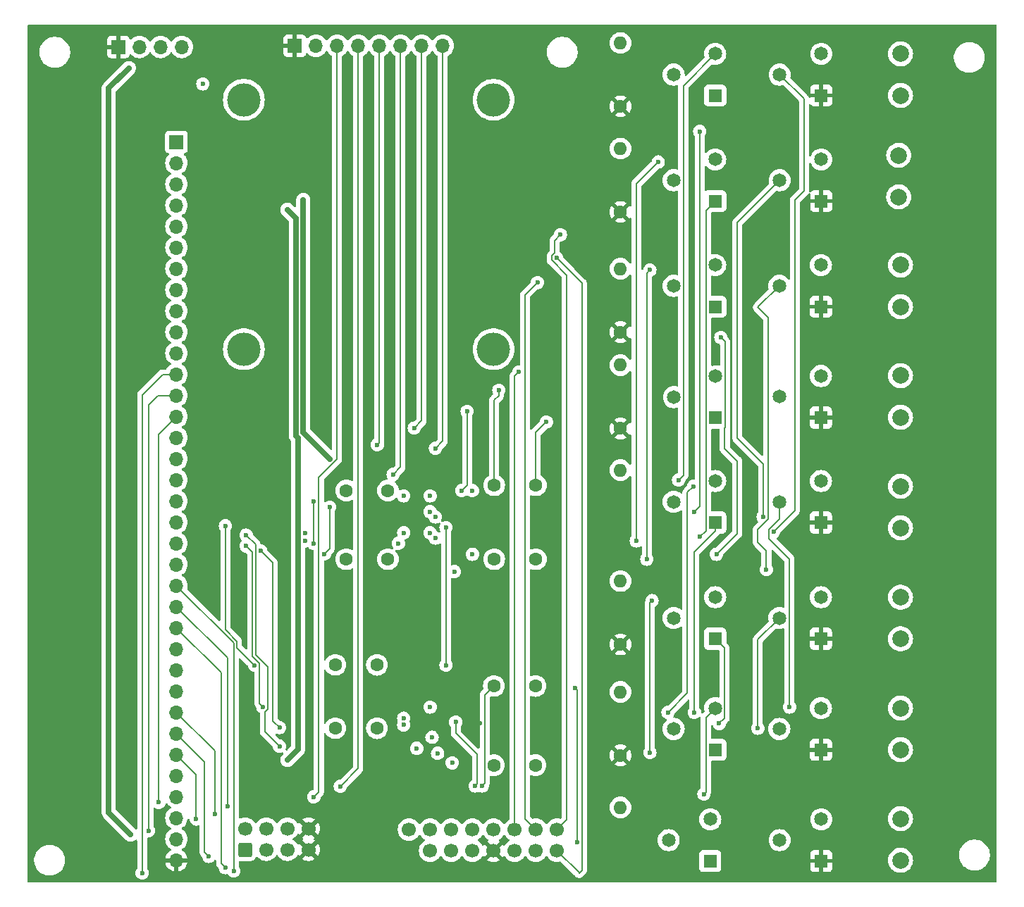
<source format=gbr>
%TF.GenerationSoftware,KiCad,Pcbnew,8.0.8*%
%TF.CreationDate,2025-02-19T17:07:23+00:00*%
%TF.ProjectId,MEMLSensorBoard,4d454d4c-5365-46e7-936f-72426f617264,rev?*%
%TF.SameCoordinates,Original*%
%TF.FileFunction,Copper,L4,Bot*%
%TF.FilePolarity,Positive*%
%FSLAX46Y46*%
G04 Gerber Fmt 4.6, Leading zero omitted, Abs format (unit mm)*
G04 Created by KiCad (PCBNEW 8.0.8) date 2025-02-19 17:07:23*
%MOMM*%
%LPD*%
G01*
G04 APERTURE LIST*
G04 Aperture macros list*
%AMRoundRect*
0 Rectangle with rounded corners*
0 $1 Rounding radius*
0 $2 $3 $4 $5 $6 $7 $8 $9 X,Y pos of 4 corners*
0 Add a 4 corners polygon primitive as box body*
4,1,4,$2,$3,$4,$5,$6,$7,$8,$9,$2,$3,0*
0 Add four circle primitives for the rounded corners*
1,1,$1+$1,$2,$3*
1,1,$1+$1,$4,$5*
1,1,$1+$1,$6,$7*
1,1,$1+$1,$8,$9*
0 Add four rect primitives between the rounded corners*
20,1,$1+$1,$2,$3,$4,$5,0*
20,1,$1+$1,$4,$5,$6,$7,0*
20,1,$1+$1,$6,$7,$8,$9,0*
20,1,$1+$1,$8,$9,$2,$3,0*%
G04 Aperture macros list end*
%TA.AperFunction,ComponentPad*%
%ADD10R,1.650000X1.650000*%
%TD*%
%TA.AperFunction,ComponentPad*%
%ADD11C,1.650000*%
%TD*%
%TA.AperFunction,ComponentPad*%
%ADD12C,1.600000*%
%TD*%
%TA.AperFunction,ComponentPad*%
%ADD13O,1.600000X1.600000*%
%TD*%
%TA.AperFunction,ComponentPad*%
%ADD14C,2.000000*%
%TD*%
%TA.AperFunction,WasherPad*%
%ADD15C,4.000000*%
%TD*%
%TA.AperFunction,ComponentPad*%
%ADD16R,1.700000X1.700000*%
%TD*%
%TA.AperFunction,ComponentPad*%
%ADD17O,1.700000X1.700000*%
%TD*%
%TA.AperFunction,ComponentPad*%
%ADD18RoundRect,0.250000X0.600000X-0.600000X0.600000X0.600000X-0.600000X0.600000X-0.600000X-0.600000X0*%
%TD*%
%TA.AperFunction,ComponentPad*%
%ADD19C,1.700000*%
%TD*%
%TA.AperFunction,ViaPad*%
%ADD20C,0.600000*%
%TD*%
%TA.AperFunction,Conductor*%
%ADD21C,0.700000*%
%TD*%
%TA.AperFunction,Conductor*%
%ADD22C,0.200000*%
%TD*%
G04 APERTURE END LIST*
D10*
%TO.P,RV11,1,1*%
%TO.N,GND*%
X212050000Y-97828998D03*
D11*
%TO.P,RV11,2,2*%
%TO.N,Net-(U3B-+)*%
X207050000Y-95328998D03*
%TO.P,RV11,3,3*%
%TO.N,/+3V3_SIG*%
X212050000Y-92828998D03*
%TD*%
D10*
%TO.P,RV5,1,1*%
%TO.N,GND*%
X212050000Y-57902996D03*
D11*
%TO.P,RV5,2,2*%
%TO.N,Net-(U2C-+)*%
X207050000Y-55402996D03*
%TO.P,RV5,3,3*%
%TO.N,/+3V3_SIG*%
X212050000Y-52902996D03*
%TD*%
D12*
%TO.P,C7,1*%
%TO.N,Net-(U2C--)*%
X177800000Y-88265000D03*
%TO.P,C7,2*%
%TO.N,/multiplex_A2*%
X172800000Y-88265000D03*
%TD*%
%TO.P,R3,1*%
%TO.N,GND*%
X187960000Y-46512996D03*
D13*
%TO.P,R3,2*%
%TO.N,Net-(J3-Pin_2)*%
X187960000Y-38892996D03*
%TD*%
D12*
%TO.P,C6,1*%
%TO.N,Net-(U2B--)*%
X155020000Y-88265000D03*
%TO.P,C6,2*%
%TO.N,/multiplex_A1*%
X160020000Y-88265000D03*
%TD*%
D14*
%TO.P,J9,1,Pin_1*%
%TO.N,/+3V3_SIG*%
X221615000Y-124460000D03*
%TO.P,J9,2,Pin_2*%
%TO.N,Net-(J9-Pin_2)*%
X221615000Y-119458998D03*
%TD*%
D15*
%TO.P,U1,*%
%TO.N,*%
X142720000Y-33020000D03*
X142720000Y-63020000D03*
X172720000Y-33020000D03*
X172720000Y-63020000D03*
D16*
%TO.P,U1,1,GND*%
%TO.N,GND*%
X148845000Y-26520000D03*
D17*
%TO.P,U1,2,VCC*%
%TO.N,+3.3V*%
X151385000Y-26520000D03*
%TO.P,U1,3,SCL*%
%TO.N,Net-(J1-Pin_32)*%
X153925000Y-26520000D03*
%TO.P,U1,4,SDA*%
%TO.N,Net-(J1-Pin_31)*%
X156465000Y-26520000D03*
%TO.P,U1,5,RES*%
%TO.N,Net-(J1-Pin_16)*%
X159005000Y-26520000D03*
%TO.P,U1,6,DC*%
%TO.N,Net-(J1-Pin_17)*%
X161545000Y-26520000D03*
%TO.P,U1,7,CS*%
%TO.N,Net-(J1-Pin_15)*%
X164085000Y-26520000D03*
%TO.P,U1,8,BLK*%
%TO.N,Net-(J1-Pin_18)*%
X166625000Y-26520000D03*
%TD*%
D10*
%TO.P,RV13,1,1*%
%TO.N,GND*%
X212050000Y-111163998D03*
D11*
%TO.P,RV13,2,2*%
%TO.N,Net-(U3C-+)*%
X207050000Y-108663998D03*
%TO.P,RV13,3,3*%
%TO.N,/+3V3_SIG*%
X212050000Y-106163998D03*
%TD*%
D12*
%TO.P,C5,1*%
%TO.N,Net-(U2A--)*%
X160020000Y-80010000D03*
%TO.P,C5,2*%
%TO.N,/multiplex_A0*%
X155020000Y-80010000D03*
%TD*%
D14*
%TO.P,J5,1,Pin_1*%
%TO.N,/+3V3_SIG*%
X221615000Y-71198998D03*
%TO.P,J5,2,Pin_2*%
%TO.N,Net-(J5-Pin_2)*%
X221615000Y-66197996D03*
%TD*%
D12*
%TO.P,R7,1*%
%TO.N,GND*%
X187960000Y-72547996D03*
D13*
%TO.P,R7,2*%
%TO.N,Net-(J5-Pin_2)*%
X187960000Y-64927996D03*
%TD*%
D10*
%TO.P,RV1,1,1*%
%TO.N,GND*%
X212090000Y-32502996D03*
D11*
%TO.P,RV1,2,2*%
%TO.N,Net-(U2A-+)*%
X207090000Y-30002996D03*
%TO.P,RV1,3,3*%
%TO.N,/+3V3_SIG*%
X212090000Y-27502996D03*
%TD*%
D14*
%TO.P,J2,1,Pin_1*%
%TO.N,/+3V3_SIG*%
X221615000Y-32503497D03*
%TO.P,J2,2,Pin_2*%
%TO.N,Net-(J2-Pin_2)*%
X221615000Y-27502495D03*
%TD*%
%TO.P,J7,1,Pin_1*%
%TO.N,/+3V3_SIG*%
X221615000Y-97829499D03*
%TO.P,J7,2,Pin_2*%
%TO.N,Net-(J7-Pin_2)*%
X221615000Y-92828497D03*
%TD*%
D10*
%TO.P,RV12,1,1*%
%TO.N,Net-(U3B--)*%
X199350000Y-97828998D03*
D11*
%TO.P,RV12,2,2*%
%TO.N,Net-(R22-Pad2)*%
X194350000Y-95328998D03*
%TO.P,RV12,3,3*%
%TO.N,/multiplex_A5*%
X199350000Y-92828998D03*
%TD*%
D16*
%TO.P,J1,1,-12V*%
%TO.N,Net-(J1--12V)*%
X134620000Y-38100000D03*
D17*
%TO.P,J1,2,+12V*%
%TO.N,Net-(J1-+12V)*%
X134620000Y-40640000D03*
%TO.P,J1,3,Pin_3*%
%TO.N,/+3V3_SIG*%
X134620000Y-43180000D03*
%TO.P,J1,4,Pin_4*%
%TO.N,+5V*%
X134620000Y-45720000D03*
%TO.P,J1,5,Pin_5*%
%TO.N,Net-(J1-Pin_5)*%
X134620000Y-48260000D03*
%TO.P,J1,6,Pin_6*%
%TO.N,Net-(J1-Pin_6)*%
X134620000Y-50800000D03*
%TO.P,J1,7,Pin_7*%
%TO.N,Net-(J1-Pin_7)*%
X134620000Y-53340000D03*
%TO.P,J1,8,Pin_8*%
%TO.N,/ADC0*%
X134620000Y-55880000D03*
%TO.P,J1,9,Pin_9*%
%TO.N,unconnected-(J1-Pin_9-Pad9)*%
X134620000Y-58420000D03*
%TO.P,J1,10,Pin_10*%
%TO.N,unconnected-(J1-Pin_10-Pad10)*%
X134620000Y-60960000D03*
%TO.P,J1,11,Pin_11*%
%TO.N,Net-(J1-Pin_11)*%
X134620000Y-63500000D03*
%TO.P,J1,12,Pin_12*%
%TO.N,Net-(J1-Pin_12)*%
X134620000Y-66040000D03*
%TO.P,J1,13,Pin_13*%
%TO.N,Net-(J1-Pin_13)*%
X134620000Y-68580000D03*
%TO.P,J1,14,Pin_14*%
%TO.N,Net-(J1-Pin_14)*%
X134620000Y-71120000D03*
%TO.P,J1,15,Pin_15*%
%TO.N,Net-(J1-Pin_15)*%
X134620000Y-73660000D03*
%TO.P,J1,16,Pin_16*%
%TO.N,Net-(J1-Pin_16)*%
X134620000Y-76200000D03*
%TO.P,J1,17,Pin_17*%
%TO.N,Net-(J1-Pin_17)*%
X134620000Y-78740000D03*
%TO.P,J1,18,Pin_18*%
%TO.N,Net-(J1-Pin_18)*%
X134620000Y-81280000D03*
%TO.P,J1,19,Pin_19*%
%TO.N,/multiplex_S2*%
X134620000Y-83820000D03*
%TO.P,J1,20,Pin_20*%
%TO.N,/multiplex_S1*%
X134620000Y-86360000D03*
%TO.P,J1,21,Pin_21*%
%TO.N,/multiplex_S0*%
X134620000Y-88900000D03*
%TO.P,J1,22,Pin_22*%
%TO.N,Net-(J1-Pin_22)*%
X134620000Y-91440000D03*
%TO.P,J1,23,Pin_23*%
%TO.N,Net-(J1-Pin_23)*%
X134620000Y-93980000D03*
%TO.P,J1,24,Pin_24*%
%TO.N,Net-(J1-Pin_24)*%
X134620000Y-96520000D03*
%TO.P,J1,25,Pin_25*%
%TO.N,unconnected-(J1-Pin_25-Pad25)*%
X134620000Y-99060000D03*
%TO.P,J1,26,Pin_26*%
%TO.N,/IO_2*%
X134620000Y-101600000D03*
%TO.P,J1,27,Pin_27*%
%TO.N,/IO_1*%
X134620000Y-104140000D03*
%TO.P,J1,28,Pin_28*%
%TO.N,Net-(J1-Pin_28)*%
X134620000Y-106680000D03*
%TO.P,J1,29,Pin_29*%
%TO.N,Net-(J1-Pin_29)*%
X134620000Y-109220000D03*
%TO.P,J1,30,Pin_30*%
%TO.N,Net-(J1-Pin_30)*%
X134620000Y-111760000D03*
%TO.P,J1,31,Pin_31*%
%TO.N,Net-(J1-Pin_31)*%
X134620000Y-114300000D03*
%TO.P,J1,32,Pin_32*%
%TO.N,Net-(J1-Pin_32)*%
X134620000Y-116840000D03*
%TO.P,J1,33,Pin_33*%
%TO.N,unconnected-(J1-Pin_33-Pad33)*%
X134620000Y-119380000D03*
%TO.P,J1,34,Pin_34*%
%TO.N,+3.3V*%
X134620000Y-121920000D03*
%TO.P,J1,35,Pin_35*%
%TO.N,GND*%
X134620000Y-124460000D03*
%TD*%
D12*
%TO.P,C8,1*%
%TO.N,Net-(U2D--)*%
X177800000Y-79375000D03*
%TO.P,C8,2*%
%TO.N,/multiplex_A3*%
X172800000Y-79375000D03*
%TD*%
D10*
%TO.P,RV8,1,1*%
%TO.N,Net-(U2D--)*%
X199390000Y-71277996D03*
D11*
%TO.P,RV8,2,2*%
%TO.N,Net-(R20-Pad2)*%
X194390000Y-68777996D03*
%TO.P,RV8,3,3*%
%TO.N,/multiplex_A3*%
X199390000Y-66277996D03*
%TD*%
D12*
%TO.P,R13,1*%
%TO.N,GND*%
X187960000Y-111838998D03*
D13*
%TO.P,R13,2*%
%TO.N,Net-(J8-Pin_2)*%
X187960000Y-104218998D03*
%TD*%
D12*
%TO.P,C9,1*%
%TO.N,Net-(U3A--)*%
X153710000Y-100965000D03*
%TO.P,C9,2*%
%TO.N,/multiplex_A4*%
X158710000Y-100965000D03*
%TD*%
%TO.P,C11,1*%
%TO.N,Net-(U3C--)*%
X177760000Y-113030000D03*
%TO.P,C11,2*%
%TO.N,/multiplex_A6*%
X172760000Y-113030000D03*
%TD*%
%TO.P,R9,1*%
%TO.N,GND*%
X187960000Y-85168998D03*
D13*
%TO.P,R9,2*%
%TO.N,Net-(J6-Pin_2)*%
X187960000Y-77548998D03*
%TD*%
D18*
%TO.P,J10,1,Pin_1*%
%TO.N,/IO_1*%
X142875000Y-123190000D03*
D19*
%TO.P,J10,2,Pin_2*%
X142875000Y-120650000D03*
%TO.P,J10,3,Pin_3*%
%TO.N,/IO_2*%
X145415000Y-123190000D03*
%TO.P,J10,4,Pin_4*%
X145415000Y-120650000D03*
%TO.P,J10,5,Pin_5*%
%TO.N,Net-(D1-A)*%
X147954999Y-123190000D03*
%TO.P,J10,6,Pin_6*%
X147955000Y-120650000D03*
%TO.P,J10,7,Pin_7*%
%TO.N,GND*%
X150495000Y-123190000D03*
%TO.P,J10,8,Pin_8*%
X150495000Y-120650000D03*
%TD*%
D10*
%TO.P,RV9,1,1*%
%TO.N,GND*%
X212050000Y-83858998D03*
D11*
%TO.P,RV9,2,2*%
%TO.N,Net-(U3A-+)*%
X207050000Y-81358998D03*
%TO.P,RV9,3,3*%
%TO.N,/+3V3_SIG*%
X212050000Y-78858998D03*
%TD*%
D14*
%TO.P,J8,1,Pin_1*%
%TO.N,/+3V3_SIG*%
X221615000Y-111164499D03*
%TO.P,J8,2,Pin_2*%
%TO.N,Net-(J8-Pin_2)*%
X221615000Y-106163497D03*
%TD*%
D12*
%TO.P,C10,1*%
%TO.N,Net-(U3B--)*%
X158710000Y-108585000D03*
%TO.P,C10,2*%
%TO.N,/multiplex_A5*%
X153710000Y-108585000D03*
%TD*%
D10*
%TO.P,RV7,1,1*%
%TO.N,GND*%
X212050000Y-71237996D03*
D11*
%TO.P,RV7,2,2*%
%TO.N,Net-(U2D-+)*%
X207050000Y-68737996D03*
%TO.P,RV7,3,3*%
%TO.N,/+3V3_SIG*%
X212050000Y-66237996D03*
%TD*%
D10*
%TO.P,RV3,1,1*%
%TO.N,GND*%
X212090000Y-45202996D03*
D11*
%TO.P,RV3,2,2*%
%TO.N,Net-(U2B-+)*%
X207090000Y-42702996D03*
%TO.P,RV3,3,3*%
%TO.N,/+3V3_SIG*%
X212090000Y-40202996D03*
%TD*%
D10*
%TO.P,RV6,1,1*%
%TO.N,Net-(U2C--)*%
X199350000Y-57902996D03*
D11*
%TO.P,RV6,2,2*%
%TO.N,Net-(R19-Pad2)*%
X194350000Y-55402996D03*
%TO.P,RV6,3,3*%
%TO.N,/multiplex_A2*%
X199350000Y-52902996D03*
%TD*%
D12*
%TO.P,R1,1*%
%TO.N,GND*%
X187960000Y-33812996D03*
D13*
%TO.P,R1,2*%
%TO.N,Net-(J2-Pin_2)*%
X187960000Y-26192996D03*
%TD*%
D10*
%TO.P,RV10,1,1*%
%TO.N,Net-(U3A--)*%
X199350000Y-83858998D03*
D11*
%TO.P,RV10,2,2*%
%TO.N,Net-(R21-Pad2)*%
X194350000Y-81358998D03*
%TO.P,RV10,3,3*%
%TO.N,/multiplex_A4*%
X199350000Y-78858998D03*
%TD*%
D10*
%TO.P,RV4,1,1*%
%TO.N,Net-(U2B--)*%
X199350000Y-45202996D03*
D11*
%TO.P,RV4,2,2*%
%TO.N,Net-(R18-Pad2)*%
X194350000Y-42702996D03*
%TO.P,RV4,3,3*%
%TO.N,/multiplex_A1*%
X199350000Y-40202996D03*
%TD*%
D10*
%TO.P,RV16,1,1*%
%TO.N,Net-(U3D--)*%
X198755000Y-124538998D03*
D11*
%TO.P,RV16,2,2*%
%TO.N,Net-(R24-Pad2)*%
X193755000Y-122038998D03*
%TO.P,RV16,3,3*%
%TO.N,/multiplex_A7*%
X198755000Y-119538998D03*
%TD*%
D10*
%TO.P,RV14,1,1*%
%TO.N,Net-(U3C--)*%
X199350000Y-111163998D03*
D11*
%TO.P,RV14,2,2*%
%TO.N,Net-(R23-Pad2)*%
X194350000Y-108663998D03*
%TO.P,RV14,3,3*%
%TO.N,/multiplex_A6*%
X199350000Y-106163998D03*
%TD*%
D12*
%TO.P,R11,1*%
%TO.N,GND*%
X187960000Y-98503998D03*
D13*
%TO.P,R11,2*%
%TO.N,Net-(J7-Pin_2)*%
X187960000Y-90883998D03*
%TD*%
D16*
%TO.P,J12,1,Pin_1*%
%TO.N,GND*%
X127635000Y-26670000D03*
D17*
%TO.P,J12,2,Pin_2*%
%TO.N,+5V*%
X130175000Y-26670000D03*
%TO.P,J12,3,Pin_3*%
%TO.N,Net-(J1-+12V)*%
X132714999Y-26670000D03*
%TO.P,J12,4,Pin_4*%
%TO.N,Net-(J1--12V)*%
X135255000Y-26670000D03*
%TD*%
D10*
%TO.P,RV15,1,1*%
%TO.N,GND*%
X212090000Y-124538998D03*
D11*
%TO.P,RV15,2,2*%
%TO.N,Net-(U3D-+)*%
X207090000Y-122038998D03*
%TO.P,RV15,3,3*%
%TO.N,/+3V3_SIG*%
X212090000Y-119538998D03*
%TD*%
D12*
%TO.P,R15,1*%
%TO.N,GND*%
X187960000Y-125730000D03*
D13*
%TO.P,R15,2*%
%TO.N,Net-(J9-Pin_2)*%
X187960000Y-118110000D03*
%TD*%
D14*
%TO.P,J3,1,Pin_1*%
%TO.N,/+3V3_SIG*%
X221397000Y-44701497D03*
%TO.P,J3,2,Pin_2*%
%TO.N,Net-(J3-Pin_2)*%
X221397000Y-39700495D03*
%TD*%
D18*
%TO.P,J11,1,Pin_1*%
%TO.N,GND*%
X162560000Y-123307500D03*
D19*
%TO.P,J11,2,Pin_2*%
%TO.N,Net-(J1-Pin_30)*%
X162560000Y-120767500D03*
%TO.P,J11,3,Pin_3*%
%TO.N,Net-(J1-Pin_29)*%
X165100000Y-123307500D03*
%TO.P,J11,4,Pin_4*%
%TO.N,Net-(J1-Pin_28)*%
X165100000Y-120767500D03*
%TO.P,J11,5,Pin_5*%
%TO.N,Net-(J1-Pin_24)*%
X167640000Y-123307500D03*
%TO.P,J11,6,Pin_6*%
%TO.N,Net-(J1-Pin_23)*%
X167640000Y-120767500D03*
%TO.P,J11,7,Pin_7*%
%TO.N,Net-(J1-Pin_22)*%
X170180000Y-123307500D03*
%TO.P,J11,8,Pin_8*%
%TO.N,Net-(J1-Pin_14)*%
X170180000Y-120767500D03*
%TO.P,J11,9,Pin_9*%
%TO.N,GND*%
X172720000Y-123307500D03*
%TO.P,J11,10,Pin_10*%
%TO.N,Net-(J1-Pin_13)*%
X172720000Y-120767500D03*
%TO.P,J11,11,Pin_11*%
%TO.N,Net-(J1-Pin_12)*%
X175260000Y-123307500D03*
%TO.P,J11,12,Pin_12*%
%TO.N,Net-(J1-Pin_11)*%
X175260000Y-120767500D03*
%TO.P,J11,13,Pin_13*%
%TO.N,/+3V3_SIG*%
X177800000Y-123307500D03*
%TO.P,J11,14,Pin_14*%
%TO.N,Net-(J1-Pin_7)*%
X177800000Y-120767500D03*
%TO.P,J11,15,Pin_15*%
%TO.N,Net-(J1-Pin_6)*%
X180340000Y-123307500D03*
%TO.P,J11,16,Pin_16*%
%TO.N,Net-(J1-Pin_5)*%
X180340000Y-120767500D03*
%TD*%
D12*
%TO.P,R5,1*%
%TO.N,GND*%
X187960000Y-60960000D03*
D13*
%TO.P,R5,2*%
%TO.N,Net-(J4-Pin_2)*%
X187960000Y-53340000D03*
%TD*%
D12*
%TO.P,C12,1*%
%TO.N,Net-(U3D--)*%
X177760000Y-103505000D03*
%TO.P,C12,2*%
%TO.N,/multiplex_A7*%
X172760000Y-103505000D03*
%TD*%
D14*
%TO.P,J6,1,Pin_1*%
%TO.N,/+3V3_SIG*%
X221615000Y-84494499D03*
%TO.P,J6,2,Pin_2*%
%TO.N,Net-(J6-Pin_2)*%
X221615000Y-79493497D03*
%TD*%
D10*
%TO.P,RV2,1,1*%
%TO.N,Net-(U2A--)*%
X199350000Y-32502996D03*
D11*
%TO.P,RV2,2,2*%
%TO.N,Net-(R17-Pad2)*%
X194350000Y-30002996D03*
%TO.P,RV2,3,3*%
%TO.N,/multiplex_A0*%
X199350000Y-27502996D03*
%TD*%
D14*
%TO.P,J4,1,Pin_1*%
%TO.N,/+3V3_SIG*%
X221615000Y-57903497D03*
%TO.P,J4,2,Pin_2*%
%TO.N,Net-(J4-Pin_2)*%
X221615000Y-52902495D03*
%TD*%
D20*
%TO.N,GND*%
X171060000Y-108000000D03*
X179250000Y-109250000D03*
X171450000Y-83820000D03*
%TO.N,/+3V3_SIG*%
X149860000Y-45085000D03*
X167005000Y-84455000D03*
X153035000Y-76200000D03*
X137795000Y-31115000D03*
X167005000Y-101000000D03*
%TO.N,Net-(J1-Pin_23)*%
X140750000Y-118000000D03*
%TO.N,Net-(J1-Pin_7)*%
X178000000Y-55000000D03*
%TO.N,Net-(J1-Pin_5)*%
X180750000Y-49250000D03*
%TO.N,Net-(J1-Pin_24)*%
X140500000Y-125350000D03*
%TO.N,Net-(J1-Pin_17)*%
X160655000Y-78076304D03*
%TO.N,Net-(J1-Pin_28)*%
X139250000Y-118900000D03*
%TO.N,Net-(J1-Pin_18)*%
X165735000Y-74930000D03*
%TO.N,Net-(J1-Pin_12)*%
X130500000Y-126000000D03*
%TO.N,Net-(J1-Pin_32)*%
X151130000Y-116840000D03*
%TO.N,Net-(J1-Pin_15)*%
X163195000Y-72500000D03*
%TO.N,Net-(J1-Pin_30)*%
X137000000Y-119500000D03*
%TO.N,Net-(J1-Pin_11)*%
X175750000Y-65750000D03*
%TO.N,Net-(J1-Pin_22)*%
X141500000Y-125750000D03*
%TO.N,Net-(J1-Pin_16)*%
X158750000Y-74500000D03*
%TO.N,Net-(J1-Pin_13)*%
X131250000Y-120900000D03*
%TO.N,Net-(J1-Pin_29)*%
X138500000Y-124000000D03*
%TO.N,Net-(J1-Pin_31)*%
X154305000Y-115570000D03*
%TO.N,+3.3V*%
X128905000Y-29210000D03*
X129125000Y-121375000D03*
%TO.N,Net-(J1-Pin_14)*%
X132500000Y-117500000D03*
%TO.N,Net-(J1-Pin_6)*%
X180299265Y-52049265D03*
%TO.N,Net-(U2A--)*%
X196850000Y-82550000D03*
X197485000Y-36830000D03*
X165100000Y-82550000D03*
%TO.N,Net-(U2B--)*%
X165100000Y-85090000D03*
X197485000Y-85583998D03*
%TO.N,Net-(U2C--)*%
X200025000Y-61595000D03*
X199500000Y-87668998D03*
%TO.N,Net-(U2D--)*%
X179070000Y-71755000D03*
%TO.N,Net-(U3A--)*%
X161925000Y-107388733D03*
X196850000Y-106680000D03*
%TO.N,Net-(U3B--)*%
X199827397Y-108021133D03*
X165325735Y-109674265D03*
%TO.N,Net-(U3D--)*%
X182500000Y-103750000D03*
X182750000Y-122250000D03*
%TO.N,Net-(U2A-+)*%
X206375000Y-84983998D03*
X165735000Y-83185000D03*
%TO.N,/multiplex_A0*%
X151130000Y-81280000D03*
X151130000Y-86360000D03*
X194945000Y-78740000D03*
X161925000Y-80645000D03*
X165100000Y-80645000D03*
%TO.N,Net-(U2B-+)*%
X205105000Y-83185000D03*
X161925000Y-85090000D03*
%TO.N,/multiplex_A1*%
X165735000Y-85725000D03*
X189865000Y-86068998D03*
X161290000Y-86360000D03*
X150075000Y-86070000D03*
X192500000Y-40500000D03*
%TO.N,Net-(U2C-+)*%
X168000000Y-89750000D03*
X205500000Y-89500000D03*
%TO.N,/multiplex_A2*%
X191135000Y-88265000D03*
X191500000Y-53500000D03*
X170180000Y-87668998D03*
X150075000Y-85090000D03*
%TO.N,Net-(U2D-+)*%
X169545000Y-70485000D03*
X168910000Y-80010000D03*
%TO.N,/multiplex_A3*%
X173355000Y-67945000D03*
X152400000Y-87630000D03*
X153035000Y-82000000D03*
X170180000Y-80010000D03*
%TO.N,Net-(U3A-+)*%
X208280000Y-106045000D03*
X161925000Y-108188736D03*
%TO.N,/multiplex_A4*%
X196750000Y-79500000D03*
X193675000Y-106680000D03*
X144000000Y-101000000D03*
X165100000Y-106045000D03*
X140500000Y-84250000D03*
%TO.N,Net-(U3B-+)*%
X166000000Y-111600000D03*
X204470000Y-108585000D03*
%TO.N,/multiplex_A5*%
X144750000Y-87250000D03*
X191500000Y-111500000D03*
X191750000Y-93250000D03*
X147000000Y-108500000D03*
X163500000Y-111000000D03*
%TO.N,Net-(U3C-+)*%
X167750000Y-112750000D03*
%TO.N,/multiplex_A6*%
X198000000Y-116500000D03*
X147000000Y-110750000D03*
X143000000Y-85370000D03*
%TO.N,Net-(U3D-+)*%
X168174265Y-107850000D03*
X170500000Y-115530000D03*
%TO.N,/multiplex_A7*%
X143000000Y-86670000D03*
X145000000Y-106000000D03*
X171350000Y-115530000D03*
%TO.N,+5V*%
X147955000Y-46250000D03*
X147955000Y-112395000D03*
%TD*%
D21*
%TO.N,/+3V3_SIG*%
X149860000Y-73025000D02*
X153035000Y-76200000D01*
D22*
X167005000Y-84455000D02*
X167005000Y-101000000D01*
D21*
X149860000Y-45085000D02*
X149860000Y-73025000D01*
D22*
%TO.N,Net-(J1-Pin_23)*%
X134620000Y-93980000D02*
X140750000Y-100110000D01*
X140750000Y-100110000D02*
X140750000Y-118000000D01*
%TO.N,Net-(J1-Pin_7)*%
X178000000Y-55000000D02*
X176500000Y-56500000D01*
X176500000Y-56500000D02*
X176500000Y-119467500D01*
X176500000Y-119467500D02*
X177800000Y-120767500D01*
%TO.N,Net-(J1-Pin_5)*%
X180750000Y-49250000D02*
X180050736Y-49949264D01*
X180050736Y-51449265D02*
X179699265Y-51800736D01*
X181500000Y-119607500D02*
X180340000Y-120767500D01*
X179699265Y-52297794D02*
X181500000Y-54098529D01*
X180050736Y-49949264D02*
X180050736Y-51449265D01*
X181500000Y-54098529D02*
X181500000Y-119607500D01*
X179699265Y-51800736D02*
X179699265Y-52297794D01*
%TO.N,Net-(J1-Pin_24)*%
X140000000Y-101900000D02*
X134620000Y-96520000D01*
X140000000Y-124850000D02*
X140000000Y-101900000D01*
X140500000Y-125350000D02*
X140000000Y-124850000D01*
%TO.N,Net-(J1-Pin_17)*%
X161545000Y-77186304D02*
X160655000Y-78076304D01*
X161545000Y-26520000D02*
X161545000Y-77186304D01*
%TO.N,Net-(J1-Pin_28)*%
X139250000Y-111310000D02*
X139250000Y-118900000D01*
X134620000Y-106680000D02*
X139250000Y-111310000D01*
%TO.N,Net-(J1-Pin_18)*%
X166625000Y-26520000D02*
X166625000Y-74040000D01*
X166625000Y-74040000D02*
X165735000Y-74930000D01*
%TO.N,Net-(J1-Pin_12)*%
X134620000Y-66040000D02*
X132960000Y-66040000D01*
X130500000Y-68500000D02*
X132960000Y-66040000D01*
X130500000Y-68500000D02*
X130500000Y-126000000D01*
%TO.N,Net-(J1-Pin_32)*%
X151730000Y-116240000D02*
X151130000Y-116840000D01*
X153925000Y-76229238D02*
X151730000Y-78424238D01*
X151730000Y-78424238D02*
X151730000Y-116240000D01*
X153925000Y-26520000D02*
X153925000Y-76229238D01*
%TO.N,Net-(J1-Pin_15)*%
X163195000Y-72500000D02*
X164085000Y-71610000D01*
X164085000Y-71610000D02*
X164085000Y-26520000D01*
%TO.N,Net-(J1-Pin_30)*%
X134620000Y-111760000D02*
X137000000Y-114140000D01*
X137000000Y-114140000D02*
X137000000Y-119500000D01*
%TO.N,Net-(J1-Pin_11)*%
X175750000Y-65750000D02*
X175260000Y-66240000D01*
X175260000Y-66240000D02*
X175260000Y-120767500D01*
%TO.N,Net-(J1-Pin_22)*%
X141500000Y-125750000D02*
X141500000Y-98320000D01*
X141500000Y-98320000D02*
X134620000Y-91440000D01*
%TO.N,Net-(J1-Pin_16)*%
X159005000Y-74245000D02*
X159005000Y-26520000D01*
X158750000Y-74500000D02*
X159005000Y-74245000D01*
%TO.N,Net-(J1-Pin_13)*%
X131250000Y-120900000D02*
X131250000Y-69750000D01*
X131250000Y-69750000D02*
X132420000Y-68580000D01*
X132420000Y-68580000D02*
X134620000Y-68580000D01*
%TO.N,Net-(J1-Pin_29)*%
X138000000Y-112600000D02*
X134620000Y-109220000D01*
X138000000Y-123500000D02*
X138000000Y-112600000D01*
X138500000Y-124000000D02*
X138000000Y-123500000D01*
%TO.N,Net-(J1-Pin_31)*%
X156465000Y-113410000D02*
X154305000Y-115570000D01*
X156465000Y-26520000D02*
X156465000Y-113410000D01*
D21*
%TO.N,+3.3V*%
X126500000Y-31615000D02*
X128905000Y-29210000D01*
X129125000Y-121375000D02*
X126500000Y-118750000D01*
X126500000Y-118750000D02*
X126500000Y-31615000D01*
D22*
%TO.N,Net-(J1-Pin_14)*%
X132500000Y-117500000D02*
X132500000Y-73240000D01*
X132500000Y-73240000D02*
X134620000Y-71120000D01*
%TO.N,Net-(J1-Pin_6)*%
X180299265Y-52049265D02*
X183350000Y-55100000D01*
X183350000Y-55100000D02*
X183350000Y-125650000D01*
X183000000Y-126000000D02*
X183000000Y-125967500D01*
X183000000Y-125967500D02*
X180340000Y-123307500D01*
X183350000Y-125650000D02*
X183000000Y-126000000D01*
%TO.N,Net-(U2A--)*%
X197485000Y-36830000D02*
X197485000Y-81915000D01*
X197485000Y-81915000D02*
X196850000Y-82550000D01*
%TO.N,Net-(U2B--)*%
X198225000Y-84843998D02*
X197485000Y-85583998D01*
X198225000Y-46327996D02*
X198225000Y-84843998D01*
X199350000Y-45202996D02*
X198225000Y-46327996D01*
%TO.N,Net-(U2C--)*%
X202000000Y-76500000D02*
X200500000Y-75000000D01*
X200500000Y-72417996D02*
X200515000Y-72402996D01*
X200515000Y-62085000D02*
X200025000Y-61595000D01*
X199500000Y-87668998D02*
X202000000Y-85168998D01*
X202000000Y-85168998D02*
X202000000Y-76500000D01*
X200515000Y-72402996D02*
X200515000Y-62085000D01*
X200500000Y-75000000D02*
X200500000Y-72417996D01*
%TO.N,Net-(U2D--)*%
X177800000Y-73025000D02*
X177800000Y-79375000D01*
X179070000Y-71755000D02*
X177800000Y-73025000D01*
%TO.N,Net-(U3A--)*%
X199350000Y-83858998D02*
X199350000Y-84883998D01*
X196850000Y-87383998D02*
X196850000Y-106680000D01*
X199350000Y-84883998D02*
X196850000Y-87383998D01*
%TO.N,Net-(U3B--)*%
X199827397Y-108021133D02*
X200475000Y-107373530D01*
X200475000Y-107373530D02*
X200475000Y-98953998D01*
X200475000Y-98953998D02*
X199350000Y-97828998D01*
%TO.N,Net-(U3D--)*%
X182750000Y-104000000D02*
X182500000Y-103750000D01*
X182750000Y-122250000D02*
X182750000Y-104000000D01*
%TO.N,Net-(U2A-+)*%
X210000000Y-44000000D02*
X210000000Y-32912996D01*
X208915000Y-45085000D02*
X210000000Y-44000000D01*
X206375000Y-84983998D02*
X208915000Y-82443998D01*
X210000000Y-32912996D02*
X207090000Y-30002996D01*
X208915000Y-82443998D02*
X208915000Y-45085000D01*
%TO.N,/multiplex_A0*%
X195515000Y-78170000D02*
X195515000Y-31337996D01*
X195515000Y-31337996D02*
X199350000Y-27502996D01*
X195515000Y-78170000D02*
X194945000Y-78740000D01*
X151130000Y-81280000D02*
X151130000Y-86360000D01*
%TO.N,Net-(U2B-+)*%
X202000000Y-73730000D02*
X202000000Y-47792996D01*
X205105000Y-76835000D02*
X202000000Y-73730000D01*
X202000000Y-47792996D02*
X207090000Y-42702996D01*
X205105000Y-83185000D02*
X205105000Y-76835000D01*
%TO.N,/multiplex_A1*%
X189865000Y-86068998D02*
X189865000Y-43135000D01*
X189865000Y-43135000D02*
X192500000Y-40500000D01*
%TO.N,Net-(U2C-+)*%
X204470000Y-86220000D02*
X204470000Y-84668529D01*
X204470000Y-57982996D02*
X207050000Y-55402996D01*
X204470000Y-84668529D02*
X205705000Y-83433529D01*
X205705000Y-83433529D02*
X205705000Y-59217996D01*
X205500000Y-89500000D02*
X205500000Y-87250000D01*
X205705000Y-59217996D02*
X204470000Y-57982996D01*
X205500000Y-87250000D02*
X204470000Y-86220000D01*
%TO.N,/multiplex_A2*%
X191135000Y-53865000D02*
X191500000Y-53500000D01*
X191135000Y-88265000D02*
X191135000Y-53865000D01*
%TO.N,Net-(U2D-+)*%
X169545000Y-79375000D02*
X168910000Y-80010000D01*
X169545000Y-70485000D02*
X169545000Y-79375000D01*
%TO.N,/multiplex_A3*%
X153035000Y-82000000D02*
X153035000Y-86995000D01*
X173355000Y-67945000D02*
X173355000Y-68580000D01*
X153035000Y-86995000D02*
X152400000Y-87630000D01*
X172800000Y-69135000D02*
X172800000Y-79375000D01*
X173355000Y-68580000D02*
X172800000Y-69135000D01*
%TO.N,Net-(U3A-+)*%
X205775000Y-85760000D02*
X208280000Y-88265000D01*
X207050000Y-81358998D02*
X207050000Y-83460469D01*
X205775000Y-84735469D02*
X205775000Y-85760000D01*
X207050000Y-83460469D02*
X205775000Y-84735469D01*
X208280000Y-88265000D02*
X208280000Y-106045000D01*
%TO.N,/multiplex_A4*%
X196000000Y-104355000D02*
X193675000Y-106680000D01*
X196000000Y-80250000D02*
X196000000Y-104355000D01*
X196750000Y-79500000D02*
X196000000Y-80250000D01*
X140500000Y-84250000D02*
X140500000Y-96754314D01*
X141900000Y-98154314D02*
X141900000Y-98900000D01*
X141900000Y-98900000D02*
X144000000Y-101000000D01*
X140500000Y-96754314D02*
X141900000Y-98154314D01*
%TO.N,Net-(U3B-+)*%
X204470000Y-97908998D02*
X204470000Y-108585000D01*
X207050000Y-95328998D02*
X204470000Y-97908998D01*
%TO.N,/multiplex_A5*%
X144750000Y-87250000D02*
X146200000Y-88700000D01*
X191500000Y-93500000D02*
X191750000Y-93250000D01*
X191500000Y-93500000D02*
X191500000Y-111500000D01*
X146200000Y-88700000D02*
X146200000Y-107700000D01*
X146200000Y-107700000D02*
X147000000Y-108500000D01*
%TO.N,/multiplex_A6*%
X145250000Y-106598529D02*
X145250000Y-109000000D01*
X199350000Y-106163998D02*
X198225000Y-107288998D01*
X143000000Y-85370000D02*
X144150000Y-86520000D01*
X145250000Y-109000000D02*
X147000000Y-110750000D01*
X145600000Y-101185785D02*
X145600000Y-106248529D01*
X145600000Y-106248529D02*
X145250000Y-106598529D01*
X144150000Y-86520000D02*
X144150000Y-99735785D01*
X144150000Y-99735785D02*
X145600000Y-101185785D01*
X198225000Y-116275000D02*
X198000000Y-116500000D01*
X198225000Y-107288998D02*
X198225000Y-116275000D01*
%TO.N,Net-(U3D-+)*%
X168174265Y-107850000D02*
X168174265Y-109174265D01*
X170750000Y-115280000D02*
X170500000Y-115530000D01*
X170750000Y-111750000D02*
X170750000Y-115280000D01*
X168174265Y-109174265D02*
X170750000Y-111750000D01*
%TO.N,/multiplex_A7*%
X171350000Y-115530000D02*
X171660000Y-115220000D01*
X171660000Y-115220000D02*
X171660000Y-104605000D01*
X143000000Y-86670000D02*
X143750000Y-87420000D01*
X171660000Y-104605000D02*
X172760000Y-103505000D01*
X144600000Y-100751471D02*
X144600000Y-105600000D01*
X143750000Y-99901471D02*
X144600000Y-100751471D01*
X143750000Y-87420000D02*
X143750000Y-99901471D01*
X144600000Y-105600000D02*
X145000000Y-106000000D01*
D21*
%TO.N,+5V*%
X148960000Y-47255000D02*
X148960000Y-73397792D01*
X147955000Y-46250000D02*
X148960000Y-47255000D01*
X148960000Y-73397792D02*
X149225000Y-73662792D01*
X149225000Y-111125000D02*
X147955000Y-112395000D01*
X149225000Y-73662792D02*
X149225000Y-111125000D01*
%TD*%
%TA.AperFunction,Conductor*%
%TO.N,GND*%
G36*
X150029075Y-120842993D02*
G01*
X150094901Y-120957007D01*
X150187993Y-121050099D01*
X150302007Y-121115925D01*
X150365591Y-121132962D01*
X149733626Y-121764926D01*
X149810031Y-121818426D01*
X149853656Y-121873003D01*
X149860848Y-121942501D01*
X149829326Y-122004856D01*
X149810030Y-122021575D01*
X149733627Y-122075072D01*
X149733626Y-122075073D01*
X150365591Y-122707037D01*
X150302007Y-122724075D01*
X150187993Y-122789901D01*
X150094901Y-122882993D01*
X150029075Y-122997007D01*
X150012037Y-123060590D01*
X149380073Y-122428626D01*
X149380072Y-122428627D01*
X149326879Y-122504596D01*
X149272302Y-122548221D01*
X149202804Y-122555415D01*
X149140449Y-122523892D01*
X149123733Y-122504601D01*
X148994765Y-122320414D01*
X148993492Y-122318596D01*
X148826401Y-122151506D01*
X148826395Y-122151501D01*
X148640841Y-122021575D01*
X148597216Y-121966998D01*
X148590022Y-121897500D01*
X148621545Y-121835145D01*
X148640840Y-121818426D01*
X148826401Y-121688495D01*
X148993495Y-121521401D01*
X149123730Y-121335405D01*
X149178307Y-121291781D01*
X149247805Y-121284587D01*
X149310160Y-121316110D01*
X149326879Y-121335405D01*
X149380072Y-121411372D01*
X149380073Y-121411372D01*
X150012037Y-120779408D01*
X150029075Y-120842993D01*
G37*
%TD.AperFunction*%
%TA.AperFunction,Conductor*%
G36*
X171534855Y-121434046D02*
G01*
X171551575Y-121453342D01*
X171681500Y-121638895D01*
X171681505Y-121638901D01*
X171848599Y-121805995D01*
X172011415Y-121920000D01*
X172034595Y-121936231D01*
X172078219Y-121990808D01*
X172085412Y-122060307D01*
X172053890Y-122122661D01*
X172034594Y-122139381D01*
X171958627Y-122192573D01*
X171958626Y-122192573D01*
X172590591Y-122824537D01*
X172527007Y-122841575D01*
X172412993Y-122907401D01*
X172319901Y-123000493D01*
X172254075Y-123114507D01*
X172237037Y-123178090D01*
X171605073Y-122546126D01*
X171605072Y-122546127D01*
X171551880Y-122622095D01*
X171497303Y-122665720D01*
X171427805Y-122672914D01*
X171365450Y-122641391D01*
X171348730Y-122622095D01*
X171332924Y-122599522D01*
X171259092Y-122494078D01*
X171218494Y-122436097D01*
X171051402Y-122269006D01*
X171051396Y-122269001D01*
X170865842Y-122139075D01*
X170822217Y-122084498D01*
X170815023Y-122015000D01*
X170846546Y-121952645D01*
X170865842Y-121935925D01*
X170920720Y-121897499D01*
X171051401Y-121805995D01*
X171218495Y-121638901D01*
X171348425Y-121453342D01*
X171403002Y-121409717D01*
X171472500Y-121402523D01*
X171534855Y-121434046D01*
G37*
%TD.AperFunction*%
%TA.AperFunction,Conductor*%
G36*
X174074855Y-121434046D02*
G01*
X174091575Y-121453342D01*
X174221501Y-121638896D01*
X174221506Y-121638902D01*
X174388597Y-121805993D01*
X174388603Y-121805998D01*
X174574158Y-121935925D01*
X174617783Y-121990502D01*
X174624977Y-122060000D01*
X174593454Y-122122355D01*
X174574158Y-122139075D01*
X174388597Y-122269005D01*
X174221508Y-122436094D01*
X174091269Y-122622095D01*
X174036692Y-122665719D01*
X173967193Y-122672912D01*
X173904839Y-122641390D01*
X173888119Y-122622095D01*
X173834925Y-122546126D01*
X173202962Y-123178090D01*
X173185925Y-123114507D01*
X173120099Y-123000493D01*
X173027007Y-122907401D01*
X172912993Y-122841575D01*
X172849409Y-122824537D01*
X173481372Y-122192573D01*
X173481372Y-122192572D01*
X173405405Y-122139379D01*
X173361780Y-122084802D01*
X173354588Y-122015304D01*
X173386110Y-121952949D01*
X173405406Y-121936230D01*
X173428585Y-121920000D01*
X173591401Y-121805995D01*
X173758495Y-121638901D01*
X173888425Y-121453342D01*
X173943002Y-121409717D01*
X174012500Y-121402523D01*
X174074855Y-121434046D01*
G37*
%TD.AperFunction*%
%TA.AperFunction,Conductor*%
G36*
X233122539Y-24015185D02*
G01*
X233168294Y-24067989D01*
X233179500Y-24119500D01*
X233179500Y-127010500D01*
X233159815Y-127077539D01*
X233107011Y-127123294D01*
X233055500Y-127134500D01*
X116829500Y-127134500D01*
X116762461Y-127114815D01*
X116716706Y-127062011D01*
X116705500Y-127010500D01*
X116705500Y-124338711D01*
X117529500Y-124338711D01*
X117529500Y-124581288D01*
X117554467Y-124770939D01*
X117561162Y-124821789D01*
X117571427Y-124860099D01*
X117623947Y-125056104D01*
X117703323Y-125247734D01*
X117716776Y-125280212D01*
X117838064Y-125490289D01*
X117838066Y-125490292D01*
X117838067Y-125490293D01*
X117985733Y-125682736D01*
X117985739Y-125682743D01*
X118157256Y-125854260D01*
X118157263Y-125854266D01*
X118193127Y-125881785D01*
X118349711Y-126001936D01*
X118559788Y-126123224D01*
X118783900Y-126216054D01*
X119018211Y-126278838D01*
X119198586Y-126302584D01*
X119258711Y-126310500D01*
X119258712Y-126310500D01*
X119501289Y-126310500D01*
X119549388Y-126304167D01*
X119741789Y-126278838D01*
X119976100Y-126216054D01*
X120200212Y-126123224D01*
X120410289Y-126001936D01*
X120602738Y-125854265D01*
X120774265Y-125682738D01*
X120921936Y-125490289D01*
X121043224Y-125280212D01*
X121136054Y-125056100D01*
X121198838Y-124821789D01*
X121230500Y-124581288D01*
X121230500Y-124338712D01*
X121228919Y-124326706D01*
X121209507Y-124179255D01*
X121198838Y-124098211D01*
X121136054Y-123863900D01*
X121043224Y-123639788D01*
X120921936Y-123429711D01*
X120787924Y-123255063D01*
X120774266Y-123237263D01*
X120774260Y-123237256D01*
X120602743Y-123065739D01*
X120602736Y-123065733D01*
X120410293Y-122918067D01*
X120410292Y-122918066D01*
X120410289Y-122918064D01*
X120200212Y-122796776D01*
X120187221Y-122791395D01*
X119976104Y-122703947D01*
X119831809Y-122665283D01*
X119741789Y-122641162D01*
X119741788Y-122641161D01*
X119741785Y-122641161D01*
X119501289Y-122609500D01*
X119501288Y-122609500D01*
X119258712Y-122609500D01*
X119258711Y-122609500D01*
X119018214Y-122641161D01*
X118783895Y-122703947D01*
X118559794Y-122796773D01*
X118559785Y-122796777D01*
X118349706Y-122918067D01*
X118157263Y-123065733D01*
X118157256Y-123065739D01*
X117985739Y-123237256D01*
X117985733Y-123237263D01*
X117838067Y-123429706D01*
X117716777Y-123639785D01*
X117716773Y-123639794D01*
X117623947Y-123863895D01*
X117561161Y-124098214D01*
X117529500Y-124338711D01*
X116705500Y-124338711D01*
X116705500Y-31531228D01*
X125649500Y-31531228D01*
X125649500Y-118833771D01*
X125676620Y-118970115D01*
X125676621Y-118970115D01*
X125676621Y-118970117D01*
X125682184Y-118998081D01*
X125682185Y-118998083D01*
X125682185Y-118998085D01*
X125746296Y-119152863D01*
X125746297Y-119152866D01*
X125839372Y-119292161D01*
X125839375Y-119292165D01*
X128582834Y-122035624D01*
X128582842Y-122035630D01*
X128722136Y-122128703D01*
X128722139Y-122128705D01*
X128841852Y-122178291D01*
X128876919Y-122192816D01*
X128876921Y-122192816D01*
X128876926Y-122192818D01*
X129041229Y-122225499D01*
X129041233Y-122225500D01*
X129041234Y-122225500D01*
X129208768Y-122225500D01*
X129208769Y-122225499D01*
X129263538Y-122214605D01*
X129373074Y-122192818D01*
X129373077Y-122192816D01*
X129373082Y-122192816D01*
X129527863Y-122128704D01*
X129667162Y-122035627D01*
X129674447Y-122028342D01*
X129687819Y-122014971D01*
X129749142Y-121981486D01*
X129818834Y-121986470D01*
X129874767Y-122028342D01*
X129899184Y-122093806D01*
X129899500Y-122102652D01*
X129899500Y-125417587D01*
X129879815Y-125484626D01*
X129872450Y-125494896D01*
X129870186Y-125497734D01*
X129774211Y-125650476D01*
X129714631Y-125820745D01*
X129714630Y-125820750D01*
X129694435Y-125999996D01*
X129694435Y-126000003D01*
X129714630Y-126179249D01*
X129714631Y-126179254D01*
X129774211Y-126349523D01*
X129856524Y-126480522D01*
X129870184Y-126502262D01*
X129997738Y-126629816D01*
X130150478Y-126725789D01*
X130320745Y-126785368D01*
X130320750Y-126785369D01*
X130499996Y-126805565D01*
X130500000Y-126805565D01*
X130500004Y-126805565D01*
X130679249Y-126785369D01*
X130679252Y-126785368D01*
X130679255Y-126785368D01*
X130849522Y-126725789D01*
X131002262Y-126629816D01*
X131129816Y-126502262D01*
X131225789Y-126349522D01*
X131285368Y-126179255D01*
X131286919Y-126165489D01*
X131305565Y-126000003D01*
X131305565Y-125999996D01*
X131285369Y-125820750D01*
X131285368Y-125820745D01*
X131250282Y-125720475D01*
X131225789Y-125650478D01*
X131129816Y-125497738D01*
X131129814Y-125497736D01*
X131129813Y-125497734D01*
X131127550Y-125494896D01*
X131126659Y-125492715D01*
X131126111Y-125491842D01*
X131126264Y-125491745D01*
X131101144Y-125430209D01*
X131100500Y-125417587D01*
X131100500Y-121827476D01*
X131120185Y-121760437D01*
X131172989Y-121714682D01*
X131238385Y-121704256D01*
X131250000Y-121705565D01*
X131250001Y-121705564D01*
X131250002Y-121705565D01*
X131250004Y-121705565D01*
X131429249Y-121685369D01*
X131429252Y-121685368D01*
X131429255Y-121685368D01*
X131599522Y-121625789D01*
X131752262Y-121529816D01*
X131879816Y-121402262D01*
X131975789Y-121249522D01*
X132035368Y-121079255D01*
X132038822Y-121048599D01*
X132055565Y-120900003D01*
X132055565Y-120899996D01*
X132035369Y-120720750D01*
X132035368Y-120720745D01*
X132018486Y-120672500D01*
X131975789Y-120550478D01*
X131879816Y-120397738D01*
X131879814Y-120397736D01*
X131879813Y-120397734D01*
X131877550Y-120394896D01*
X131876659Y-120392715D01*
X131876111Y-120391842D01*
X131876264Y-120391745D01*
X131851144Y-120330209D01*
X131850500Y-120317587D01*
X131850500Y-118261661D01*
X131870185Y-118194622D01*
X131922989Y-118148867D01*
X131992147Y-118138923D01*
X132040473Y-118156668D01*
X132150475Y-118225788D01*
X132320745Y-118285368D01*
X132320750Y-118285369D01*
X132499996Y-118305565D01*
X132500000Y-118305565D01*
X132500004Y-118305565D01*
X132679249Y-118285369D01*
X132679252Y-118285368D01*
X132679255Y-118285368D01*
X132849522Y-118225789D01*
X133002262Y-118129816D01*
X133129816Y-118002262D01*
X133225789Y-117849522D01*
X133285368Y-117679255D01*
X133286580Y-117668491D01*
X133313644Y-117604078D01*
X133371237Y-117564520D01*
X133441074Y-117562379D01*
X133500982Y-117598335D01*
X133511376Y-117611247D01*
X133534689Y-117644542D01*
X133581505Y-117711401D01*
X133581506Y-117711402D01*
X133748597Y-117878493D01*
X133748603Y-117878498D01*
X133934158Y-118008425D01*
X133977783Y-118063002D01*
X133984977Y-118132500D01*
X133953454Y-118194855D01*
X133934158Y-118211575D01*
X133748597Y-118341505D01*
X133581505Y-118508597D01*
X133445965Y-118702169D01*
X133445964Y-118702171D01*
X133346098Y-118916335D01*
X133346094Y-118916344D01*
X133284938Y-119144586D01*
X133284936Y-119144596D01*
X133264341Y-119379999D01*
X133264341Y-119380000D01*
X133284936Y-119615403D01*
X133284938Y-119615413D01*
X133346094Y-119843655D01*
X133346096Y-119843659D01*
X133346097Y-119843663D01*
X133425982Y-120014977D01*
X133445965Y-120057830D01*
X133445967Y-120057834D01*
X133581501Y-120251395D01*
X133581506Y-120251402D01*
X133748597Y-120418493D01*
X133748603Y-120418498D01*
X133934158Y-120548425D01*
X133977783Y-120603002D01*
X133984977Y-120672500D01*
X133953454Y-120734855D01*
X133934158Y-120751575D01*
X133748597Y-120881505D01*
X133581505Y-121048597D01*
X133445965Y-121242169D01*
X133445964Y-121242171D01*
X133346098Y-121456335D01*
X133346094Y-121456344D01*
X133284938Y-121684586D01*
X133284936Y-121684596D01*
X133264341Y-121919999D01*
X133264341Y-121920000D01*
X133284936Y-122155403D01*
X133284938Y-122155413D01*
X133346094Y-122383655D01*
X133346096Y-122383659D01*
X133346097Y-122383663D01*
X133422627Y-122547782D01*
X133445965Y-122597830D01*
X133445967Y-122597834D01*
X133534363Y-122724075D01*
X133581505Y-122791401D01*
X133748599Y-122958495D01*
X133923795Y-123081169D01*
X133934594Y-123088730D01*
X133978219Y-123143307D01*
X133985413Y-123212805D01*
X133953890Y-123275160D01*
X133934595Y-123291880D01*
X133748922Y-123421890D01*
X133748920Y-123421891D01*
X133581891Y-123588920D01*
X133581886Y-123588926D01*
X133446400Y-123782420D01*
X133446399Y-123782422D01*
X133346570Y-123996507D01*
X133346567Y-123996513D01*
X133289364Y-124209999D01*
X133289364Y-124210000D01*
X134186988Y-124210000D01*
X134154075Y-124267007D01*
X134120000Y-124394174D01*
X134120000Y-124525826D01*
X134154075Y-124652993D01*
X134186988Y-124710000D01*
X133289364Y-124710000D01*
X133346567Y-124923486D01*
X133346570Y-124923492D01*
X133446399Y-125137578D01*
X133581894Y-125331082D01*
X133748917Y-125498105D01*
X133942421Y-125633600D01*
X134156507Y-125733429D01*
X134156516Y-125733433D01*
X134370000Y-125790634D01*
X134370000Y-124893012D01*
X134427007Y-124925925D01*
X134554174Y-124960000D01*
X134685826Y-124960000D01*
X134812993Y-124925925D01*
X134870000Y-124893012D01*
X134870000Y-125790633D01*
X135083483Y-125733433D01*
X135083492Y-125733429D01*
X135297578Y-125633600D01*
X135491082Y-125498105D01*
X135658105Y-125331082D01*
X135793600Y-125137578D01*
X135893429Y-124923492D01*
X135893432Y-124923486D01*
X135950636Y-124710000D01*
X135053012Y-124710000D01*
X135085925Y-124652993D01*
X135120000Y-124525826D01*
X135120000Y-124394174D01*
X135085925Y-124267007D01*
X135053012Y-124210000D01*
X135950636Y-124210000D01*
X135950635Y-124209999D01*
X135893432Y-123996513D01*
X135893429Y-123996507D01*
X135793600Y-123782422D01*
X135793599Y-123782420D01*
X135658113Y-123588926D01*
X135658108Y-123588920D01*
X135491078Y-123421890D01*
X135305405Y-123291879D01*
X135261780Y-123237302D01*
X135254588Y-123167804D01*
X135286110Y-123105449D01*
X135305406Y-123088730D01*
X135316200Y-123081172D01*
X135491401Y-122958495D01*
X135658495Y-122791401D01*
X135794035Y-122597830D01*
X135893903Y-122383663D01*
X135955063Y-122155408D01*
X135975659Y-121920000D01*
X135973690Y-121897500D01*
X135965685Y-121805995D01*
X135955063Y-121684592D01*
X135893903Y-121456337D01*
X135794035Y-121242171D01*
X135792188Y-121239532D01*
X135658494Y-121048597D01*
X135491402Y-120881506D01*
X135491396Y-120881501D01*
X135305842Y-120751575D01*
X135262217Y-120696998D01*
X135255023Y-120627500D01*
X135286546Y-120565145D01*
X135305842Y-120548425D01*
X135436400Y-120457007D01*
X135491401Y-120418495D01*
X135658495Y-120251401D01*
X135794035Y-120057830D01*
X135893903Y-119843663D01*
X135955063Y-119615408D01*
X135957370Y-119589028D01*
X135982820Y-119523962D01*
X136039410Y-119482981D01*
X136109172Y-119479101D01*
X136169957Y-119513554D01*
X136202466Y-119575399D01*
X136204118Y-119585951D01*
X136214630Y-119679250D01*
X136214631Y-119679254D01*
X136274211Y-119849523D01*
X136353818Y-119976216D01*
X136370184Y-120002262D01*
X136497738Y-120129816D01*
X136529861Y-120150000D01*
X136616246Y-120204280D01*
X136650478Y-120225789D01*
X136816747Y-120283969D01*
X136820745Y-120285368D01*
X136820750Y-120285369D01*
X136999996Y-120305565D01*
X137000000Y-120305565D01*
X137000004Y-120305565D01*
X137179249Y-120285369D01*
X137179250Y-120285368D01*
X137179255Y-120285368D01*
X137234545Y-120266020D01*
X137304322Y-120262458D01*
X137364950Y-120297186D01*
X137397178Y-120359179D01*
X137399500Y-120383062D01*
X137399500Y-123413330D01*
X137399499Y-123413348D01*
X137399499Y-123579054D01*
X137399498Y-123579054D01*
X137399499Y-123579057D01*
X137439866Y-123729708D01*
X137440423Y-123731784D01*
X137440424Y-123731788D01*
X137447122Y-123743389D01*
X137447125Y-123743393D01*
X137519477Y-123868712D01*
X137519481Y-123868717D01*
X137631284Y-123980520D01*
X137631285Y-123980522D01*
X137669298Y-124018535D01*
X137702783Y-124079858D01*
X137704837Y-124092332D01*
X137714630Y-124179249D01*
X137774210Y-124349521D01*
X137845786Y-124463433D01*
X137870184Y-124502262D01*
X137997738Y-124629816D01*
X138150478Y-124725789D01*
X138279509Y-124770939D01*
X138320745Y-124785368D01*
X138320750Y-124785369D01*
X138499996Y-124805565D01*
X138500000Y-124805565D01*
X138500004Y-124805565D01*
X138679249Y-124785369D01*
X138679252Y-124785368D01*
X138679255Y-124785368D01*
X138849522Y-124725789D01*
X139002262Y-124629816D01*
X139129816Y-124502262D01*
X139170506Y-124437503D01*
X139222841Y-124391213D01*
X139291894Y-124380565D01*
X139355743Y-124408940D01*
X139394115Y-124467330D01*
X139399500Y-124503476D01*
X139399500Y-124763330D01*
X139399499Y-124763348D01*
X139399499Y-124929054D01*
X139399498Y-124929054D01*
X139433542Y-125056104D01*
X139440423Y-125081785D01*
X139444588Y-125088998D01*
X139450651Y-125099500D01*
X139519477Y-125218712D01*
X139519481Y-125218717D01*
X139631284Y-125330520D01*
X139631285Y-125330522D01*
X139669298Y-125368535D01*
X139702783Y-125429858D01*
X139704837Y-125442332D01*
X139714630Y-125529249D01*
X139774210Y-125699521D01*
X139850384Y-125820750D01*
X139870184Y-125852262D01*
X139997738Y-125979816D01*
X140150478Y-126075789D01*
X140286045Y-126123226D01*
X140320745Y-126135368D01*
X140320750Y-126135369D01*
X140499996Y-126155565D01*
X140500000Y-126155565D01*
X140500004Y-126155565D01*
X140679250Y-126135369D01*
X140679251Y-126135368D01*
X140679255Y-126135368D01*
X140682215Y-126134331D01*
X140684250Y-126134227D01*
X140686037Y-126133820D01*
X140686108Y-126134132D01*
X140751992Y-126130764D01*
X140812622Y-126165489D01*
X140828168Y-126185394D01*
X140870184Y-126252262D01*
X140997738Y-126379816D01*
X141150478Y-126475789D01*
X141297045Y-126527075D01*
X141320745Y-126535368D01*
X141320750Y-126535369D01*
X141499996Y-126555565D01*
X141500000Y-126555565D01*
X141500004Y-126555565D01*
X141679249Y-126535369D01*
X141679252Y-126535368D01*
X141679255Y-126535368D01*
X141849522Y-126475789D01*
X142002262Y-126379816D01*
X142129816Y-126252262D01*
X142225789Y-126099522D01*
X142285368Y-125929255D01*
X142286459Y-125919571D01*
X142305565Y-125750003D01*
X142305565Y-125749996D01*
X142285369Y-125570750D01*
X142285368Y-125570745D01*
X142257725Y-125491745D01*
X142225789Y-125400478D01*
X142224995Y-125399215D01*
X142192645Y-125347730D01*
X142129816Y-125247738D01*
X142129814Y-125247736D01*
X142129813Y-125247734D01*
X142127550Y-125244896D01*
X142126659Y-125242715D01*
X142126111Y-125241842D01*
X142126264Y-125241745D01*
X142101144Y-125180209D01*
X142100500Y-125167587D01*
X142100500Y-124664499D01*
X142120185Y-124597460D01*
X142172989Y-124551705D01*
X142224500Y-124540499D01*
X142224981Y-124540499D01*
X142224991Y-124540500D01*
X143525008Y-124540499D01*
X143627797Y-124529999D01*
X143794334Y-124474814D01*
X143943656Y-124382712D01*
X144067712Y-124258656D01*
X144159814Y-124109334D01*
X144162662Y-124100738D01*
X144202429Y-124043294D01*
X144266944Y-124016468D01*
X144335720Y-124028779D01*
X144372483Y-124057766D01*
X144372677Y-124057573D01*
X144374313Y-124059209D01*
X144375354Y-124060030D01*
X144376501Y-124061397D01*
X144376504Y-124061400D01*
X144376505Y-124061401D01*
X144543599Y-124228495D01*
X144586675Y-124258657D01*
X144737165Y-124364032D01*
X144737167Y-124364033D01*
X144737170Y-124364035D01*
X144951337Y-124463903D01*
X145179592Y-124525063D01*
X145356034Y-124540500D01*
X145414999Y-124545659D01*
X145415000Y-124545659D01*
X145415001Y-124545659D01*
X145473966Y-124540500D01*
X145650408Y-124525063D01*
X145878663Y-124463903D01*
X146092830Y-124364035D01*
X146286401Y-124228495D01*
X146453495Y-124061401D01*
X146583424Y-123875842D01*
X146638001Y-123832218D01*
X146707499Y-123825024D01*
X146769854Y-123856547D01*
X146786574Y-123875842D01*
X146916504Y-124061401D01*
X147083598Y-124228495D01*
X147126674Y-124258657D01*
X147277164Y-124364032D01*
X147277166Y-124364033D01*
X147277169Y-124364035D01*
X147491336Y-124463903D01*
X147719591Y-124525063D01*
X147896033Y-124540500D01*
X147954998Y-124545659D01*
X147954999Y-124545659D01*
X147955000Y-124545659D01*
X148013965Y-124540500D01*
X148190407Y-124525063D01*
X148418662Y-124463903D01*
X148632829Y-124364035D01*
X148826400Y-124228495D01*
X148993494Y-124061401D01*
X149123731Y-123875403D01*
X149178306Y-123831780D01*
X149247804Y-123824586D01*
X149310159Y-123856109D01*
X149326878Y-123875404D01*
X149380072Y-123951372D01*
X149380073Y-123951372D01*
X150012037Y-123319408D01*
X150029075Y-123382993D01*
X150094901Y-123497007D01*
X150187993Y-123590099D01*
X150302007Y-123655925D01*
X150365591Y-123672962D01*
X149733626Y-124304926D01*
X149817417Y-124363598D01*
X149817421Y-124363600D01*
X150031507Y-124463429D01*
X150031516Y-124463433D01*
X150259673Y-124524567D01*
X150259684Y-124524569D01*
X150494998Y-124545157D01*
X150495002Y-124545157D01*
X150730315Y-124524569D01*
X150730326Y-124524567D01*
X150958483Y-124463433D01*
X150958492Y-124463429D01*
X151172580Y-124363599D01*
X151256371Y-124304925D01*
X150624408Y-123672962D01*
X150687993Y-123655925D01*
X150802007Y-123590099D01*
X150895099Y-123497007D01*
X150960925Y-123382993D01*
X150977962Y-123319408D01*
X151609925Y-123951371D01*
X151668599Y-123867580D01*
X151768429Y-123653492D01*
X151768433Y-123653483D01*
X151829567Y-123425326D01*
X151829569Y-123425315D01*
X151850157Y-123190001D01*
X151850157Y-123189998D01*
X151829569Y-122954684D01*
X151829567Y-122954673D01*
X151768433Y-122726516D01*
X151768429Y-122726507D01*
X151668601Y-122512424D01*
X151609925Y-122428626D01*
X150977962Y-123060590D01*
X150960925Y-122997007D01*
X150895099Y-122882993D01*
X150802007Y-122789901D01*
X150687993Y-122724075D01*
X150624409Y-122707037D01*
X151256372Y-122075073D01*
X151179969Y-122021575D01*
X151136344Y-121966998D01*
X151129152Y-121897499D01*
X151160674Y-121835144D01*
X151179968Y-121818426D01*
X151256371Y-121764925D01*
X150624408Y-121132962D01*
X150687993Y-121115925D01*
X150802007Y-121050099D01*
X150895099Y-120957007D01*
X150960925Y-120842993D01*
X150977962Y-120779408D01*
X151609925Y-121411371D01*
X151668599Y-121327580D01*
X151768429Y-121113492D01*
X151768433Y-121113483D01*
X151829567Y-120885326D01*
X151829569Y-120885315D01*
X151839877Y-120767499D01*
X161204341Y-120767499D01*
X161204341Y-120767500D01*
X161224936Y-121002903D01*
X161224938Y-121002913D01*
X161286094Y-121231155D01*
X161286096Y-121231159D01*
X161286097Y-121231163D01*
X161334910Y-121335842D01*
X161385965Y-121445330D01*
X161385967Y-121445334D01*
X161483003Y-121583915D01*
X161521505Y-121638901D01*
X161688599Y-121805995D01*
X161751446Y-121850001D01*
X161882165Y-121941532D01*
X161882167Y-121941533D01*
X161882170Y-121941535D01*
X162096337Y-122041403D01*
X162324592Y-122102563D01*
X162512918Y-122119039D01*
X162559999Y-122123159D01*
X162560000Y-122123159D01*
X162560001Y-122123159D01*
X162599234Y-122119726D01*
X162795408Y-122102563D01*
X163023663Y-122041403D01*
X163237830Y-121941535D01*
X163431401Y-121805995D01*
X163598495Y-121638901D01*
X163728425Y-121453342D01*
X163783002Y-121409717D01*
X163852500Y-121402523D01*
X163914855Y-121434046D01*
X163931575Y-121453342D01*
X164061501Y-121638896D01*
X164061506Y-121638902D01*
X164228597Y-121805993D01*
X164228603Y-121805998D01*
X164414158Y-121935925D01*
X164457783Y-121990502D01*
X164464977Y-122060000D01*
X164433454Y-122122355D01*
X164414158Y-122139075D01*
X164228597Y-122269005D01*
X164061505Y-122436097D01*
X163925965Y-122629669D01*
X163925964Y-122629671D01*
X163826098Y-122843835D01*
X163826094Y-122843844D01*
X163764938Y-123072086D01*
X163764936Y-123072096D01*
X163744341Y-123307499D01*
X163744341Y-123307500D01*
X163764936Y-123542903D01*
X163764938Y-123542913D01*
X163826094Y-123771155D01*
X163826096Y-123771159D01*
X163826097Y-123771163D01*
X163907759Y-123946288D01*
X163925965Y-123985330D01*
X163925967Y-123985334D01*
X164012795Y-124109336D01*
X164061505Y-124178901D01*
X164228599Y-124345995D01*
X164293177Y-124391213D01*
X164422165Y-124481532D01*
X164422167Y-124481533D01*
X164422170Y-124481535D01*
X164636337Y-124581403D01*
X164636343Y-124581404D01*
X164636344Y-124581405D01*
X164667089Y-124589643D01*
X164864592Y-124642563D01*
X165052918Y-124659039D01*
X165099999Y-124663159D01*
X165100000Y-124663159D01*
X165100001Y-124663159D01*
X165139234Y-124659726D01*
X165335408Y-124642563D01*
X165563663Y-124581403D01*
X165777830Y-124481535D01*
X165971401Y-124345995D01*
X166138495Y-124178901D01*
X166268425Y-123993342D01*
X166323002Y-123949717D01*
X166392500Y-123942523D01*
X166454855Y-123974046D01*
X166471575Y-123993342D01*
X166601500Y-124178895D01*
X166601505Y-124178901D01*
X166768599Y-124345995D01*
X166833177Y-124391213D01*
X166962165Y-124481532D01*
X166962167Y-124481533D01*
X166962170Y-124481535D01*
X167176337Y-124581403D01*
X167176343Y-124581404D01*
X167176344Y-124581405D01*
X167207089Y-124589643D01*
X167404592Y-124642563D01*
X167592918Y-124659039D01*
X167639999Y-124663159D01*
X167640000Y-124663159D01*
X167640001Y-124663159D01*
X167679234Y-124659726D01*
X167875408Y-124642563D01*
X168103663Y-124581403D01*
X168317830Y-124481535D01*
X168511401Y-124345995D01*
X168678495Y-124178901D01*
X168808425Y-123993342D01*
X168863002Y-123949717D01*
X168932500Y-123942523D01*
X168994855Y-123974046D01*
X169011575Y-123993342D01*
X169141500Y-124178895D01*
X169141505Y-124178901D01*
X169308599Y-124345995D01*
X169373177Y-124391213D01*
X169502165Y-124481532D01*
X169502167Y-124481533D01*
X169502170Y-124481535D01*
X169716337Y-124581403D01*
X169716343Y-124581404D01*
X169716344Y-124581405D01*
X169747089Y-124589643D01*
X169944592Y-124642563D01*
X170132918Y-124659039D01*
X170179999Y-124663159D01*
X170180000Y-124663159D01*
X170180001Y-124663159D01*
X170219234Y-124659726D01*
X170415408Y-124642563D01*
X170643663Y-124581403D01*
X170857830Y-124481535D01*
X171051401Y-124345995D01*
X171218495Y-124178901D01*
X171348730Y-123992905D01*
X171403307Y-123949281D01*
X171472805Y-123942087D01*
X171535160Y-123973610D01*
X171551879Y-123992905D01*
X171605072Y-124068872D01*
X171605073Y-124068872D01*
X172237037Y-123436908D01*
X172254075Y-123500493D01*
X172319901Y-123614507D01*
X172412993Y-123707599D01*
X172527007Y-123773425D01*
X172590591Y-123790462D01*
X171958626Y-124422426D01*
X172042417Y-124481098D01*
X172042421Y-124481100D01*
X172256507Y-124580929D01*
X172256516Y-124580933D01*
X172484673Y-124642067D01*
X172484684Y-124642069D01*
X172719998Y-124662657D01*
X172720002Y-124662657D01*
X172955315Y-124642069D01*
X172955326Y-124642067D01*
X173183483Y-124580933D01*
X173183492Y-124580929D01*
X173397580Y-124481099D01*
X173481371Y-124422425D01*
X172849408Y-123790462D01*
X172912993Y-123773425D01*
X173027007Y-123707599D01*
X173120099Y-123614507D01*
X173185925Y-123500493D01*
X173202962Y-123436908D01*
X173834925Y-124068871D01*
X173888120Y-123992904D01*
X173942697Y-123949280D01*
X174012196Y-123942088D01*
X174074550Y-123973611D01*
X174091268Y-123992904D01*
X174221505Y-124178901D01*
X174388599Y-124345995D01*
X174453177Y-124391213D01*
X174582165Y-124481532D01*
X174582167Y-124481533D01*
X174582170Y-124481535D01*
X174796337Y-124581403D01*
X174796343Y-124581404D01*
X174796344Y-124581405D01*
X174827089Y-124589643D01*
X175024592Y-124642563D01*
X175212918Y-124659039D01*
X175259999Y-124663159D01*
X175260000Y-124663159D01*
X175260001Y-124663159D01*
X175299234Y-124659726D01*
X175495408Y-124642563D01*
X175723663Y-124581403D01*
X175937830Y-124481535D01*
X176131401Y-124345995D01*
X176298495Y-124178901D01*
X176428425Y-123993342D01*
X176483002Y-123949717D01*
X176552500Y-123942523D01*
X176614855Y-123974046D01*
X176631575Y-123993342D01*
X176761500Y-124178895D01*
X176761505Y-124178901D01*
X176928599Y-124345995D01*
X176993177Y-124391213D01*
X177122165Y-124481532D01*
X177122167Y-124481533D01*
X177122170Y-124481535D01*
X177336337Y-124581403D01*
X177336343Y-124581404D01*
X177336344Y-124581405D01*
X177367089Y-124589643D01*
X177564592Y-124642563D01*
X177752918Y-124659039D01*
X177799999Y-124663159D01*
X177800000Y-124663159D01*
X177800001Y-124663159D01*
X177839234Y-124659726D01*
X178035408Y-124642563D01*
X178263663Y-124581403D01*
X178477830Y-124481535D01*
X178671401Y-124345995D01*
X178838495Y-124178901D01*
X178968425Y-123993342D01*
X179023002Y-123949717D01*
X179092500Y-123942523D01*
X179154855Y-123974046D01*
X179171575Y-123993342D01*
X179301500Y-124178895D01*
X179301505Y-124178901D01*
X179468599Y-124345995D01*
X179533177Y-124391213D01*
X179662165Y-124481532D01*
X179662167Y-124481533D01*
X179662170Y-124481535D01*
X179876337Y-124581403D01*
X179876343Y-124581404D01*
X179876344Y-124581405D01*
X179907089Y-124589643D01*
X180104592Y-124642563D01*
X180292918Y-124659039D01*
X180339999Y-124663159D01*
X180340000Y-124663159D01*
X180340001Y-124663159D01*
X180379234Y-124659726D01*
X180575408Y-124642563D01*
X180703757Y-124608172D01*
X180773606Y-124609835D01*
X180823531Y-124640266D01*
X182463539Y-126280274D01*
X182483242Y-126305950D01*
X182519480Y-126368716D01*
X182631284Y-126480520D01*
X182711924Y-126527077D01*
X182768215Y-126559577D01*
X182920943Y-126600501D01*
X182920946Y-126600501D01*
X183079054Y-126600501D01*
X183079057Y-126600501D01*
X183231785Y-126559577D01*
X183288076Y-126527077D01*
X183368716Y-126480520D01*
X183480520Y-126368716D01*
X183480521Y-126368714D01*
X183830520Y-126018716D01*
X183909577Y-125881784D01*
X183950501Y-125729057D01*
X183950501Y-125570942D01*
X183950501Y-125563347D01*
X183950500Y-125563329D01*
X183950500Y-123666133D01*
X197429500Y-123666133D01*
X197429500Y-125411868D01*
X197429501Y-125411874D01*
X197435908Y-125471481D01*
X197486202Y-125606326D01*
X197486206Y-125606333D01*
X197572452Y-125721542D01*
X197572455Y-125721545D01*
X197687664Y-125807791D01*
X197687671Y-125807795D01*
X197822517Y-125858089D01*
X197822516Y-125858089D01*
X197829444Y-125858833D01*
X197882127Y-125864498D01*
X199627872Y-125864497D01*
X199687483Y-125858089D01*
X199822331Y-125807794D01*
X199937546Y-125721544D01*
X200023796Y-125606329D01*
X200074091Y-125471481D01*
X200080500Y-125411871D01*
X200080499Y-123666153D01*
X210765000Y-123666153D01*
X210765000Y-124288998D01*
X211599252Y-124288998D01*
X211577482Y-124326706D01*
X211540000Y-124466589D01*
X211540000Y-124611407D01*
X211577482Y-124751290D01*
X211599252Y-124788998D01*
X210765000Y-124788998D01*
X210765000Y-125411842D01*
X210771401Y-125471370D01*
X210771403Y-125471377D01*
X210821645Y-125606084D01*
X210821649Y-125606091D01*
X210907809Y-125721185D01*
X210907812Y-125721188D01*
X211022906Y-125807348D01*
X211022913Y-125807352D01*
X211157620Y-125857594D01*
X211157627Y-125857596D01*
X211217155Y-125863997D01*
X211217172Y-125863998D01*
X211840000Y-125863998D01*
X211840000Y-125029745D01*
X211877708Y-125051516D01*
X212017591Y-125088998D01*
X212162409Y-125088998D01*
X212302292Y-125051516D01*
X212340000Y-125029745D01*
X212340000Y-125863998D01*
X212962828Y-125863998D01*
X212962844Y-125863997D01*
X213022372Y-125857596D01*
X213022379Y-125857594D01*
X213157086Y-125807352D01*
X213157093Y-125807348D01*
X213272187Y-125721188D01*
X213272190Y-125721185D01*
X213358350Y-125606091D01*
X213358354Y-125606084D01*
X213408596Y-125471377D01*
X213408598Y-125471370D01*
X213414999Y-125411842D01*
X213415000Y-125411825D01*
X213415000Y-124788998D01*
X212580748Y-124788998D01*
X212602518Y-124751290D01*
X212640000Y-124611407D01*
X212640000Y-124466589D01*
X212638233Y-124459994D01*
X220109357Y-124459994D01*
X220109357Y-124460005D01*
X220129890Y-124707812D01*
X220129892Y-124707824D01*
X220190936Y-124948881D01*
X220290826Y-125176606D01*
X220426833Y-125384782D01*
X220441282Y-125400478D01*
X220595256Y-125567738D01*
X220791491Y-125720474D01*
X220793468Y-125721544D01*
X220976775Y-125820745D01*
X221010190Y-125838828D01*
X221245386Y-125919571D01*
X221490665Y-125960500D01*
X221739335Y-125960500D01*
X221984614Y-125919571D01*
X222219810Y-125838828D01*
X222438509Y-125720474D01*
X222634744Y-125567738D01*
X222803164Y-125384785D01*
X222939173Y-125176607D01*
X223039063Y-124948881D01*
X223100108Y-124707821D01*
X223103809Y-124663159D01*
X223120643Y-124460005D01*
X223120643Y-124459994D01*
X223100109Y-124212187D01*
X223100107Y-124212175D01*
X223039063Y-123971118D01*
X222939173Y-123743393D01*
X222913248Y-123703711D01*
X228654500Y-123703711D01*
X228654500Y-123946288D01*
X228686161Y-124186785D01*
X228748947Y-124421104D01*
X228841773Y-124645205D01*
X228841777Y-124645214D01*
X228851848Y-124662657D01*
X228963064Y-124855289D01*
X228963066Y-124855292D01*
X228963067Y-124855293D01*
X229110733Y-125047736D01*
X229110739Y-125047743D01*
X229282256Y-125219260D01*
X229282263Y-125219266D01*
X229319369Y-125247738D01*
X229474711Y-125366936D01*
X229684788Y-125488224D01*
X229908900Y-125581054D01*
X230143211Y-125643838D01*
X230323586Y-125667584D01*
X230383711Y-125675500D01*
X230383712Y-125675500D01*
X230626289Y-125675500D01*
X230674388Y-125669167D01*
X230866789Y-125643838D01*
X231101100Y-125581054D01*
X231325212Y-125488224D01*
X231535289Y-125366936D01*
X231727738Y-125219265D01*
X231899265Y-125047738D01*
X232046936Y-124855289D01*
X232168224Y-124645212D01*
X232261054Y-124421100D01*
X232323838Y-124186789D01*
X232355500Y-123946288D01*
X232355500Y-123703712D01*
X232323838Y-123463211D01*
X232261054Y-123228900D01*
X232168224Y-123004788D01*
X232046936Y-122794711D01*
X231977545Y-122704279D01*
X231899266Y-122602263D01*
X231899260Y-122602256D01*
X231727743Y-122430739D01*
X231727736Y-122430733D01*
X231535293Y-122283067D01*
X231535292Y-122283066D01*
X231535289Y-122283064D01*
X231325212Y-122161776D01*
X231325205Y-122161773D01*
X231101104Y-122068947D01*
X230949565Y-122028342D01*
X230866789Y-122006162D01*
X230866788Y-122006161D01*
X230866785Y-122006161D01*
X230626289Y-121974500D01*
X230626288Y-121974500D01*
X230383712Y-121974500D01*
X230383711Y-121974500D01*
X230143214Y-122006161D01*
X229908895Y-122068947D01*
X229684794Y-122161773D01*
X229684785Y-122161777D01*
X229474706Y-122283067D01*
X229282263Y-122430733D01*
X229282256Y-122430739D01*
X229110739Y-122602256D01*
X229110733Y-122602263D01*
X228963067Y-122794706D01*
X228841777Y-123004785D01*
X228841773Y-123004794D01*
X228748947Y-123228895D01*
X228686161Y-123463214D01*
X228654500Y-123703711D01*
X222913248Y-123703711D01*
X222803166Y-123535217D01*
X222767991Y-123497007D01*
X222634744Y-123352262D01*
X222438509Y-123199526D01*
X222438507Y-123199525D01*
X222438506Y-123199524D01*
X222219811Y-123081172D01*
X222219802Y-123081169D01*
X221984616Y-123000429D01*
X221739335Y-122959500D01*
X221490665Y-122959500D01*
X221245383Y-123000429D01*
X221010197Y-123081169D01*
X221010188Y-123081172D01*
X220791493Y-123199524D01*
X220595257Y-123352261D01*
X220426833Y-123535217D01*
X220290826Y-123743393D01*
X220190936Y-123971118D01*
X220129892Y-124212175D01*
X220129890Y-124212187D01*
X220109357Y-124459994D01*
X212638233Y-124459994D01*
X212602518Y-124326706D01*
X212580748Y-124288998D01*
X213415000Y-124288998D01*
X213415000Y-123666170D01*
X213414999Y-123666153D01*
X213408598Y-123606625D01*
X213408596Y-123606618D01*
X213358354Y-123471911D01*
X213358350Y-123471904D01*
X213272190Y-123356810D01*
X213272187Y-123356807D01*
X213157093Y-123270647D01*
X213157086Y-123270643D01*
X213022379Y-123220401D01*
X213022372Y-123220399D01*
X212962844Y-123213998D01*
X212340000Y-123213998D01*
X212340000Y-124048250D01*
X212302292Y-124026480D01*
X212162409Y-123988998D01*
X212017591Y-123988998D01*
X211877708Y-124026480D01*
X211840000Y-124048250D01*
X211840000Y-123213998D01*
X211217155Y-123213998D01*
X211157627Y-123220399D01*
X211157620Y-123220401D01*
X211022913Y-123270643D01*
X211022906Y-123270647D01*
X210907812Y-123356807D01*
X210907809Y-123356810D01*
X210821649Y-123471904D01*
X210821645Y-123471911D01*
X210771403Y-123606618D01*
X210771401Y-123606625D01*
X210765000Y-123666153D01*
X200080499Y-123666153D01*
X200080499Y-123666126D01*
X200074091Y-123606515D01*
X200068019Y-123590236D01*
X200023797Y-123471669D01*
X200023793Y-123471662D01*
X199937547Y-123356453D01*
X199937544Y-123356450D01*
X199822335Y-123270204D01*
X199822328Y-123270200D01*
X199687482Y-123219906D01*
X199687483Y-123219906D01*
X199627883Y-123213499D01*
X199627881Y-123213498D01*
X199627873Y-123213498D01*
X199627864Y-123213498D01*
X197882129Y-123213498D01*
X197882123Y-123213499D01*
X197822516Y-123219906D01*
X197687671Y-123270200D01*
X197687664Y-123270204D01*
X197572455Y-123356450D01*
X197572452Y-123356453D01*
X197486206Y-123471662D01*
X197486202Y-123471669D01*
X197435908Y-123606515D01*
X197430045Y-123661054D01*
X197429501Y-123666121D01*
X197429500Y-123666133D01*
X183950500Y-123666133D01*
X183950500Y-122038996D01*
X192424437Y-122038996D01*
X192424437Y-122038999D01*
X192444650Y-122270042D01*
X192444651Y-122270049D01*
X192504678Y-122494072D01*
X192504679Y-122494074D01*
X192504680Y-122494077D01*
X192602699Y-122704280D01*
X192735730Y-122894267D01*
X192899731Y-123058268D01*
X193089718Y-123191299D01*
X193299921Y-123289318D01*
X193523950Y-123349347D01*
X193688985Y-123363785D01*
X193754998Y-123369561D01*
X193755000Y-123369561D01*
X193755002Y-123369561D01*
X193812762Y-123364507D01*
X193986050Y-123349347D01*
X194210079Y-123289318D01*
X194420282Y-123191299D01*
X194610269Y-123058268D01*
X194774270Y-122894267D01*
X194907301Y-122704280D01*
X195005320Y-122494077D01*
X195065349Y-122270048D01*
X195085563Y-122038998D01*
X195085563Y-122038996D01*
X205759437Y-122038996D01*
X205759437Y-122038999D01*
X205779650Y-122270042D01*
X205779651Y-122270049D01*
X205839678Y-122494072D01*
X205839679Y-122494074D01*
X205839680Y-122494077D01*
X205937699Y-122704280D01*
X206070730Y-122894267D01*
X206234731Y-123058268D01*
X206424718Y-123191299D01*
X206634921Y-123289318D01*
X206858950Y-123349347D01*
X207023985Y-123363785D01*
X207089998Y-123369561D01*
X207090000Y-123369561D01*
X207090002Y-123369561D01*
X207147762Y-123364507D01*
X207321050Y-123349347D01*
X207545079Y-123289318D01*
X207755282Y-123191299D01*
X207945269Y-123058268D01*
X208109270Y-122894267D01*
X208242301Y-122704280D01*
X208340320Y-122494077D01*
X208400349Y-122270048D01*
X208420563Y-122038998D01*
X208420268Y-122035630D01*
X208412121Y-121942500D01*
X208400349Y-121807948D01*
X208340320Y-121583919D01*
X208242301Y-121373717D01*
X208242299Y-121373714D01*
X208242298Y-121373712D01*
X208109273Y-121183733D01*
X208109268Y-121183727D01*
X207945269Y-121019728D01*
X207921248Y-121002908D01*
X207755282Y-120886697D01*
X207545079Y-120788678D01*
X207545076Y-120788677D01*
X207545074Y-120788676D01*
X207321051Y-120728649D01*
X207321044Y-120728648D01*
X207090002Y-120708435D01*
X207089998Y-120708435D01*
X206858955Y-120728648D01*
X206858948Y-120728649D01*
X206634917Y-120788679D01*
X206424718Y-120886697D01*
X206424714Y-120886699D01*
X206234735Y-121019724D01*
X206234729Y-121019729D01*
X206070731Y-121183727D01*
X206070726Y-121183733D01*
X205937701Y-121373712D01*
X205937699Y-121373716D01*
X205839681Y-121583915D01*
X205779651Y-121807946D01*
X205779650Y-121807953D01*
X205759437Y-122038996D01*
X195085563Y-122038996D01*
X195085268Y-122035630D01*
X195077121Y-121942500D01*
X195065349Y-121807948D01*
X195005320Y-121583919D01*
X194907301Y-121373717D01*
X194907299Y-121373714D01*
X194907298Y-121373712D01*
X194774273Y-121183733D01*
X194774268Y-121183727D01*
X194610269Y-121019728D01*
X194586248Y-121002908D01*
X194420282Y-120886697D01*
X194210079Y-120788678D01*
X194210076Y-120788677D01*
X194210074Y-120788676D01*
X193986051Y-120728649D01*
X193986044Y-120728648D01*
X193755002Y-120708435D01*
X193754998Y-120708435D01*
X193523955Y-120728648D01*
X193523948Y-120728649D01*
X193299917Y-120788679D01*
X193089718Y-120886697D01*
X193089714Y-120886699D01*
X192899735Y-121019724D01*
X192899729Y-121019729D01*
X192735731Y-121183727D01*
X192735726Y-121183733D01*
X192602701Y-121373712D01*
X192602699Y-121373716D01*
X192504681Y-121583915D01*
X192444651Y-121807946D01*
X192444650Y-121807953D01*
X192424437Y-122038996D01*
X183950500Y-122038996D01*
X183950500Y-119538996D01*
X197424437Y-119538996D01*
X197424437Y-119538999D01*
X197444650Y-119770042D01*
X197444651Y-119770049D01*
X197504678Y-119994072D01*
X197504679Y-119994074D01*
X197504680Y-119994077D01*
X197602699Y-120204280D01*
X197735730Y-120394267D01*
X197899731Y-120558268D01*
X198089718Y-120691299D01*
X198299921Y-120789318D01*
X198523950Y-120849347D01*
X198688985Y-120863785D01*
X198754998Y-120869561D01*
X198755000Y-120869561D01*
X198755002Y-120869561D01*
X198812762Y-120864507D01*
X198986050Y-120849347D01*
X199210079Y-120789318D01*
X199420282Y-120691299D01*
X199610269Y-120558268D01*
X199774270Y-120394267D01*
X199907301Y-120204280D01*
X200005320Y-119994077D01*
X200065349Y-119770048D01*
X200085563Y-119538998D01*
X200085563Y-119538996D01*
X210759437Y-119538996D01*
X210759437Y-119538999D01*
X210779650Y-119770042D01*
X210779651Y-119770049D01*
X210839678Y-119994072D01*
X210839679Y-119994074D01*
X210839680Y-119994077D01*
X210937699Y-120204280D01*
X211070730Y-120394267D01*
X211234731Y-120558268D01*
X211424718Y-120691299D01*
X211634921Y-120789318D01*
X211858950Y-120849347D01*
X212023985Y-120863785D01*
X212089998Y-120869561D01*
X212090000Y-120869561D01*
X212090002Y-120869561D01*
X212147762Y-120864507D01*
X212321050Y-120849347D01*
X212545079Y-120789318D01*
X212755282Y-120691299D01*
X212945269Y-120558268D01*
X213109270Y-120394267D01*
X213242301Y-120204280D01*
X213340320Y-119994077D01*
X213400349Y-119770048D01*
X213420563Y-119538998D01*
X213420556Y-119538923D01*
X213413563Y-119458992D01*
X220109357Y-119458992D01*
X220109357Y-119459003D01*
X220129890Y-119706810D01*
X220129892Y-119706822D01*
X220190936Y-119947879D01*
X220290826Y-120175604D01*
X220426833Y-120383780D01*
X220434255Y-120391842D01*
X220595256Y-120566736D01*
X220791491Y-120719472D01*
X221010190Y-120837826D01*
X221245386Y-120918569D01*
X221490665Y-120959498D01*
X221739335Y-120959498D01*
X221984614Y-120918569D01*
X222219810Y-120837826D01*
X222438509Y-120719472D01*
X222634744Y-120566736D01*
X222803164Y-120383783D01*
X222939173Y-120175605D01*
X223039063Y-119947879D01*
X223100108Y-119706819D01*
X223100212Y-119705565D01*
X223120643Y-119459003D01*
X223120643Y-119458992D01*
X223100109Y-119211185D01*
X223100107Y-119211173D01*
X223039063Y-118970116D01*
X222939173Y-118742391D01*
X222803166Y-118534215D01*
X222710938Y-118434029D01*
X222634744Y-118351260D01*
X222438509Y-118198524D01*
X222438507Y-118198523D01*
X222438506Y-118198522D01*
X222219811Y-118080170D01*
X222219802Y-118080167D01*
X221984616Y-117999427D01*
X221739335Y-117958498D01*
X221490665Y-117958498D01*
X221245383Y-117999427D01*
X221010197Y-118080167D01*
X221010188Y-118080170D01*
X220791493Y-118198522D01*
X220595257Y-118351259D01*
X220426833Y-118534215D01*
X220290826Y-118742391D01*
X220190936Y-118970116D01*
X220129892Y-119211173D01*
X220129890Y-119211185D01*
X220109357Y-119458992D01*
X213413563Y-119458992D01*
X213412713Y-119449276D01*
X213400349Y-119307948D01*
X213340320Y-119083919D01*
X213242301Y-118873717D01*
X213242299Y-118873714D01*
X213242298Y-118873712D01*
X213109273Y-118683733D01*
X213109268Y-118683727D01*
X212945269Y-118519728D01*
X212929372Y-118508597D01*
X212755282Y-118386697D01*
X212545079Y-118288678D01*
X212545076Y-118288677D01*
X212545074Y-118288676D01*
X212321051Y-118228649D01*
X212321044Y-118228648D01*
X212090002Y-118208435D01*
X212089998Y-118208435D01*
X211858955Y-118228648D01*
X211858948Y-118228649D01*
X211634917Y-118288679D01*
X211424718Y-118386697D01*
X211424714Y-118386699D01*
X211234735Y-118519724D01*
X211234729Y-118519729D01*
X211070731Y-118683727D01*
X211070726Y-118683733D01*
X210937701Y-118873712D01*
X210937699Y-118873716D01*
X210839681Y-119083915D01*
X210779651Y-119307946D01*
X210779650Y-119307953D01*
X210759437Y-119538996D01*
X200085563Y-119538996D01*
X200085556Y-119538923D01*
X200077713Y-119449276D01*
X200065349Y-119307948D01*
X200005320Y-119083919D01*
X199907301Y-118873717D01*
X199907299Y-118873714D01*
X199907298Y-118873712D01*
X199774273Y-118683733D01*
X199774268Y-118683727D01*
X199610269Y-118519728D01*
X199594372Y-118508597D01*
X199420282Y-118386697D01*
X199210079Y-118288678D01*
X199210076Y-118288677D01*
X199210074Y-118288676D01*
X198986051Y-118228649D01*
X198986044Y-118228648D01*
X198755002Y-118208435D01*
X198754998Y-118208435D01*
X198523955Y-118228648D01*
X198523948Y-118228649D01*
X198299917Y-118288679D01*
X198089718Y-118386697D01*
X198089714Y-118386699D01*
X197899735Y-118519724D01*
X197899729Y-118519729D01*
X197735731Y-118683727D01*
X197735726Y-118683733D01*
X197602701Y-118873712D01*
X197602699Y-118873716D01*
X197504681Y-119083915D01*
X197444651Y-119307946D01*
X197444650Y-119307953D01*
X197424437Y-119538996D01*
X183950500Y-119538996D01*
X183950500Y-118109998D01*
X186654532Y-118109998D01*
X186654532Y-118110001D01*
X186674364Y-118336686D01*
X186674366Y-118336697D01*
X186733258Y-118556488D01*
X186733261Y-118556497D01*
X186829431Y-118762732D01*
X186829432Y-118762734D01*
X186959954Y-118949141D01*
X187120858Y-119110045D01*
X187120861Y-119110047D01*
X187307266Y-119240568D01*
X187513504Y-119336739D01*
X187733308Y-119395635D01*
X187895230Y-119409801D01*
X187959998Y-119415468D01*
X187960000Y-119415468D01*
X187960002Y-119415468D01*
X188016673Y-119410509D01*
X188186692Y-119395635D01*
X188406496Y-119336739D01*
X188612734Y-119240568D01*
X188799139Y-119110047D01*
X188960047Y-118949139D01*
X189090568Y-118762734D01*
X189186739Y-118556496D01*
X189245635Y-118336692D01*
X189265468Y-118110000D01*
X189245635Y-117883308D01*
X189199571Y-117711395D01*
X189186741Y-117663511D01*
X189186738Y-117663502D01*
X189141173Y-117565788D01*
X189090568Y-117457266D01*
X188960047Y-117270861D01*
X188960045Y-117270858D01*
X188799141Y-117109954D01*
X188612734Y-116979432D01*
X188612732Y-116979431D01*
X188406497Y-116883261D01*
X188406488Y-116883258D01*
X188186697Y-116824366D01*
X188186693Y-116824365D01*
X188186692Y-116824365D01*
X188186691Y-116824364D01*
X188186686Y-116824364D01*
X187960002Y-116804532D01*
X187959998Y-116804532D01*
X187733313Y-116824364D01*
X187733302Y-116824366D01*
X187513511Y-116883258D01*
X187513502Y-116883261D01*
X187307267Y-116979431D01*
X187307265Y-116979432D01*
X187120858Y-117109954D01*
X186959954Y-117270858D01*
X186829432Y-117457265D01*
X186829431Y-117457267D01*
X186733261Y-117663502D01*
X186733258Y-117663511D01*
X186674366Y-117883302D01*
X186674364Y-117883313D01*
X186654532Y-118109998D01*
X183950500Y-118109998D01*
X183950500Y-111838995D01*
X186655034Y-111838995D01*
X186655034Y-111839000D01*
X186674858Y-112065597D01*
X186674860Y-112065608D01*
X186733730Y-112285315D01*
X186733735Y-112285329D01*
X186829863Y-112491476D01*
X186880974Y-112564470D01*
X187560000Y-111885444D01*
X187560000Y-111891659D01*
X187587259Y-111993392D01*
X187639920Y-112084604D01*
X187714394Y-112159078D01*
X187805606Y-112211739D01*
X187907339Y-112238998D01*
X187913553Y-112238998D01*
X187234526Y-112918023D01*
X187307513Y-112969130D01*
X187307521Y-112969134D01*
X187513668Y-113065262D01*
X187513682Y-113065267D01*
X187733389Y-113124137D01*
X187733400Y-113124139D01*
X187959998Y-113143964D01*
X187960002Y-113143964D01*
X188186599Y-113124139D01*
X188186610Y-113124137D01*
X188406317Y-113065267D01*
X188406331Y-113065262D01*
X188612478Y-112969134D01*
X188685471Y-112918022D01*
X188006447Y-112238998D01*
X188012661Y-112238998D01*
X188114394Y-112211739D01*
X188205606Y-112159078D01*
X188280080Y-112084604D01*
X188332741Y-111993392D01*
X188360000Y-111891659D01*
X188360000Y-111885445D01*
X189039024Y-112564469D01*
X189090136Y-112491476D01*
X189186264Y-112285329D01*
X189186269Y-112285315D01*
X189245139Y-112065608D01*
X189245141Y-112065597D01*
X189264966Y-111839000D01*
X189264966Y-111838995D01*
X189245141Y-111612398D01*
X189245139Y-111612387D01*
X189215024Y-111499996D01*
X190694435Y-111499996D01*
X190694435Y-111500003D01*
X190714630Y-111679249D01*
X190714631Y-111679254D01*
X190774211Y-111849523D01*
X190863821Y-111992136D01*
X190870184Y-112002262D01*
X190997738Y-112129816D01*
X191044308Y-112159078D01*
X191147078Y-112223653D01*
X191150478Y-112225789D01*
X191283219Y-112272237D01*
X191320745Y-112285368D01*
X191320750Y-112285369D01*
X191499996Y-112305565D01*
X191500000Y-112305565D01*
X191500004Y-112305565D01*
X191679249Y-112285369D01*
X191679252Y-112285368D01*
X191679255Y-112285368D01*
X191849522Y-112225789D01*
X192002262Y-112129816D01*
X192129816Y-112002262D01*
X192225789Y-111849522D01*
X192285368Y-111679255D01*
X192286731Y-111667162D01*
X192305565Y-111500003D01*
X192305565Y-111499996D01*
X192285369Y-111320750D01*
X192285368Y-111320745D01*
X192261405Y-111252262D01*
X192225789Y-111150478D01*
X192129816Y-110997738D01*
X192129814Y-110997736D01*
X192129813Y-110997734D01*
X192127550Y-110994896D01*
X192126659Y-110992715D01*
X192126111Y-110991842D01*
X192126264Y-110991745D01*
X192101144Y-110930209D01*
X192100500Y-110917587D01*
X192100500Y-106679996D01*
X192869435Y-106679996D01*
X192869435Y-106680003D01*
X192889630Y-106859249D01*
X192889631Y-106859254D01*
X192949211Y-107029523D01*
X193036824Y-107168957D01*
X193045184Y-107182262D01*
X193172738Y-107309816D01*
X193325478Y-107405789D01*
X193441590Y-107446418D01*
X193498366Y-107487140D01*
X193524114Y-107552092D01*
X193510658Y-107620654D01*
X193488318Y-107651141D01*
X193330726Y-107808733D01*
X193197701Y-107998712D01*
X193197699Y-107998716D01*
X193099681Y-108208915D01*
X193039651Y-108432946D01*
X193039650Y-108432953D01*
X193019437Y-108663996D01*
X193019437Y-108663999D01*
X193039650Y-108895042D01*
X193039651Y-108895049D01*
X193099678Y-109119072D01*
X193099679Y-109119074D01*
X193099680Y-109119077D01*
X193197699Y-109329280D01*
X193330730Y-109519267D01*
X193494731Y-109683268D01*
X193684718Y-109816299D01*
X193894921Y-109914318D01*
X194118950Y-109974347D01*
X194283985Y-109988785D01*
X194349998Y-109994561D01*
X194350000Y-109994561D01*
X194350002Y-109994561D01*
X194407762Y-109989507D01*
X194581050Y-109974347D01*
X194805079Y-109914318D01*
X195015282Y-109816299D01*
X195205269Y-109683268D01*
X195369270Y-109519267D01*
X195502301Y-109329280D01*
X195600320Y-109119077D01*
X195660349Y-108895048D01*
X195680563Y-108663998D01*
X195679421Y-108650949D01*
X195668262Y-108523395D01*
X195660349Y-108432948D01*
X195600320Y-108208919D01*
X195502301Y-107998717D01*
X195502299Y-107998714D01*
X195502298Y-107998712D01*
X195369273Y-107808733D01*
X195369268Y-107808727D01*
X195205269Y-107644728D01*
X195171302Y-107620944D01*
X195015282Y-107511697D01*
X194805079Y-107413678D01*
X194805076Y-107413677D01*
X194805074Y-107413676D01*
X194581051Y-107353649D01*
X194581045Y-107353648D01*
X194419276Y-107339495D01*
X194354207Y-107314042D01*
X194313229Y-107257451D01*
X194309351Y-107187689D01*
X194325091Y-107149994D01*
X194400789Y-107029522D01*
X194460368Y-106859255D01*
X194470161Y-106772329D01*
X194497226Y-106707918D01*
X194505690Y-106698543D01*
X196037820Y-105166413D01*
X196099142Y-105132930D01*
X196168834Y-105137914D01*
X196224767Y-105179786D01*
X196249184Y-105245250D01*
X196249500Y-105254096D01*
X196249500Y-106097587D01*
X196229815Y-106164626D01*
X196222450Y-106174896D01*
X196220186Y-106177734D01*
X196124211Y-106330476D01*
X196064631Y-106500745D01*
X196064630Y-106500750D01*
X196044435Y-106679996D01*
X196044435Y-106680003D01*
X196064630Y-106859249D01*
X196064631Y-106859254D01*
X196124211Y-107029523D01*
X196211824Y-107168957D01*
X196220184Y-107182262D01*
X196347738Y-107309816D01*
X196417496Y-107353648D01*
X196473333Y-107388733D01*
X196500478Y-107405789D01*
X196634219Y-107452587D01*
X196670745Y-107465368D01*
X196670750Y-107465369D01*
X196849996Y-107485565D01*
X196850000Y-107485565D01*
X196850004Y-107485565D01*
X197029249Y-107465369D01*
X197029252Y-107465368D01*
X197029255Y-107465368D01*
X197199522Y-107405789D01*
X197352262Y-107309816D01*
X197412818Y-107249260D01*
X197474141Y-107215775D01*
X197543833Y-107220759D01*
X197599766Y-107262631D01*
X197624183Y-107328095D01*
X197624499Y-107336941D01*
X197624499Y-107378044D01*
X197624500Y-107378057D01*
X197624500Y-115722001D01*
X197604815Y-115789040D01*
X197566473Y-115826994D01*
X197497740Y-115870182D01*
X197497737Y-115870184D01*
X197370184Y-115997737D01*
X197274211Y-116150476D01*
X197214631Y-116320745D01*
X197214630Y-116320750D01*
X197194435Y-116499996D01*
X197194435Y-116500003D01*
X197214630Y-116679249D01*
X197214631Y-116679254D01*
X197274211Y-116849523D01*
X197348921Y-116968422D01*
X197370184Y-117002262D01*
X197497738Y-117129816D01*
X197650478Y-117225789D01*
X197820745Y-117285368D01*
X197820750Y-117285369D01*
X197999996Y-117305565D01*
X198000000Y-117305565D01*
X198000004Y-117305565D01*
X198179249Y-117285369D01*
X198179252Y-117285368D01*
X198179255Y-117285368D01*
X198349522Y-117225789D01*
X198502262Y-117129816D01*
X198629816Y-117002262D01*
X198725789Y-116849522D01*
X198785368Y-116679255D01*
X198793780Y-116604596D01*
X198805565Y-116500003D01*
X198805565Y-116499999D01*
X198802517Y-116472950D01*
X198805961Y-116426974D01*
X198825500Y-116354057D01*
X198825500Y-116195943D01*
X198825500Y-112613497D01*
X198845185Y-112546458D01*
X198897989Y-112500703D01*
X198949500Y-112489497D01*
X200222871Y-112489497D01*
X200222872Y-112489497D01*
X200282483Y-112483089D01*
X200417331Y-112432794D01*
X200532546Y-112346544D01*
X200618796Y-112231329D01*
X200669091Y-112096481D01*
X200675500Y-112036871D01*
X200675499Y-110291153D01*
X210725000Y-110291153D01*
X210725000Y-110913998D01*
X211559252Y-110913998D01*
X211537482Y-110951706D01*
X211500000Y-111091589D01*
X211500000Y-111236407D01*
X211537482Y-111376290D01*
X211559252Y-111413998D01*
X210725000Y-111413998D01*
X210725000Y-112036842D01*
X210731401Y-112096370D01*
X210731403Y-112096377D01*
X210781645Y-112231084D01*
X210781649Y-112231091D01*
X210867809Y-112346185D01*
X210867812Y-112346188D01*
X210982906Y-112432348D01*
X210982913Y-112432352D01*
X211117620Y-112482594D01*
X211117627Y-112482596D01*
X211177155Y-112488997D01*
X211177172Y-112488998D01*
X211800000Y-112488998D01*
X211800000Y-111654745D01*
X211837708Y-111676516D01*
X211977591Y-111713998D01*
X212122409Y-111713998D01*
X212262292Y-111676516D01*
X212300000Y-111654745D01*
X212300000Y-112488998D01*
X212922828Y-112488998D01*
X212922844Y-112488997D01*
X212982372Y-112482596D01*
X212982379Y-112482594D01*
X213117086Y-112432352D01*
X213117093Y-112432348D01*
X213232187Y-112346188D01*
X213232190Y-112346185D01*
X213318350Y-112231091D01*
X213318354Y-112231084D01*
X213368596Y-112096377D01*
X213368598Y-112096370D01*
X213374999Y-112036842D01*
X213375000Y-112036825D01*
X213375000Y-111413998D01*
X212540748Y-111413998D01*
X212562518Y-111376290D01*
X212600000Y-111236407D01*
X212600000Y-111164493D01*
X220109357Y-111164493D01*
X220109357Y-111164504D01*
X220129890Y-111412311D01*
X220129892Y-111412323D01*
X220190936Y-111653380D01*
X220290826Y-111881105D01*
X220426833Y-112089281D01*
X220454633Y-112119480D01*
X220595256Y-112272237D01*
X220791491Y-112424973D01*
X221010190Y-112543327D01*
X221245386Y-112624070D01*
X221490665Y-112664999D01*
X221739335Y-112664999D01*
X221984614Y-112624070D01*
X222219810Y-112543327D01*
X222438509Y-112424973D01*
X222634744Y-112272237D01*
X222803164Y-112089284D01*
X222939173Y-111881106D01*
X223039063Y-111653380D01*
X223100108Y-111412320D01*
X223101682Y-111393325D01*
X223120643Y-111164504D01*
X223120643Y-111164493D01*
X223100109Y-110916686D01*
X223100107Y-110916674D01*
X223039063Y-110675617D01*
X222939173Y-110447892D01*
X222803166Y-110239716D01*
X222744996Y-110176527D01*
X222634744Y-110056761D01*
X222438509Y-109904025D01*
X222438507Y-109904024D01*
X222438506Y-109904023D01*
X222219811Y-109785671D01*
X222219802Y-109785668D01*
X221984616Y-109704928D01*
X221739335Y-109663999D01*
X221490665Y-109663999D01*
X221245383Y-109704928D01*
X221010197Y-109785668D01*
X221010188Y-109785671D01*
X220791493Y-109904023D01*
X220595257Y-110056760D01*
X220426833Y-110239716D01*
X220290826Y-110447892D01*
X220190936Y-110675617D01*
X220129892Y-110916674D01*
X220129890Y-110916686D01*
X220109357Y-111164493D01*
X212600000Y-111164493D01*
X212600000Y-111091589D01*
X212562518Y-110951706D01*
X212540748Y-110913998D01*
X213375000Y-110913998D01*
X213375000Y-110291170D01*
X213374999Y-110291153D01*
X213368598Y-110231625D01*
X213368596Y-110231618D01*
X213318354Y-110096911D01*
X213318350Y-110096904D01*
X213232190Y-109981810D01*
X213232187Y-109981807D01*
X213117093Y-109895647D01*
X213117086Y-109895643D01*
X212982379Y-109845401D01*
X212982372Y-109845399D01*
X212922844Y-109838998D01*
X212300000Y-109838998D01*
X212300000Y-110673250D01*
X212262292Y-110651480D01*
X212122409Y-110613998D01*
X211977591Y-110613998D01*
X211837708Y-110651480D01*
X211800000Y-110673250D01*
X211800000Y-109838998D01*
X211177155Y-109838998D01*
X211117627Y-109845399D01*
X211117620Y-109845401D01*
X210982913Y-109895643D01*
X210982906Y-109895647D01*
X210867812Y-109981807D01*
X210867809Y-109981810D01*
X210781649Y-110096904D01*
X210781645Y-110096911D01*
X210731403Y-110231618D01*
X210731401Y-110231625D01*
X210725000Y-110291153D01*
X200675499Y-110291153D01*
X200675499Y-110291126D01*
X200669091Y-110231515D01*
X200662793Y-110214630D01*
X200618797Y-110096669D01*
X200618793Y-110096662D01*
X200532547Y-109981453D01*
X200532544Y-109981450D01*
X200417335Y-109895204D01*
X200417328Y-109895200D01*
X200282482Y-109844906D01*
X200282483Y-109844906D01*
X200222883Y-109838499D01*
X200222881Y-109838498D01*
X200222873Y-109838498D01*
X200222865Y-109838498D01*
X198949500Y-109838498D01*
X198882461Y-109818813D01*
X198836706Y-109766009D01*
X198825500Y-109714498D01*
X198825500Y-108311397D01*
X198845185Y-108244358D01*
X198897989Y-108198603D01*
X198967147Y-108188659D01*
X199030703Y-108217684D01*
X199066542Y-108270442D01*
X199101608Y-108370656D01*
X199182878Y-108499996D01*
X199197581Y-108523395D01*
X199325135Y-108650949D01*
X199345904Y-108663999D01*
X199444991Y-108726260D01*
X199477875Y-108746922D01*
X199631118Y-108800544D01*
X199648142Y-108806501D01*
X199648147Y-108806502D01*
X199827393Y-108826698D01*
X199827397Y-108826698D01*
X199827401Y-108826698D01*
X200006646Y-108806502D01*
X200006649Y-108806501D01*
X200006652Y-108806501D01*
X200176919Y-108746922D01*
X200329659Y-108650949D01*
X200457213Y-108523395D01*
X200553186Y-108370655D01*
X200612765Y-108200388D01*
X200622558Y-108113462D01*
X200649623Y-108049051D01*
X200658087Y-108039676D01*
X200833506Y-107864258D01*
X200833511Y-107864254D01*
X200843714Y-107854050D01*
X200843716Y-107854050D01*
X200955520Y-107742246D01*
X201025554Y-107620943D01*
X201034577Y-107605315D01*
X201075501Y-107452587D01*
X201075501Y-107294473D01*
X201075501Y-107286878D01*
X201075500Y-107286860D01*
X201075500Y-98874941D01*
X201075499Y-98874937D01*
X201070841Y-98857551D01*
X201061032Y-98820943D01*
X201034577Y-98722213D01*
X200984128Y-98634833D01*
X200969824Y-98610057D01*
X200955521Y-98585283D01*
X200839385Y-98469147D01*
X200839374Y-98469137D01*
X200711818Y-98341581D01*
X200678333Y-98280258D01*
X200675499Y-98253900D01*
X200675499Y-96956127D01*
X200675498Y-96956121D01*
X200675497Y-96956114D01*
X200669091Y-96896515D01*
X200618884Y-96761904D01*
X200618797Y-96761669D01*
X200618793Y-96761662D01*
X200532547Y-96646453D01*
X200532544Y-96646450D01*
X200417335Y-96560204D01*
X200417328Y-96560200D01*
X200282482Y-96509906D01*
X200282483Y-96509906D01*
X200222883Y-96503499D01*
X200222881Y-96503498D01*
X200222873Y-96503498D01*
X200222864Y-96503498D01*
X198477129Y-96503498D01*
X198477123Y-96503499D01*
X198417516Y-96509906D01*
X198282671Y-96560200D01*
X198282664Y-96560204D01*
X198167455Y-96646450D01*
X198167452Y-96646453D01*
X198081206Y-96761662D01*
X198081202Y-96761669D01*
X198030908Y-96896515D01*
X198028895Y-96915244D01*
X198024501Y-96956121D01*
X198024500Y-96956133D01*
X198024500Y-98701868D01*
X198024501Y-98701874D01*
X198030908Y-98761481D01*
X198081202Y-98896326D01*
X198081206Y-98896333D01*
X198167452Y-99011542D01*
X198167455Y-99011545D01*
X198282664Y-99097791D01*
X198282671Y-99097795D01*
X198417517Y-99148089D01*
X198417516Y-99148089D01*
X198424444Y-99148833D01*
X198477127Y-99154498D01*
X199750500Y-99154497D01*
X199817539Y-99174182D01*
X199863294Y-99226985D01*
X199874500Y-99278497D01*
X199874500Y-104770678D01*
X199854815Y-104837717D01*
X199802011Y-104883472D01*
X199732853Y-104893416D01*
X199718407Y-104890453D01*
X199581055Y-104853650D01*
X199581051Y-104853649D01*
X199581050Y-104853649D01*
X199581049Y-104853648D01*
X199581044Y-104853648D01*
X199350002Y-104833435D01*
X199349998Y-104833435D01*
X199118955Y-104853648D01*
X199118948Y-104853649D01*
X198894917Y-104913679D01*
X198684718Y-105011697D01*
X198684714Y-105011699D01*
X198494735Y-105144724D01*
X198494729Y-105144729D01*
X198330731Y-105308727D01*
X198330726Y-105308733D01*
X198197701Y-105498712D01*
X198197699Y-105498716D01*
X198099681Y-105708915D01*
X198039651Y-105932946D01*
X198039650Y-105932953D01*
X198019437Y-106163996D01*
X198019437Y-106163999D01*
X198039650Y-106395042D01*
X198039653Y-106395056D01*
X198069739Y-106507343D01*
X198068076Y-106577192D01*
X198037645Y-106627116D01*
X197864341Y-106800420D01*
X197803018Y-106833905D01*
X197733326Y-106828921D01*
X197677393Y-106787049D01*
X197652976Y-106721585D01*
X197653439Y-106698862D01*
X197655565Y-106680000D01*
X197653643Y-106662944D01*
X197635369Y-106500750D01*
X197635368Y-106500745D01*
X197575788Y-106330476D01*
X197542645Y-106277730D01*
X197479816Y-106177738D01*
X197479814Y-106177736D01*
X197479813Y-106177734D01*
X197477550Y-106174896D01*
X197476659Y-106172715D01*
X197476111Y-106171842D01*
X197476264Y-106171745D01*
X197451144Y-106110209D01*
X197450500Y-106097587D01*
X197450500Y-92828996D01*
X198019437Y-92828996D01*
X198019437Y-92828999D01*
X198039650Y-93060042D01*
X198039651Y-93060049D01*
X198099678Y-93284072D01*
X198099679Y-93284074D01*
X198099680Y-93284077D01*
X198197699Y-93494280D01*
X198330730Y-93684267D01*
X198494731Y-93848268D01*
X198684718Y-93981299D01*
X198894921Y-94079318D01*
X199118950Y-94139347D01*
X199283985Y-94153785D01*
X199349998Y-94159561D01*
X199350000Y-94159561D01*
X199350002Y-94159561D01*
X199407762Y-94154507D01*
X199581050Y-94139347D01*
X199805079Y-94079318D01*
X200015282Y-93981299D01*
X200205269Y-93848268D01*
X200369270Y-93684267D01*
X200502301Y-93494280D01*
X200600320Y-93284077D01*
X200660349Y-93060048D01*
X200680563Y-92828998D01*
X200660349Y-92597948D01*
X200600320Y-92373919D01*
X200502301Y-92163717D01*
X200502299Y-92163714D01*
X200502298Y-92163712D01*
X200369273Y-91973733D01*
X200369268Y-91973727D01*
X200205269Y-91809728D01*
X200196742Y-91803757D01*
X200015282Y-91676697D01*
X199805079Y-91578678D01*
X199805076Y-91578677D01*
X199805074Y-91578676D01*
X199581051Y-91518649D01*
X199581044Y-91518648D01*
X199350002Y-91498435D01*
X199349998Y-91498435D01*
X199118955Y-91518648D01*
X199118948Y-91518649D01*
X198894917Y-91578679D01*
X198684718Y-91676697D01*
X198684714Y-91676699D01*
X198494735Y-91809724D01*
X198494729Y-91809729D01*
X198330731Y-91973727D01*
X198330726Y-91973733D01*
X198197701Y-92163712D01*
X198197699Y-92163716D01*
X198099681Y-92373915D01*
X198039651Y-92597946D01*
X198039650Y-92597953D01*
X198019437Y-92828996D01*
X197450500Y-92828996D01*
X197450500Y-87684094D01*
X197470185Y-87617055D01*
X197486814Y-87596418D01*
X199708506Y-85374725D01*
X199708511Y-85374722D01*
X199718714Y-85364518D01*
X199718716Y-85364518D01*
X199830520Y-85252714D01*
X199830649Y-85252489D01*
X199834111Y-85246496D01*
X199884678Y-85198281D01*
X199941497Y-85184497D01*
X200222871Y-85184497D01*
X200222872Y-85184497D01*
X200282483Y-85178089D01*
X200417331Y-85127794D01*
X200532546Y-85041544D01*
X200618796Y-84926329D01*
X200669091Y-84791481D01*
X200675500Y-84731871D01*
X200675499Y-82986126D01*
X200669091Y-82926515D01*
X200668346Y-82924518D01*
X200618797Y-82791669D01*
X200618793Y-82791662D01*
X200532547Y-82676453D01*
X200532544Y-82676450D01*
X200417335Y-82590204D01*
X200417328Y-82590200D01*
X200282482Y-82539906D01*
X200282483Y-82539906D01*
X200222883Y-82533499D01*
X200222881Y-82533498D01*
X200222873Y-82533498D01*
X200222865Y-82533498D01*
X198949500Y-82533498D01*
X198882461Y-82513813D01*
X198836706Y-82461009D01*
X198825500Y-82409498D01*
X198825500Y-80252316D01*
X198845185Y-80185277D01*
X198897989Y-80139522D01*
X198967147Y-80129578D01*
X198981574Y-80132537D01*
X199118950Y-80169347D01*
X199283985Y-80183785D01*
X199349998Y-80189561D01*
X199350000Y-80189561D01*
X199350002Y-80189561D01*
X199407762Y-80184507D01*
X199581050Y-80169347D01*
X199805079Y-80109318D01*
X200015282Y-80011299D01*
X200205269Y-79878268D01*
X200369270Y-79714267D01*
X200502301Y-79524280D01*
X200600320Y-79314077D01*
X200660349Y-79090048D01*
X200680563Y-78858998D01*
X200660349Y-78627948D01*
X200600320Y-78403919D01*
X200502301Y-78193717D01*
X200502299Y-78193714D01*
X200502298Y-78193712D01*
X200369273Y-78003733D01*
X200369268Y-78003727D01*
X200205269Y-77839728D01*
X200187173Y-77827057D01*
X200015282Y-77706697D01*
X199805079Y-77608678D01*
X199805076Y-77608677D01*
X199805074Y-77608676D01*
X199581051Y-77548649D01*
X199581044Y-77548648D01*
X199350002Y-77528435D01*
X199349998Y-77528435D01*
X199118955Y-77548648D01*
X199118944Y-77548650D01*
X198981593Y-77585453D01*
X198911743Y-77583790D01*
X198853881Y-77544627D01*
X198826377Y-77480399D01*
X198825500Y-77465678D01*
X198825500Y-72727495D01*
X198845185Y-72660456D01*
X198897989Y-72614701D01*
X198949500Y-72603495D01*
X199775500Y-72603495D01*
X199842539Y-72623180D01*
X199888294Y-72675984D01*
X199899500Y-72727495D01*
X199899500Y-74913330D01*
X199899499Y-74913348D01*
X199899499Y-75079054D01*
X199899498Y-75079054D01*
X199907814Y-75110087D01*
X199940423Y-75231785D01*
X199941998Y-75234513D01*
X199942001Y-75234524D01*
X199942004Y-75234523D01*
X200019477Y-75368712D01*
X200019481Y-75368717D01*
X200138349Y-75487585D01*
X200138355Y-75487590D01*
X201363181Y-76712416D01*
X201396666Y-76773739D01*
X201399500Y-76800097D01*
X201399500Y-84868900D01*
X201379815Y-84935939D01*
X201363181Y-84956581D01*
X199481465Y-86838296D01*
X199420142Y-86871781D01*
X199407668Y-86873835D01*
X199320750Y-86883628D01*
X199150478Y-86943208D01*
X198997737Y-87039182D01*
X198870184Y-87166735D01*
X198774211Y-87319474D01*
X198714631Y-87489743D01*
X198714630Y-87489748D01*
X198694435Y-87668994D01*
X198694435Y-87669001D01*
X198714630Y-87848247D01*
X198714631Y-87848252D01*
X198774211Y-88018521D01*
X198816451Y-88085745D01*
X198870184Y-88171260D01*
X198997738Y-88298814D01*
X199150478Y-88394787D01*
X199320745Y-88454366D01*
X199320750Y-88454367D01*
X199499996Y-88474563D01*
X199500000Y-88474563D01*
X199500004Y-88474563D01*
X199679249Y-88454367D01*
X199679252Y-88454366D01*
X199679255Y-88454366D01*
X199849522Y-88394787D01*
X200002262Y-88298814D01*
X200129816Y-88171260D01*
X200225789Y-88018520D01*
X200285368Y-87848253D01*
X200295161Y-87761327D01*
X200322226Y-87696916D01*
X200330690Y-87687541D01*
X202358506Y-85659726D01*
X202358511Y-85659722D01*
X202368714Y-85649518D01*
X202368716Y-85649518D01*
X202480520Y-85537714D01*
X202534871Y-85443575D01*
X202559577Y-85400783D01*
X202600501Y-85248055D01*
X202600501Y-85089941D01*
X202600501Y-85082346D01*
X202600500Y-85082328D01*
X202600500Y-76420945D01*
X202600500Y-76420943D01*
X202559577Y-76268216D01*
X202520193Y-76200000D01*
X202480524Y-76131290D01*
X202480521Y-76131286D01*
X202480520Y-76131284D01*
X202368716Y-76019480D01*
X202368715Y-76019479D01*
X202364385Y-76015149D01*
X202364374Y-76015139D01*
X201136819Y-74787584D01*
X201103334Y-74726261D01*
X201100500Y-74699903D01*
X201100500Y-73809054D01*
X201399498Y-73809054D01*
X201399499Y-73809057D01*
X201440423Y-73961785D01*
X201461181Y-73997738D01*
X201485629Y-74040083D01*
X201519479Y-74098715D01*
X201638349Y-74217585D01*
X201638355Y-74217590D01*
X204468181Y-77047416D01*
X204501666Y-77108739D01*
X204504500Y-77135097D01*
X204504500Y-82602587D01*
X204484815Y-82669626D01*
X204477450Y-82679896D01*
X204475186Y-82682734D01*
X204379211Y-82835476D01*
X204319631Y-83005745D01*
X204319630Y-83005750D01*
X204299435Y-83184996D01*
X204299435Y-83185003D01*
X204319630Y-83364249D01*
X204319631Y-83364254D01*
X204379211Y-83534523D01*
X204471520Y-83681431D01*
X204490520Y-83748668D01*
X204470152Y-83815503D01*
X204454207Y-83835084D01*
X204101286Y-84188007D01*
X203989481Y-84299811D01*
X203989479Y-84299814D01*
X203956698Y-84356594D01*
X203956697Y-84356596D01*
X203910423Y-84436743D01*
X203910423Y-84436744D01*
X203869499Y-84589472D01*
X203869499Y-84589474D01*
X203869499Y-84757575D01*
X203869500Y-84757588D01*
X203869500Y-86133330D01*
X203869499Y-86133348D01*
X203869499Y-86299054D01*
X203869498Y-86299054D01*
X203910155Y-86450788D01*
X203910423Y-86451785D01*
X203932917Y-86490745D01*
X203960924Y-86539255D01*
X203989479Y-86588714D01*
X203989481Y-86588717D01*
X204108349Y-86707585D01*
X204108355Y-86707590D01*
X204863181Y-87462416D01*
X204896666Y-87523739D01*
X204899500Y-87550097D01*
X204899500Y-88917587D01*
X204879815Y-88984626D01*
X204872450Y-88994896D01*
X204870186Y-88997734D01*
X204774211Y-89150476D01*
X204714631Y-89320745D01*
X204714630Y-89320750D01*
X204694435Y-89499996D01*
X204694435Y-89500003D01*
X204714630Y-89679249D01*
X204714631Y-89679254D01*
X204774211Y-89849523D01*
X204830115Y-89938493D01*
X204870184Y-90002262D01*
X204997738Y-90129816D01*
X205150478Y-90225789D01*
X205281327Y-90271575D01*
X205320745Y-90285368D01*
X205320750Y-90285369D01*
X205499996Y-90305565D01*
X205500000Y-90305565D01*
X205500004Y-90305565D01*
X205679249Y-90285369D01*
X205679252Y-90285368D01*
X205679255Y-90285368D01*
X205849522Y-90225789D01*
X206002262Y-90129816D01*
X206129816Y-90002262D01*
X206225789Y-89849522D01*
X206285368Y-89679255D01*
X206285369Y-89679249D01*
X206305565Y-89500003D01*
X206305565Y-89499996D01*
X206285369Y-89320750D01*
X206285368Y-89320745D01*
X206269768Y-89276163D01*
X206225789Y-89150478D01*
X206129816Y-88997738D01*
X206129814Y-88997736D01*
X206129813Y-88997734D01*
X206127550Y-88994896D01*
X206126659Y-88992715D01*
X206126111Y-88991842D01*
X206126264Y-88991745D01*
X206101144Y-88930209D01*
X206100500Y-88917587D01*
X206100500Y-87339059D01*
X206100501Y-87339046D01*
X206100501Y-87234098D01*
X206120186Y-87167059D01*
X206172990Y-87121304D01*
X206242148Y-87111360D01*
X206305704Y-87140385D01*
X206312182Y-87146417D01*
X207643181Y-88477416D01*
X207676666Y-88538739D01*
X207679500Y-88565097D01*
X207679500Y-93965371D01*
X207659815Y-94032410D01*
X207607011Y-94078165D01*
X207537853Y-94088109D01*
X207510380Y-94079923D01*
X207510160Y-94080528D01*
X207505074Y-94078676D01*
X207281051Y-94018649D01*
X207281044Y-94018648D01*
X207050002Y-93998435D01*
X207049998Y-93998435D01*
X206818955Y-94018648D01*
X206818948Y-94018649D01*
X206594917Y-94078679D01*
X206384718Y-94176697D01*
X206384714Y-94176699D01*
X206194735Y-94309724D01*
X206194729Y-94309729D01*
X206030731Y-94473727D01*
X206030726Y-94473733D01*
X205897701Y-94663712D01*
X205897699Y-94663716D01*
X205799681Y-94873915D01*
X205739651Y-95097946D01*
X205739650Y-95097953D01*
X205719437Y-95328996D01*
X205719437Y-95328999D01*
X205739650Y-95560042D01*
X205739653Y-95560056D01*
X205769739Y-95672343D01*
X205768076Y-95742192D01*
X205737645Y-95792116D01*
X204101286Y-97428476D01*
X203989481Y-97540280D01*
X203989479Y-97540283D01*
X203939361Y-97627092D01*
X203939359Y-97627094D01*
X203910425Y-97677207D01*
X203910424Y-97677208D01*
X203905915Y-97694035D01*
X203869499Y-97829941D01*
X203869499Y-97829943D01*
X203869499Y-97998044D01*
X203869500Y-97998057D01*
X203869500Y-108002587D01*
X203849815Y-108069626D01*
X203842450Y-108079896D01*
X203840186Y-108082734D01*
X203744211Y-108235476D01*
X203684631Y-108405745D01*
X203684630Y-108405750D01*
X203664435Y-108584996D01*
X203664435Y-108585003D01*
X203684630Y-108764249D01*
X203684631Y-108764254D01*
X203744211Y-108934523D01*
X203786775Y-109002262D01*
X203840184Y-109087262D01*
X203967738Y-109214816D01*
X204000658Y-109235501D01*
X204109278Y-109303752D01*
X204120478Y-109310789D01*
X204286012Y-109368712D01*
X204290745Y-109370368D01*
X204290750Y-109370369D01*
X204469996Y-109390565D01*
X204470000Y-109390565D01*
X204470004Y-109390565D01*
X204649249Y-109370369D01*
X204649252Y-109370368D01*
X204649255Y-109370368D01*
X204819522Y-109310789D01*
X204972262Y-109214816D01*
X205099816Y-109087262D01*
X205195789Y-108934522D01*
X205255368Y-108764255D01*
X205256260Y-108756337D01*
X205266664Y-108663996D01*
X205719437Y-108663996D01*
X205719437Y-108663999D01*
X205739650Y-108895042D01*
X205739651Y-108895049D01*
X205799678Y-109119072D01*
X205799679Y-109119074D01*
X205799680Y-109119077D01*
X205897699Y-109329280D01*
X206030730Y-109519267D01*
X206194731Y-109683268D01*
X206384718Y-109816299D01*
X206594921Y-109914318D01*
X206818950Y-109974347D01*
X206983985Y-109988785D01*
X207049998Y-109994561D01*
X207050000Y-109994561D01*
X207050002Y-109994561D01*
X207107762Y-109989507D01*
X207281050Y-109974347D01*
X207505079Y-109914318D01*
X207715282Y-109816299D01*
X207905269Y-109683268D01*
X208069270Y-109519267D01*
X208202301Y-109329280D01*
X208300320Y-109119077D01*
X208360349Y-108895048D01*
X208380563Y-108663998D01*
X208379421Y-108650949D01*
X208368262Y-108523395D01*
X208360349Y-108432948D01*
X208300320Y-108208919D01*
X208202301Y-107998717D01*
X208202299Y-107998714D01*
X208202298Y-107998712D01*
X208069273Y-107808733D01*
X208069268Y-107808727D01*
X207905269Y-107644728D01*
X207871302Y-107620944D01*
X207715282Y-107511697D01*
X207505079Y-107413678D01*
X207505076Y-107413677D01*
X207505074Y-107413676D01*
X207281051Y-107353649D01*
X207281044Y-107353648D01*
X207050002Y-107333435D01*
X207049998Y-107333435D01*
X206818955Y-107353648D01*
X206818948Y-107353649D01*
X206594917Y-107413679D01*
X206384718Y-107511697D01*
X206384714Y-107511699D01*
X206194735Y-107644724D01*
X206194729Y-107644729D01*
X206030731Y-107808727D01*
X206030726Y-107808733D01*
X205897701Y-107998712D01*
X205897699Y-107998716D01*
X205799681Y-108208915D01*
X205739651Y-108432946D01*
X205739650Y-108432953D01*
X205719437Y-108663996D01*
X205266664Y-108663996D01*
X205275565Y-108585003D01*
X205275565Y-108584996D01*
X205255369Y-108405750D01*
X205255368Y-108405745D01*
X205238767Y-108358302D01*
X205195789Y-108235478D01*
X205173740Y-108200388D01*
X205142380Y-108150478D01*
X205099816Y-108082738D01*
X205099814Y-108082736D01*
X205099813Y-108082734D01*
X205097550Y-108079896D01*
X205096659Y-108077715D01*
X205096111Y-108076842D01*
X205096264Y-108076745D01*
X205071144Y-108015209D01*
X205070500Y-108002587D01*
X205070500Y-98209094D01*
X205090185Y-98142055D01*
X205106814Y-98121418D01*
X206586882Y-96641349D01*
X206648203Y-96607866D01*
X206706654Y-96609256D01*
X206818950Y-96639347D01*
X206983985Y-96653785D01*
X207049998Y-96659561D01*
X207050000Y-96659561D01*
X207050002Y-96659561D01*
X207107762Y-96654507D01*
X207281050Y-96639347D01*
X207505079Y-96579318D01*
X207505085Y-96579314D01*
X207505089Y-96579314D01*
X207510171Y-96577465D01*
X207510760Y-96579084D01*
X207572139Y-96569745D01*
X207635931Y-96598248D01*
X207674186Y-96656714D01*
X207679500Y-96692624D01*
X207679500Y-105462587D01*
X207659815Y-105529626D01*
X207652450Y-105539896D01*
X207650186Y-105542734D01*
X207554211Y-105695476D01*
X207494631Y-105865745D01*
X207494630Y-105865750D01*
X207474435Y-106044996D01*
X207474435Y-106045003D01*
X207494630Y-106224249D01*
X207494631Y-106224254D01*
X207554211Y-106394523D01*
X207625101Y-106507343D01*
X207650184Y-106547262D01*
X207777738Y-106674816D01*
X207930478Y-106770789D01*
X208038187Y-106808478D01*
X208100745Y-106830368D01*
X208100750Y-106830369D01*
X208279996Y-106850565D01*
X208280000Y-106850565D01*
X208280004Y-106850565D01*
X208459249Y-106830369D01*
X208459252Y-106830368D01*
X208459255Y-106830368D01*
X208629522Y-106770789D01*
X208782262Y-106674816D01*
X208909816Y-106547262D01*
X209005789Y-106394522D01*
X209065368Y-106224255D01*
X209065494Y-106223137D01*
X209072158Y-106163996D01*
X210719437Y-106163996D01*
X210719437Y-106163999D01*
X210739650Y-106395042D01*
X210739651Y-106395049D01*
X210799678Y-106619072D01*
X210799679Y-106619074D01*
X210799680Y-106619077D01*
X210897699Y-106829280D01*
X211030730Y-107019267D01*
X211194731Y-107183268D01*
X211384718Y-107316299D01*
X211594921Y-107414318D01*
X211818950Y-107474347D01*
X211965177Y-107487140D01*
X212049998Y-107494561D01*
X212050000Y-107494561D01*
X212050002Y-107494561D01*
X212134823Y-107487140D01*
X212281050Y-107474347D01*
X212505079Y-107414318D01*
X212715282Y-107316299D01*
X212905269Y-107183268D01*
X213069270Y-107019267D01*
X213202301Y-106829280D01*
X213300320Y-106619077D01*
X213360349Y-106395048D01*
X213380563Y-106163998D01*
X213380519Y-106163491D01*
X220109357Y-106163491D01*
X220109357Y-106163502D01*
X220129890Y-106411309D01*
X220129892Y-106411321D01*
X220190936Y-106652378D01*
X220290826Y-106880103D01*
X220426833Y-107088279D01*
X220426836Y-107088282D01*
X220595256Y-107271235D01*
X220791491Y-107423971D01*
X220841926Y-107451265D01*
X220932863Y-107500478D01*
X221010190Y-107542325D01*
X221245386Y-107623068D01*
X221490665Y-107663997D01*
X221739335Y-107663997D01*
X221984614Y-107623068D01*
X222219810Y-107542325D01*
X222438509Y-107423971D01*
X222634744Y-107271235D01*
X222803164Y-107088282D01*
X222939173Y-106880104D01*
X223039063Y-106652378D01*
X223100108Y-106411318D01*
X223108228Y-106313325D01*
X223120643Y-106163502D01*
X223120643Y-106163491D01*
X223100109Y-105915684D01*
X223100107Y-105915672D01*
X223039063Y-105674615D01*
X222939173Y-105446890D01*
X222803166Y-105238714D01*
X222747730Y-105178495D01*
X222634744Y-105055759D01*
X222438509Y-104903023D01*
X222438507Y-104903022D01*
X222438506Y-104903021D01*
X222219811Y-104784669D01*
X222219802Y-104784666D01*
X221984616Y-104703926D01*
X221739335Y-104662997D01*
X221490665Y-104662997D01*
X221245383Y-104703926D01*
X221010197Y-104784666D01*
X221010188Y-104784669D01*
X220791493Y-104903021D01*
X220595257Y-105055758D01*
X220426833Y-105238714D01*
X220290826Y-105446890D01*
X220190936Y-105674615D01*
X220129892Y-105915672D01*
X220129890Y-105915684D01*
X220109357Y-106163491D01*
X213380519Y-106163491D01*
X213360349Y-105932948D01*
X213300320Y-105708919D01*
X213202301Y-105498717D01*
X213202299Y-105498714D01*
X213202298Y-105498712D01*
X213069273Y-105308733D01*
X213069268Y-105308727D01*
X212905269Y-105144728D01*
X212888420Y-105132930D01*
X212715282Y-105011697D01*
X212505079Y-104913678D01*
X212505076Y-104913677D01*
X212505074Y-104913676D01*
X212281051Y-104853649D01*
X212281044Y-104853648D01*
X212050002Y-104833435D01*
X212049998Y-104833435D01*
X211818955Y-104853648D01*
X211818948Y-104853649D01*
X211594917Y-104913679D01*
X211384718Y-105011697D01*
X211384714Y-105011699D01*
X211194735Y-105144724D01*
X211194729Y-105144729D01*
X211030731Y-105308727D01*
X211030726Y-105308733D01*
X210897701Y-105498712D01*
X210897699Y-105498716D01*
X210799681Y-105708915D01*
X210739651Y-105932946D01*
X210739650Y-105932953D01*
X210719437Y-106163996D01*
X209072158Y-106163996D01*
X209085565Y-106045003D01*
X209085565Y-106044996D01*
X209065369Y-105865750D01*
X209065368Y-105865745D01*
X209005788Y-105695476D01*
X208909813Y-105542734D01*
X208907550Y-105539896D01*
X208906659Y-105537715D01*
X208906111Y-105536842D01*
X208906264Y-105536745D01*
X208881144Y-105475209D01*
X208880500Y-105462587D01*
X208880500Y-96956153D01*
X210725000Y-96956153D01*
X210725000Y-97578998D01*
X211559252Y-97578998D01*
X211537482Y-97616706D01*
X211500000Y-97756589D01*
X211500000Y-97901407D01*
X211537482Y-98041290D01*
X211559252Y-98078998D01*
X210725000Y-98078998D01*
X210725000Y-98701842D01*
X210731401Y-98761370D01*
X210731403Y-98761377D01*
X210781645Y-98896084D01*
X210781649Y-98896091D01*
X210867809Y-99011185D01*
X210867812Y-99011188D01*
X210982906Y-99097348D01*
X210982913Y-99097352D01*
X211117620Y-99147594D01*
X211117627Y-99147596D01*
X211177155Y-99153997D01*
X211177172Y-99153998D01*
X211800000Y-99153998D01*
X211800000Y-98319745D01*
X211837708Y-98341516D01*
X211977591Y-98378998D01*
X212122409Y-98378998D01*
X212262292Y-98341516D01*
X212300000Y-98319745D01*
X212300000Y-99153998D01*
X212922828Y-99153998D01*
X212922844Y-99153997D01*
X212982372Y-99147596D01*
X212982379Y-99147594D01*
X213117086Y-99097352D01*
X213117093Y-99097348D01*
X213232187Y-99011188D01*
X213232190Y-99011185D01*
X213318350Y-98896091D01*
X213318354Y-98896084D01*
X213368596Y-98761377D01*
X213368598Y-98761370D01*
X213374999Y-98701842D01*
X213375000Y-98701825D01*
X213375000Y-98078998D01*
X212540748Y-98078998D01*
X212562518Y-98041290D01*
X212600000Y-97901407D01*
X212600000Y-97829493D01*
X220109357Y-97829493D01*
X220109357Y-97829504D01*
X220129890Y-98077311D01*
X220129892Y-98077323D01*
X220190936Y-98318380D01*
X220290826Y-98546105D01*
X220426833Y-98754281D01*
X220433461Y-98761481D01*
X220595256Y-98937237D01*
X220791491Y-99089973D01*
X220805943Y-99097794D01*
X220992186Y-99198584D01*
X221010190Y-99208327D01*
X221245386Y-99289070D01*
X221490665Y-99329999D01*
X221739335Y-99329999D01*
X221984614Y-99289070D01*
X222219810Y-99208327D01*
X222438509Y-99089973D01*
X222634744Y-98937237D01*
X222803164Y-98754284D01*
X222939173Y-98546106D01*
X223039063Y-98318380D01*
X223100108Y-98077320D01*
X223100279Y-98075257D01*
X223120643Y-97829504D01*
X223120643Y-97829493D01*
X223100109Y-97581686D01*
X223100107Y-97581674D01*
X223039063Y-97340617D01*
X222939173Y-97112892D01*
X222803166Y-96904716D01*
X222781557Y-96881243D01*
X222634744Y-96721761D01*
X222438509Y-96569025D01*
X222438507Y-96569024D01*
X222438506Y-96569023D01*
X222219811Y-96450671D01*
X222219802Y-96450668D01*
X221984616Y-96369928D01*
X221739335Y-96328999D01*
X221490665Y-96328999D01*
X221245383Y-96369928D01*
X221010197Y-96450668D01*
X221010188Y-96450671D01*
X220791493Y-96569023D01*
X220595257Y-96721760D01*
X220426833Y-96904716D01*
X220290826Y-97112892D01*
X220190936Y-97340617D01*
X220129892Y-97581674D01*
X220129890Y-97581686D01*
X220109357Y-97829493D01*
X212600000Y-97829493D01*
X212600000Y-97756589D01*
X212562518Y-97616706D01*
X212540748Y-97578998D01*
X213375000Y-97578998D01*
X213375000Y-96956170D01*
X213374999Y-96956153D01*
X213368598Y-96896625D01*
X213368596Y-96896618D01*
X213318354Y-96761911D01*
X213318350Y-96761904D01*
X213232190Y-96646810D01*
X213232187Y-96646807D01*
X213117093Y-96560647D01*
X213117086Y-96560643D01*
X212982379Y-96510401D01*
X212982372Y-96510399D01*
X212922844Y-96503998D01*
X212300000Y-96503998D01*
X212300000Y-97338250D01*
X212262292Y-97316480D01*
X212122409Y-97278998D01*
X211977591Y-97278998D01*
X211837708Y-97316480D01*
X211800000Y-97338250D01*
X211800000Y-96503998D01*
X211177155Y-96503998D01*
X211117627Y-96510399D01*
X211117620Y-96510401D01*
X210982913Y-96560643D01*
X210982906Y-96560647D01*
X210867812Y-96646807D01*
X210867809Y-96646810D01*
X210781649Y-96761904D01*
X210781645Y-96761911D01*
X210731403Y-96896618D01*
X210731401Y-96896625D01*
X210725000Y-96956153D01*
X208880500Y-96956153D01*
X208880500Y-92828996D01*
X210719437Y-92828996D01*
X210719437Y-92828999D01*
X210739650Y-93060042D01*
X210739651Y-93060049D01*
X210799678Y-93284072D01*
X210799679Y-93284074D01*
X210799680Y-93284077D01*
X210897699Y-93494280D01*
X211030730Y-93684267D01*
X211194731Y-93848268D01*
X211384718Y-93981299D01*
X211594921Y-94079318D01*
X211818950Y-94139347D01*
X211983985Y-94153785D01*
X212049998Y-94159561D01*
X212050000Y-94159561D01*
X212050002Y-94159561D01*
X212107762Y-94154507D01*
X212281050Y-94139347D01*
X212505079Y-94079318D01*
X212715282Y-93981299D01*
X212905269Y-93848268D01*
X213069270Y-93684267D01*
X213202301Y-93494280D01*
X213300320Y-93284077D01*
X213360349Y-93060048D01*
X213380563Y-92828998D01*
X213380519Y-92828491D01*
X220109357Y-92828491D01*
X220109357Y-92828502D01*
X220129890Y-93076309D01*
X220129892Y-93076321D01*
X220190936Y-93317378D01*
X220290826Y-93545103D01*
X220426833Y-93753279D01*
X220426836Y-93753282D01*
X220595256Y-93936235D01*
X220791491Y-94088971D01*
X221010190Y-94207325D01*
X221245386Y-94288068D01*
X221490665Y-94328997D01*
X221739335Y-94328997D01*
X221984614Y-94288068D01*
X222219810Y-94207325D01*
X222438509Y-94088971D01*
X222634744Y-93936235D01*
X222803164Y-93753282D01*
X222939173Y-93545104D01*
X223039063Y-93317378D01*
X223100108Y-93076318D01*
X223100109Y-93076309D01*
X223120643Y-92828502D01*
X223120643Y-92828491D01*
X223100109Y-92580684D01*
X223100107Y-92580672D01*
X223039063Y-92339615D01*
X222939173Y-92111890D01*
X222803166Y-91903714D01*
X222764690Y-91861918D01*
X222634744Y-91720759D01*
X222438509Y-91568023D01*
X222438507Y-91568022D01*
X222438506Y-91568021D01*
X222219811Y-91449669D01*
X222219802Y-91449666D01*
X221984616Y-91368926D01*
X221739335Y-91327997D01*
X221490665Y-91327997D01*
X221245383Y-91368926D01*
X221010197Y-91449666D01*
X221010188Y-91449669D01*
X220791493Y-91568021D01*
X220595257Y-91720758D01*
X220426833Y-91903714D01*
X220290826Y-92111890D01*
X220190936Y-92339615D01*
X220129892Y-92580672D01*
X220129890Y-92580684D01*
X220109357Y-92828491D01*
X213380519Y-92828491D01*
X213360349Y-92597948D01*
X213300320Y-92373919D01*
X213202301Y-92163717D01*
X213202299Y-92163714D01*
X213202298Y-92163712D01*
X213069273Y-91973733D01*
X213069268Y-91973727D01*
X212905269Y-91809728D01*
X212896742Y-91803757D01*
X212715282Y-91676697D01*
X212505079Y-91578678D01*
X212505076Y-91578677D01*
X212505074Y-91578676D01*
X212281051Y-91518649D01*
X212281044Y-91518648D01*
X212050002Y-91498435D01*
X212049998Y-91498435D01*
X211818955Y-91518648D01*
X211818948Y-91518649D01*
X211594917Y-91578679D01*
X211384718Y-91676697D01*
X211384714Y-91676699D01*
X211194735Y-91809724D01*
X211194729Y-91809729D01*
X211030731Y-91973727D01*
X211030726Y-91973733D01*
X210897701Y-92163712D01*
X210897699Y-92163716D01*
X210799681Y-92373915D01*
X210739651Y-92597946D01*
X210739650Y-92597953D01*
X210719437Y-92828996D01*
X208880500Y-92828996D01*
X208880500Y-88354059D01*
X208880501Y-88354046D01*
X208880501Y-88185945D01*
X208880501Y-88185943D01*
X208839577Y-88033215D01*
X208808577Y-87979522D01*
X208805112Y-87973520D01*
X208805112Y-87973519D01*
X208760524Y-87896290D01*
X208760521Y-87896286D01*
X208760520Y-87896284D01*
X208648716Y-87784480D01*
X208648715Y-87784479D01*
X208644385Y-87780149D01*
X208644374Y-87780139D01*
X206742045Y-85877810D01*
X206708560Y-85816487D01*
X206713544Y-85746795D01*
X206755416Y-85690862D01*
X206763739Y-85685145D01*
X206877262Y-85613814D01*
X207004816Y-85486260D01*
X207100789Y-85333520D01*
X207160368Y-85163253D01*
X207170161Y-85076327D01*
X207197226Y-85011916D01*
X207205690Y-85002541D01*
X209222079Y-82986153D01*
X210725000Y-82986153D01*
X210725000Y-83608998D01*
X211559252Y-83608998D01*
X211537482Y-83646706D01*
X211500000Y-83786589D01*
X211500000Y-83931407D01*
X211537482Y-84071290D01*
X211559252Y-84108998D01*
X210725000Y-84108998D01*
X210725000Y-84731842D01*
X210731401Y-84791370D01*
X210731403Y-84791377D01*
X210781645Y-84926084D01*
X210781649Y-84926091D01*
X210867809Y-85041185D01*
X210867812Y-85041188D01*
X210982906Y-85127348D01*
X210982913Y-85127352D01*
X211117620Y-85177594D01*
X211117627Y-85177596D01*
X211177155Y-85183997D01*
X211177172Y-85183998D01*
X211800000Y-85183998D01*
X211800000Y-84349745D01*
X211837708Y-84371516D01*
X211977591Y-84408998D01*
X212122409Y-84408998D01*
X212262292Y-84371516D01*
X212300000Y-84349745D01*
X212300000Y-85183998D01*
X212922828Y-85183998D01*
X212922844Y-85183997D01*
X212982372Y-85177596D01*
X212982379Y-85177594D01*
X213117086Y-85127352D01*
X213117093Y-85127348D01*
X213232187Y-85041188D01*
X213232190Y-85041185D01*
X213318350Y-84926091D01*
X213318354Y-84926084D01*
X213368596Y-84791377D01*
X213368598Y-84791370D01*
X213374999Y-84731842D01*
X213375000Y-84731825D01*
X213375000Y-84494493D01*
X220109357Y-84494493D01*
X220109357Y-84494504D01*
X220129890Y-84742311D01*
X220129892Y-84742323D01*
X220190936Y-84983380D01*
X220290826Y-85211105D01*
X220426833Y-85419281D01*
X220449197Y-85443575D01*
X220595256Y-85602237D01*
X220791491Y-85754973D01*
X221010190Y-85873327D01*
X221245386Y-85954070D01*
X221490665Y-85994999D01*
X221739335Y-85994999D01*
X221984614Y-85954070D01*
X222219810Y-85873327D01*
X222438509Y-85754973D01*
X222634744Y-85602237D01*
X222803164Y-85419284D01*
X222939173Y-85211106D01*
X223039063Y-84983380D01*
X223100108Y-84742320D01*
X223104327Y-84691402D01*
X223120643Y-84494504D01*
X223120643Y-84494493D01*
X223100109Y-84246686D01*
X223100107Y-84246674D01*
X223039063Y-84005617D01*
X222939173Y-83777892D01*
X222803166Y-83569716D01*
X222770768Y-83534523D01*
X222634744Y-83386761D01*
X222438509Y-83234025D01*
X222438507Y-83234024D01*
X222438506Y-83234023D01*
X222219811Y-83115671D01*
X222219802Y-83115668D01*
X221984616Y-83034928D01*
X221739335Y-82993999D01*
X221490665Y-82993999D01*
X221245383Y-83034928D01*
X221010197Y-83115668D01*
X221010188Y-83115671D01*
X220791493Y-83234023D01*
X220595257Y-83386760D01*
X220426833Y-83569716D01*
X220290826Y-83777892D01*
X220190936Y-84005617D01*
X220129892Y-84246674D01*
X220129890Y-84246686D01*
X220109357Y-84494493D01*
X213375000Y-84494493D01*
X213375000Y-84108998D01*
X212540748Y-84108998D01*
X212562518Y-84071290D01*
X212600000Y-83931407D01*
X212600000Y-83786589D01*
X212562518Y-83646706D01*
X212540748Y-83608998D01*
X213375000Y-83608998D01*
X213375000Y-82986170D01*
X213374999Y-82986153D01*
X213368598Y-82926625D01*
X213368596Y-82926618D01*
X213318354Y-82791911D01*
X213318350Y-82791904D01*
X213232190Y-82676810D01*
X213232187Y-82676807D01*
X213117093Y-82590647D01*
X213117086Y-82590643D01*
X212982379Y-82540401D01*
X212982372Y-82540399D01*
X212922844Y-82533998D01*
X212300000Y-82533998D01*
X212300000Y-83368250D01*
X212262292Y-83346480D01*
X212122409Y-83308998D01*
X211977591Y-83308998D01*
X211837708Y-83346480D01*
X211800000Y-83368250D01*
X211800000Y-82533998D01*
X211177155Y-82533998D01*
X211117627Y-82540399D01*
X211117620Y-82540401D01*
X210982913Y-82590643D01*
X210982906Y-82590647D01*
X210867812Y-82676807D01*
X210867809Y-82676810D01*
X210781649Y-82791904D01*
X210781645Y-82791911D01*
X210731403Y-82926618D01*
X210731401Y-82926625D01*
X210725000Y-82986153D01*
X209222079Y-82986153D01*
X209273506Y-82934726D01*
X209273511Y-82934722D01*
X209283714Y-82924518D01*
X209283716Y-82924518D01*
X209395520Y-82812714D01*
X209474577Y-82675782D01*
X209511152Y-82539283D01*
X209515500Y-82523056D01*
X209515500Y-82364941D01*
X209515500Y-78858996D01*
X210719437Y-78858996D01*
X210719437Y-78858999D01*
X210739650Y-79090042D01*
X210739651Y-79090049D01*
X210799678Y-79314072D01*
X210799679Y-79314074D01*
X210799680Y-79314077D01*
X210897699Y-79524280D01*
X211030730Y-79714267D01*
X211194731Y-79878268D01*
X211384718Y-80011299D01*
X211594921Y-80109318D01*
X211818950Y-80169347D01*
X211983985Y-80183785D01*
X212049998Y-80189561D01*
X212050000Y-80189561D01*
X212050002Y-80189561D01*
X212107762Y-80184507D01*
X212281050Y-80169347D01*
X212505079Y-80109318D01*
X212715282Y-80011299D01*
X212905269Y-79878268D01*
X213069270Y-79714267D01*
X213202301Y-79524280D01*
X213216658Y-79493491D01*
X220109357Y-79493491D01*
X220109357Y-79493502D01*
X220129890Y-79741309D01*
X220129892Y-79741321D01*
X220190936Y-79982378D01*
X220290826Y-80210103D01*
X220426833Y-80418279D01*
X220426836Y-80418282D01*
X220595256Y-80601235D01*
X220791491Y-80753971D01*
X220791493Y-80753972D01*
X220996922Y-80865145D01*
X221010190Y-80872325D01*
X221245386Y-80953068D01*
X221490665Y-80993997D01*
X221739335Y-80993997D01*
X221984614Y-80953068D01*
X222219810Y-80872325D01*
X222438509Y-80753971D01*
X222634744Y-80601235D01*
X222803164Y-80418282D01*
X222939173Y-80210104D01*
X223039063Y-79982378D01*
X223100108Y-79741318D01*
X223110873Y-79611402D01*
X223120643Y-79493502D01*
X223120643Y-79493491D01*
X223100109Y-79245684D01*
X223100107Y-79245672D01*
X223039063Y-79004615D01*
X222939173Y-78776890D01*
X222803166Y-78568714D01*
X222775546Y-78538711D01*
X222634744Y-78385759D01*
X222438509Y-78233023D01*
X222438507Y-78233022D01*
X222438506Y-78233021D01*
X222219811Y-78114669D01*
X222219802Y-78114666D01*
X221984616Y-78033926D01*
X221739335Y-77992997D01*
X221490665Y-77992997D01*
X221245383Y-78033926D01*
X221010197Y-78114666D01*
X221010188Y-78114669D01*
X220791493Y-78233021D01*
X220595257Y-78385758D01*
X220426833Y-78568714D01*
X220290826Y-78776890D01*
X220190936Y-79004615D01*
X220129892Y-79245672D01*
X220129890Y-79245684D01*
X220109357Y-79493491D01*
X213216658Y-79493491D01*
X213300320Y-79314077D01*
X213360349Y-79090048D01*
X213380563Y-78858998D01*
X213360349Y-78627948D01*
X213300320Y-78403919D01*
X213202301Y-78193717D01*
X213202299Y-78193714D01*
X213202298Y-78193712D01*
X213069273Y-78003733D01*
X213069268Y-78003727D01*
X212905269Y-77839728D01*
X212887173Y-77827057D01*
X212715282Y-77706697D01*
X212505079Y-77608678D01*
X212505076Y-77608677D01*
X212505074Y-77608676D01*
X212281051Y-77548649D01*
X212281044Y-77548648D01*
X212050002Y-77528435D01*
X212049998Y-77528435D01*
X211818955Y-77548648D01*
X211818948Y-77548649D01*
X211594917Y-77608679D01*
X211384718Y-77706697D01*
X211384714Y-77706699D01*
X211194735Y-77839724D01*
X211194729Y-77839729D01*
X211030731Y-78003727D01*
X211030726Y-78003733D01*
X210897701Y-78193712D01*
X210897699Y-78193716D01*
X210799681Y-78403915D01*
X210739651Y-78627946D01*
X210739650Y-78627953D01*
X210719437Y-78858996D01*
X209515500Y-78858996D01*
X209515500Y-70365151D01*
X210725000Y-70365151D01*
X210725000Y-70987996D01*
X211559252Y-70987996D01*
X211537482Y-71025704D01*
X211500000Y-71165587D01*
X211500000Y-71310405D01*
X211537482Y-71450288D01*
X211559252Y-71487996D01*
X210725000Y-71487996D01*
X210725000Y-72110840D01*
X210731401Y-72170368D01*
X210731403Y-72170375D01*
X210781645Y-72305082D01*
X210781649Y-72305089D01*
X210867809Y-72420183D01*
X210867812Y-72420186D01*
X210982906Y-72506346D01*
X210982913Y-72506350D01*
X211117620Y-72556592D01*
X211117627Y-72556594D01*
X211177155Y-72562995D01*
X211177172Y-72562996D01*
X211800000Y-72562996D01*
X211800000Y-71728743D01*
X211837708Y-71750514D01*
X211977591Y-71787996D01*
X212122409Y-71787996D01*
X212262292Y-71750514D01*
X212300000Y-71728743D01*
X212300000Y-72562996D01*
X212922828Y-72562996D01*
X212922844Y-72562995D01*
X212982372Y-72556594D01*
X212982379Y-72556592D01*
X213117086Y-72506350D01*
X213117093Y-72506346D01*
X213232187Y-72420186D01*
X213232190Y-72420183D01*
X213318350Y-72305089D01*
X213318354Y-72305082D01*
X213368596Y-72170375D01*
X213368598Y-72170368D01*
X213374999Y-72110840D01*
X213375000Y-72110823D01*
X213375000Y-71487996D01*
X212540748Y-71487996D01*
X212562518Y-71450288D01*
X212600000Y-71310405D01*
X212600000Y-71198992D01*
X220109357Y-71198992D01*
X220109357Y-71199003D01*
X220129890Y-71446810D01*
X220129892Y-71446822D01*
X220190936Y-71687879D01*
X220290826Y-71915604D01*
X220426833Y-72123780D01*
X220426836Y-72123783D01*
X220595256Y-72306736D01*
X220791491Y-72459472D01*
X220791493Y-72459473D01*
X220982786Y-72562996D01*
X221010190Y-72577826D01*
X221245386Y-72658569D01*
X221490665Y-72699498D01*
X221739335Y-72699498D01*
X221984614Y-72658569D01*
X222219810Y-72577826D01*
X222438509Y-72459472D01*
X222634744Y-72306736D01*
X222803164Y-72123783D01*
X222939173Y-71915605D01*
X223039063Y-71687879D01*
X223100108Y-71446819D01*
X223100109Y-71446810D01*
X223120643Y-71199003D01*
X223120643Y-71198992D01*
X223100109Y-70951185D01*
X223100107Y-70951173D01*
X223039063Y-70710116D01*
X222939173Y-70482391D01*
X222803166Y-70274215D01*
X222779583Y-70248597D01*
X222634744Y-70091260D01*
X222438509Y-69938524D01*
X222438507Y-69938523D01*
X222438506Y-69938522D01*
X222219811Y-69820170D01*
X222219802Y-69820167D01*
X221984616Y-69739427D01*
X221739335Y-69698498D01*
X221490665Y-69698498D01*
X221245383Y-69739427D01*
X221010197Y-69820167D01*
X221010188Y-69820170D01*
X220791493Y-69938522D01*
X220595257Y-70091259D01*
X220426833Y-70274215D01*
X220290826Y-70482391D01*
X220190936Y-70710116D01*
X220129892Y-70951173D01*
X220129890Y-70951185D01*
X220109357Y-71198992D01*
X212600000Y-71198992D01*
X212600000Y-71165587D01*
X212562518Y-71025704D01*
X212540748Y-70987996D01*
X213375000Y-70987996D01*
X213375000Y-70365168D01*
X213374999Y-70365151D01*
X213368598Y-70305623D01*
X213368596Y-70305616D01*
X213318354Y-70170909D01*
X213318350Y-70170902D01*
X213232190Y-70055808D01*
X213232187Y-70055805D01*
X213117093Y-69969645D01*
X213117086Y-69969641D01*
X212982379Y-69919399D01*
X212982372Y-69919397D01*
X212922844Y-69912996D01*
X212300000Y-69912996D01*
X212300000Y-70747248D01*
X212262292Y-70725478D01*
X212122409Y-70687996D01*
X211977591Y-70687996D01*
X211837708Y-70725478D01*
X211800000Y-70747248D01*
X211800000Y-69912996D01*
X211177155Y-69912996D01*
X211117627Y-69919397D01*
X211117620Y-69919399D01*
X210982913Y-69969641D01*
X210982906Y-69969645D01*
X210867812Y-70055805D01*
X210867809Y-70055808D01*
X210781649Y-70170902D01*
X210781645Y-70170909D01*
X210731403Y-70305616D01*
X210731401Y-70305623D01*
X210725000Y-70365151D01*
X209515500Y-70365151D01*
X209515500Y-66237994D01*
X210719437Y-66237994D01*
X210719437Y-66237997D01*
X210739650Y-66469040D01*
X210739651Y-66469047D01*
X210799678Y-66693070D01*
X210799679Y-66693072D01*
X210799680Y-66693075D01*
X210897699Y-66903278D01*
X211030730Y-67093265D01*
X211194731Y-67257266D01*
X211384718Y-67390297D01*
X211594921Y-67488316D01*
X211818950Y-67548345D01*
X211983985Y-67562783D01*
X212049998Y-67568559D01*
X212050000Y-67568559D01*
X212050002Y-67568559D01*
X212107762Y-67563505D01*
X212281050Y-67548345D01*
X212505079Y-67488316D01*
X212715282Y-67390297D01*
X212905269Y-67257266D01*
X213069270Y-67093265D01*
X213202301Y-66903278D01*
X213300320Y-66693075D01*
X213360349Y-66469046D01*
X213380563Y-66237996D01*
X213377063Y-66197996D01*
X213377062Y-66197990D01*
X220109357Y-66197990D01*
X220109357Y-66198001D01*
X220129890Y-66445808D01*
X220129892Y-66445820D01*
X220190936Y-66686877D01*
X220290826Y-66914602D01*
X220426833Y-67122778D01*
X220426836Y-67122781D01*
X220595256Y-67305734D01*
X220791491Y-67458470D01*
X220826271Y-67477292D01*
X220994917Y-67568559D01*
X221010190Y-67576824D01*
X221245386Y-67657567D01*
X221490665Y-67698496D01*
X221739335Y-67698496D01*
X221984614Y-67657567D01*
X222219810Y-67576824D01*
X222438509Y-67458470D01*
X222634744Y-67305734D01*
X222803164Y-67122781D01*
X222939173Y-66914603D01*
X223039063Y-66686877D01*
X223100108Y-66445817D01*
X223109784Y-66329046D01*
X223120643Y-66198001D01*
X223120643Y-66197990D01*
X223100109Y-65950183D01*
X223100107Y-65950171D01*
X223039063Y-65709114D01*
X222939173Y-65481389D01*
X222803166Y-65273213D01*
X222753003Y-65218722D01*
X222634744Y-65090258D01*
X222438509Y-64937522D01*
X222438507Y-64937521D01*
X222438506Y-64937520D01*
X222219811Y-64819168D01*
X222219802Y-64819165D01*
X221984616Y-64738425D01*
X221739335Y-64697496D01*
X221490665Y-64697496D01*
X221245383Y-64738425D01*
X221010197Y-64819165D01*
X221010188Y-64819168D01*
X220791493Y-64937520D01*
X220595257Y-65090257D01*
X220426833Y-65273213D01*
X220290826Y-65481389D01*
X220190936Y-65709114D01*
X220129892Y-65950171D01*
X220129890Y-65950183D01*
X220109357Y-66197990D01*
X213377062Y-66197990D01*
X213364865Y-66058563D01*
X213360349Y-66006946D01*
X213300320Y-65782917D01*
X213202301Y-65572715D01*
X213202299Y-65572712D01*
X213202298Y-65572710D01*
X213069273Y-65382731D01*
X213069268Y-65382725D01*
X212905269Y-65218726D01*
X212905263Y-65218722D01*
X212715282Y-65085695D01*
X212505079Y-64987676D01*
X212505076Y-64987675D01*
X212505074Y-64987674D01*
X212281051Y-64927647D01*
X212281044Y-64927646D01*
X212050002Y-64907433D01*
X212049998Y-64907433D01*
X211818955Y-64927646D01*
X211818948Y-64927647D01*
X211594917Y-64987677D01*
X211384718Y-65085695D01*
X211384714Y-65085697D01*
X211194735Y-65218722D01*
X211194729Y-65218727D01*
X211030731Y-65382725D01*
X211030726Y-65382731D01*
X210897701Y-65572710D01*
X210897699Y-65572714D01*
X210799681Y-65782913D01*
X210739651Y-66006944D01*
X210739650Y-66006951D01*
X210719437Y-66237994D01*
X209515500Y-66237994D01*
X209515500Y-57030151D01*
X210725000Y-57030151D01*
X210725000Y-57652996D01*
X211559252Y-57652996D01*
X211537482Y-57690704D01*
X211500000Y-57830587D01*
X211500000Y-57975405D01*
X211537482Y-58115288D01*
X211559252Y-58152996D01*
X210725000Y-58152996D01*
X210725000Y-58775840D01*
X210731401Y-58835368D01*
X210731403Y-58835375D01*
X210781645Y-58970082D01*
X210781649Y-58970089D01*
X210867809Y-59085183D01*
X210867812Y-59085186D01*
X210982906Y-59171346D01*
X210982913Y-59171350D01*
X211117620Y-59221592D01*
X211117627Y-59221594D01*
X211177155Y-59227995D01*
X211177172Y-59227996D01*
X211800000Y-59227996D01*
X211800000Y-58393743D01*
X211837708Y-58415514D01*
X211977591Y-58452996D01*
X212122409Y-58452996D01*
X212262292Y-58415514D01*
X212300000Y-58393743D01*
X212300000Y-59227996D01*
X212922828Y-59227996D01*
X212922844Y-59227995D01*
X212982372Y-59221594D01*
X212982379Y-59221592D01*
X213117086Y-59171350D01*
X213117093Y-59171346D01*
X213232187Y-59085186D01*
X213232190Y-59085183D01*
X213318350Y-58970089D01*
X213318354Y-58970082D01*
X213368596Y-58835375D01*
X213368598Y-58835368D01*
X213374999Y-58775840D01*
X213375000Y-58775823D01*
X213375000Y-58152996D01*
X212540748Y-58152996D01*
X212562518Y-58115288D01*
X212600000Y-57975405D01*
X212600000Y-57903491D01*
X220109357Y-57903491D01*
X220109357Y-57903502D01*
X220129890Y-58151309D01*
X220129892Y-58151321D01*
X220190936Y-58392378D01*
X220290826Y-58620103D01*
X220426833Y-58828279D01*
X220459245Y-58863488D01*
X220595256Y-59011235D01*
X220791491Y-59163971D01*
X221010190Y-59282325D01*
X221245386Y-59363068D01*
X221490665Y-59403997D01*
X221739335Y-59403997D01*
X221984614Y-59363068D01*
X222219810Y-59282325D01*
X222438509Y-59163971D01*
X222634744Y-59011235D01*
X222803164Y-58828282D01*
X222939173Y-58620104D01*
X223039063Y-58392378D01*
X223100108Y-58151318D01*
X223116265Y-57956335D01*
X223120643Y-57903502D01*
X223120643Y-57903491D01*
X223100109Y-57655684D01*
X223100107Y-57655672D01*
X223039063Y-57414615D01*
X222939173Y-57186890D01*
X222803166Y-56978714D01*
X222747730Y-56918495D01*
X222634744Y-56795759D01*
X222438509Y-56643023D01*
X222438507Y-56643022D01*
X222438506Y-56643021D01*
X222219811Y-56524669D01*
X222219802Y-56524666D01*
X221984616Y-56443926D01*
X221739335Y-56402997D01*
X221490665Y-56402997D01*
X221245383Y-56443926D01*
X221010197Y-56524666D01*
X221010188Y-56524669D01*
X220791493Y-56643021D01*
X220595257Y-56795758D01*
X220426833Y-56978714D01*
X220290826Y-57186890D01*
X220190936Y-57414615D01*
X220129892Y-57655672D01*
X220129890Y-57655684D01*
X220109357Y-57903491D01*
X212600000Y-57903491D01*
X212600000Y-57830587D01*
X212562518Y-57690704D01*
X212540748Y-57652996D01*
X213375000Y-57652996D01*
X213375000Y-57030168D01*
X213374999Y-57030151D01*
X213368598Y-56970623D01*
X213368596Y-56970616D01*
X213318354Y-56835909D01*
X213318350Y-56835902D01*
X213232190Y-56720808D01*
X213232187Y-56720805D01*
X213117093Y-56634645D01*
X213117086Y-56634641D01*
X212982379Y-56584399D01*
X212982372Y-56584397D01*
X212922844Y-56577996D01*
X212300000Y-56577996D01*
X212300000Y-57412248D01*
X212262292Y-57390478D01*
X212122409Y-57352996D01*
X211977591Y-57352996D01*
X211837708Y-57390478D01*
X211800000Y-57412248D01*
X211800000Y-56577996D01*
X211177155Y-56577996D01*
X211117627Y-56584397D01*
X211117620Y-56584399D01*
X210982913Y-56634641D01*
X210982906Y-56634645D01*
X210867812Y-56720805D01*
X210867809Y-56720808D01*
X210781649Y-56835902D01*
X210781645Y-56835909D01*
X210731403Y-56970616D01*
X210731401Y-56970623D01*
X210725000Y-57030151D01*
X209515500Y-57030151D01*
X209515500Y-52902994D01*
X210719437Y-52902994D01*
X210719437Y-52902997D01*
X210739650Y-53134040D01*
X210739651Y-53134047D01*
X210799678Y-53358070D01*
X210799679Y-53358072D01*
X210799680Y-53358075D01*
X210897699Y-53568278D01*
X211030730Y-53758265D01*
X211194731Y-53922266D01*
X211384718Y-54055297D01*
X211594921Y-54153316D01*
X211818950Y-54213345D01*
X211983985Y-54227783D01*
X212049998Y-54233559D01*
X212050000Y-54233559D01*
X212050002Y-54233559D01*
X212107762Y-54228505D01*
X212281050Y-54213345D01*
X212505079Y-54153316D01*
X212715282Y-54055297D01*
X212905269Y-53922266D01*
X213069270Y-53758265D01*
X213202301Y-53568278D01*
X213300320Y-53358075D01*
X213360349Y-53134046D01*
X213380563Y-52902996D01*
X213380519Y-52902489D01*
X220109357Y-52902489D01*
X220109357Y-52902500D01*
X220129890Y-53150307D01*
X220129892Y-53150319D01*
X220190936Y-53391376D01*
X220290826Y-53619101D01*
X220426833Y-53827277D01*
X220426836Y-53827280D01*
X220595256Y-54010233D01*
X220791491Y-54162969D01*
X220880987Y-54211402D01*
X220935450Y-54240876D01*
X221010190Y-54281323D01*
X221245386Y-54362066D01*
X221490665Y-54402995D01*
X221739335Y-54402995D01*
X221984614Y-54362066D01*
X222219810Y-54281323D01*
X222438509Y-54162969D01*
X222634744Y-54010233D01*
X222803164Y-53827280D01*
X222939173Y-53619102D01*
X223039063Y-53391376D01*
X223100108Y-53150316D01*
X223103175Y-53113302D01*
X223120643Y-52902500D01*
X223120643Y-52902489D01*
X223100109Y-52654682D01*
X223100107Y-52654670D01*
X223039063Y-52413613D01*
X222939173Y-52185888D01*
X222803166Y-51977712D01*
X222781557Y-51954239D01*
X222634744Y-51794757D01*
X222438509Y-51642021D01*
X222438507Y-51642020D01*
X222438506Y-51642019D01*
X222219811Y-51523667D01*
X222219802Y-51523664D01*
X221984616Y-51442924D01*
X221739335Y-51401995D01*
X221490665Y-51401995D01*
X221245383Y-51442924D01*
X221010197Y-51523664D01*
X221010188Y-51523667D01*
X220791493Y-51642019D01*
X220595257Y-51794756D01*
X220426833Y-51977712D01*
X220290826Y-52185888D01*
X220190936Y-52413613D01*
X220129892Y-52654670D01*
X220129890Y-52654682D01*
X220109357Y-52902489D01*
X213380519Y-52902489D01*
X213379732Y-52893502D01*
X213364083Y-52714630D01*
X213360349Y-52671946D01*
X213300320Y-52447917D01*
X213202301Y-52237715D01*
X213202299Y-52237712D01*
X213202298Y-52237710D01*
X213069273Y-52047731D01*
X213069268Y-52047725D01*
X212905269Y-51883726D01*
X212840677Y-51838498D01*
X212715282Y-51750695D01*
X212505079Y-51652676D01*
X212505076Y-51652675D01*
X212505074Y-51652674D01*
X212281051Y-51592647D01*
X212281044Y-51592646D01*
X212050002Y-51572433D01*
X212049998Y-51572433D01*
X211818955Y-51592646D01*
X211818948Y-51592647D01*
X211594917Y-51652677D01*
X211384718Y-51750695D01*
X211384714Y-51750697D01*
X211194735Y-51883722D01*
X211194729Y-51883727D01*
X211030731Y-52047725D01*
X211030726Y-52047731D01*
X210897701Y-52237710D01*
X210897699Y-52237714D01*
X210799681Y-52447913D01*
X210739651Y-52671944D01*
X210739650Y-52671951D01*
X210719437Y-52902994D01*
X209515500Y-52902994D01*
X209515500Y-45385097D01*
X209535185Y-45318058D01*
X209551819Y-45297416D01*
X209996022Y-44853213D01*
X210480520Y-44368716D01*
X210533613Y-44276754D01*
X210584179Y-44228540D01*
X210652786Y-44215316D01*
X210717651Y-44241284D01*
X210758180Y-44298198D01*
X210765000Y-44338755D01*
X210765000Y-44952996D01*
X211599252Y-44952996D01*
X211577482Y-44990704D01*
X211540000Y-45130587D01*
X211540000Y-45275405D01*
X211577482Y-45415288D01*
X211599252Y-45452996D01*
X210765000Y-45452996D01*
X210765000Y-46075840D01*
X210771401Y-46135368D01*
X210771403Y-46135375D01*
X210821645Y-46270082D01*
X210821649Y-46270089D01*
X210907809Y-46385183D01*
X210907812Y-46385186D01*
X211022906Y-46471346D01*
X211022913Y-46471350D01*
X211157620Y-46521592D01*
X211157627Y-46521594D01*
X211217155Y-46527995D01*
X211217172Y-46527996D01*
X211840000Y-46527996D01*
X211840000Y-45693743D01*
X211877708Y-45715514D01*
X212017591Y-45752996D01*
X212162409Y-45752996D01*
X212302292Y-45715514D01*
X212340000Y-45693743D01*
X212340000Y-46527996D01*
X212962828Y-46527996D01*
X212962844Y-46527995D01*
X213022372Y-46521594D01*
X213022379Y-46521592D01*
X213157086Y-46471350D01*
X213157093Y-46471346D01*
X213272187Y-46385186D01*
X213272190Y-46385183D01*
X213358350Y-46270089D01*
X213358354Y-46270082D01*
X213408596Y-46135375D01*
X213408598Y-46135368D01*
X213414999Y-46075840D01*
X213415000Y-46075823D01*
X213415000Y-45452996D01*
X212580748Y-45452996D01*
X212602518Y-45415288D01*
X212640000Y-45275405D01*
X212640000Y-45130587D01*
X212602518Y-44990704D01*
X212580748Y-44952996D01*
X213415000Y-44952996D01*
X213415000Y-44701491D01*
X219891357Y-44701491D01*
X219891357Y-44701502D01*
X219911890Y-44949309D01*
X219911892Y-44949321D01*
X219972936Y-45190378D01*
X220072826Y-45418103D01*
X220208833Y-45626279D01*
X220241245Y-45661488D01*
X220377256Y-45809235D01*
X220573491Y-45961971D01*
X220573493Y-45961972D01*
X220783974Y-46075879D01*
X220792190Y-46080325D01*
X221027386Y-46161068D01*
X221272665Y-46201997D01*
X221521335Y-46201997D01*
X221766614Y-46161068D01*
X222001810Y-46080325D01*
X222220509Y-45961971D01*
X222416744Y-45809235D01*
X222585164Y-45626282D01*
X222721173Y-45418104D01*
X222821063Y-45190378D01*
X222882108Y-44949318D01*
X222889071Y-44865288D01*
X222902643Y-44701502D01*
X222902643Y-44701491D01*
X222882109Y-44453684D01*
X222882107Y-44453672D01*
X222821063Y-44212615D01*
X222721173Y-43984890D01*
X222585166Y-43776714D01*
X222514455Y-43699902D01*
X222416744Y-43593759D01*
X222220509Y-43441023D01*
X222220507Y-43441022D01*
X222220506Y-43441021D01*
X222001811Y-43322669D01*
X222001802Y-43322666D01*
X221766616Y-43241926D01*
X221521335Y-43200997D01*
X221272665Y-43200997D01*
X221027383Y-43241926D01*
X220792197Y-43322666D01*
X220792188Y-43322669D01*
X220573493Y-43441021D01*
X220377257Y-43593758D01*
X220208833Y-43776714D01*
X220072826Y-43984890D01*
X219972936Y-44212615D01*
X219911892Y-44453672D01*
X219911890Y-44453684D01*
X219891357Y-44701491D01*
X213415000Y-44701491D01*
X213415000Y-44330168D01*
X213414999Y-44330151D01*
X213408598Y-44270623D01*
X213408596Y-44270616D01*
X213358354Y-44135909D01*
X213358350Y-44135902D01*
X213272190Y-44020808D01*
X213272187Y-44020805D01*
X213157093Y-43934645D01*
X213157086Y-43934641D01*
X213022379Y-43884399D01*
X213022372Y-43884397D01*
X212962844Y-43877996D01*
X212340000Y-43877996D01*
X212340000Y-44712248D01*
X212302292Y-44690478D01*
X212162409Y-44652996D01*
X212017591Y-44652996D01*
X211877708Y-44690478D01*
X211840000Y-44712248D01*
X211840000Y-43877996D01*
X211217155Y-43877996D01*
X211157627Y-43884397D01*
X211157620Y-43884399D01*
X211022913Y-43934641D01*
X211022906Y-43934645D01*
X210907812Y-44020805D01*
X210823767Y-44133074D01*
X210767833Y-44174944D01*
X210698141Y-44179928D01*
X210636819Y-44146442D01*
X210603334Y-44085118D01*
X210600501Y-44058762D01*
X210600501Y-43913347D01*
X210600500Y-43913329D01*
X210600500Y-40704172D01*
X210620185Y-40637133D01*
X210672989Y-40591378D01*
X210742147Y-40581434D01*
X210805703Y-40610459D01*
X210835662Y-40653974D01*
X210837392Y-40653168D01*
X210839679Y-40658074D01*
X210839680Y-40658075D01*
X210937699Y-40868278D01*
X211070730Y-41058265D01*
X211234731Y-41222266D01*
X211424718Y-41355297D01*
X211634921Y-41453316D01*
X211858950Y-41513345D01*
X212023985Y-41527783D01*
X212089998Y-41533559D01*
X212090000Y-41533559D01*
X212090002Y-41533559D01*
X212147762Y-41528505D01*
X212321050Y-41513345D01*
X212545079Y-41453316D01*
X212755282Y-41355297D01*
X212945269Y-41222266D01*
X213109270Y-41058265D01*
X213242301Y-40868278D01*
X213340320Y-40658075D01*
X213400349Y-40434046D01*
X213420563Y-40202996D01*
X213419371Y-40189376D01*
X213400349Y-39971951D01*
X213400349Y-39971946D01*
X213340320Y-39747917D01*
X213318204Y-39700489D01*
X219891357Y-39700489D01*
X219891357Y-39700500D01*
X219911890Y-39948307D01*
X219911892Y-39948319D01*
X219972936Y-40189376D01*
X220072826Y-40417101D01*
X220208833Y-40625277D01*
X220208836Y-40625280D01*
X220377256Y-40808233D01*
X220573491Y-40960969D01*
X220792190Y-41079323D01*
X221027386Y-41160066D01*
X221272665Y-41200995D01*
X221521335Y-41200995D01*
X221766614Y-41160066D01*
X222001810Y-41079323D01*
X222220509Y-40960969D01*
X222416744Y-40808233D01*
X222585164Y-40625280D01*
X222721173Y-40417102D01*
X222821063Y-40189376D01*
X222882108Y-39948316D01*
X222898307Y-39752824D01*
X222902643Y-39700500D01*
X222902643Y-39700489D01*
X222882109Y-39452682D01*
X222882107Y-39452670D01*
X222821063Y-39211613D01*
X222721173Y-38983888D01*
X222585166Y-38775712D01*
X222484453Y-38666309D01*
X222416744Y-38592757D01*
X222220509Y-38440021D01*
X222220507Y-38440020D01*
X222220506Y-38440019D01*
X222001811Y-38321667D01*
X222001802Y-38321664D01*
X221766616Y-38240924D01*
X221521335Y-38199995D01*
X221272665Y-38199995D01*
X221027383Y-38240924D01*
X220792197Y-38321664D01*
X220792188Y-38321667D01*
X220573493Y-38440019D01*
X220377257Y-38592756D01*
X220208833Y-38775712D01*
X220072826Y-38983888D01*
X219972936Y-39211613D01*
X219911892Y-39452670D01*
X219911890Y-39452682D01*
X219891357Y-39700489D01*
X213318204Y-39700489D01*
X213242301Y-39537715D01*
X213242299Y-39537712D01*
X213242298Y-39537710D01*
X213109273Y-39347731D01*
X213109268Y-39347725D01*
X212945269Y-39183726D01*
X212945263Y-39183722D01*
X212755282Y-39050695D01*
X212545079Y-38952676D01*
X212545076Y-38952675D01*
X212545074Y-38952674D01*
X212321051Y-38892647D01*
X212321044Y-38892646D01*
X212090002Y-38872433D01*
X212089998Y-38872433D01*
X211858955Y-38892646D01*
X211858948Y-38892647D01*
X211634917Y-38952677D01*
X211424718Y-39050695D01*
X211424714Y-39050697D01*
X211234735Y-39183722D01*
X211234729Y-39183727D01*
X211070731Y-39347725D01*
X211070726Y-39347731D01*
X210937701Y-39537710D01*
X210937699Y-39537714D01*
X210837392Y-39752824D01*
X210835385Y-39751888D01*
X210799591Y-39800498D01*
X210734321Y-39825430D01*
X210665933Y-39811117D01*
X210616140Y-39762103D01*
X210600500Y-39701820D01*
X210600500Y-33647227D01*
X210620185Y-33580188D01*
X210672989Y-33534433D01*
X210742147Y-33524489D01*
X210805703Y-33553514D01*
X210823767Y-33572916D01*
X210907813Y-33685186D01*
X211022906Y-33771346D01*
X211022913Y-33771350D01*
X211157620Y-33821592D01*
X211157627Y-33821594D01*
X211217155Y-33827995D01*
X211217172Y-33827996D01*
X211840000Y-33827996D01*
X211840000Y-32993743D01*
X211877708Y-33015514D01*
X212017591Y-33052996D01*
X212162409Y-33052996D01*
X212302292Y-33015514D01*
X212340000Y-32993743D01*
X212340000Y-33827996D01*
X212962828Y-33827996D01*
X212962844Y-33827995D01*
X213022372Y-33821594D01*
X213022379Y-33821592D01*
X213157086Y-33771350D01*
X213157093Y-33771346D01*
X213272187Y-33685186D01*
X213272190Y-33685183D01*
X213358350Y-33570089D01*
X213358354Y-33570082D01*
X213408596Y-33435375D01*
X213408598Y-33435368D01*
X213414999Y-33375840D01*
X213415000Y-33375823D01*
X213415000Y-32752996D01*
X212580748Y-32752996D01*
X212602518Y-32715288D01*
X212640000Y-32575405D01*
X212640000Y-32503491D01*
X220109357Y-32503491D01*
X220109357Y-32503502D01*
X220129890Y-32751309D01*
X220129892Y-32751321D01*
X220190936Y-32992378D01*
X220290826Y-33220103D01*
X220426833Y-33428279D01*
X220433460Y-33435478D01*
X220595256Y-33611235D01*
X220791491Y-33763971D01*
X221010190Y-33882325D01*
X221245386Y-33963068D01*
X221490665Y-34003997D01*
X221739335Y-34003997D01*
X221984614Y-33963068D01*
X222219810Y-33882325D01*
X222438509Y-33763971D01*
X222634744Y-33611235D01*
X222803164Y-33428282D01*
X222939173Y-33220104D01*
X223039063Y-32992378D01*
X223100108Y-32751318D01*
X223100109Y-32751309D01*
X223120643Y-32503502D01*
X223120643Y-32503491D01*
X223100109Y-32255684D01*
X223100107Y-32255672D01*
X223039063Y-32014615D01*
X222939173Y-31786890D01*
X222803166Y-31578714D01*
X222774281Y-31547337D01*
X222634744Y-31395759D01*
X222438509Y-31243023D01*
X222438507Y-31243022D01*
X222438506Y-31243021D01*
X222219811Y-31124669D01*
X222219802Y-31124666D01*
X221984616Y-31043926D01*
X221739335Y-31002997D01*
X221490665Y-31002997D01*
X221245383Y-31043926D01*
X221010197Y-31124666D01*
X221010188Y-31124669D01*
X220791493Y-31243021D01*
X220595257Y-31395758D01*
X220426833Y-31578714D01*
X220290826Y-31786890D01*
X220190936Y-32014615D01*
X220129892Y-32255672D01*
X220129890Y-32255684D01*
X220109357Y-32503491D01*
X212640000Y-32503491D01*
X212640000Y-32430587D01*
X212602518Y-32290704D01*
X212580748Y-32252996D01*
X213415000Y-32252996D01*
X213415000Y-31630168D01*
X213414999Y-31630151D01*
X213408598Y-31570623D01*
X213408596Y-31570616D01*
X213358354Y-31435909D01*
X213358350Y-31435902D01*
X213272190Y-31320808D01*
X213272187Y-31320805D01*
X213157093Y-31234645D01*
X213157086Y-31234641D01*
X213022379Y-31184399D01*
X213022372Y-31184397D01*
X212962844Y-31177996D01*
X212340000Y-31177996D01*
X212340000Y-32012248D01*
X212302292Y-31990478D01*
X212162409Y-31952996D01*
X212017591Y-31952996D01*
X211877708Y-31990478D01*
X211840000Y-32012248D01*
X211840000Y-31177996D01*
X211217155Y-31177996D01*
X211157627Y-31184397D01*
X211157620Y-31184399D01*
X211022913Y-31234641D01*
X211022906Y-31234645D01*
X210907812Y-31320805D01*
X210907809Y-31320808D01*
X210821649Y-31435902D01*
X210821645Y-31435909D01*
X210771403Y-31570616D01*
X210771401Y-31570623D01*
X210765000Y-31630151D01*
X210765000Y-32252996D01*
X211599252Y-32252996D01*
X211577482Y-32290704D01*
X211540000Y-32430587D01*
X211540000Y-32575405D01*
X211577482Y-32715288D01*
X211599252Y-32752996D01*
X210760823Y-32752996D01*
X210708700Y-32781456D01*
X210639009Y-32776470D01*
X210583076Y-32734598D01*
X210562570Y-32692384D01*
X210559577Y-32681212D01*
X210505029Y-32586731D01*
X210480524Y-32544286D01*
X210480521Y-32544282D01*
X210480520Y-32544280D01*
X210368716Y-32432476D01*
X210368715Y-32432475D01*
X210364385Y-32428145D01*
X210364374Y-32428135D01*
X208402353Y-30466114D01*
X208368868Y-30404791D01*
X208370258Y-30346341D01*
X208400349Y-30234046D01*
X208420563Y-30002996D01*
X208400349Y-29771946D01*
X208340320Y-29547917D01*
X208242301Y-29337715D01*
X208242299Y-29337712D01*
X208242298Y-29337710D01*
X208109273Y-29147731D01*
X208109268Y-29147725D01*
X207945269Y-28983726D01*
X207914121Y-28961916D01*
X207755282Y-28850695D01*
X207545079Y-28752676D01*
X207545076Y-28752675D01*
X207545074Y-28752674D01*
X207321051Y-28692647D01*
X207321044Y-28692646D01*
X207090002Y-28672433D01*
X207089998Y-28672433D01*
X206858955Y-28692646D01*
X206858948Y-28692647D01*
X206634917Y-28752677D01*
X206424718Y-28850695D01*
X206424714Y-28850697D01*
X206234735Y-28983722D01*
X206234729Y-28983727D01*
X206070731Y-29147725D01*
X206070726Y-29147731D01*
X205937701Y-29337710D01*
X205937699Y-29337714D01*
X205839681Y-29547913D01*
X205779651Y-29771944D01*
X205779650Y-29771951D01*
X205759437Y-30002994D01*
X205759437Y-30002997D01*
X205779650Y-30234040D01*
X205779651Y-30234047D01*
X205839678Y-30458070D01*
X205839679Y-30458072D01*
X205839680Y-30458075D01*
X205937699Y-30668278D01*
X206070730Y-30858265D01*
X206234731Y-31022266D01*
X206424718Y-31155297D01*
X206634921Y-31253316D01*
X206858950Y-31313345D01*
X207023985Y-31327783D01*
X207089998Y-31333559D01*
X207090000Y-31333559D01*
X207090002Y-31333559D01*
X207147762Y-31328505D01*
X207321050Y-31313345D01*
X207433345Y-31283255D01*
X207503193Y-31284918D01*
X207553118Y-31315349D01*
X209363181Y-33125412D01*
X209396666Y-33186735D01*
X209399500Y-33213093D01*
X209399500Y-43699902D01*
X209379815Y-43766941D01*
X209363181Y-43787583D01*
X208434481Y-44716282D01*
X208434480Y-44716284D01*
X208390741Y-44792043D01*
X208355423Y-44853215D01*
X208314499Y-45005943D01*
X208314499Y-45005945D01*
X208314499Y-45174046D01*
X208314500Y-45174059D01*
X208314500Y-54504673D01*
X208294815Y-54571712D01*
X208242011Y-54617467D01*
X208172853Y-54627411D01*
X208109297Y-54598386D01*
X208088926Y-54575797D01*
X208069276Y-54547734D01*
X208069268Y-54547725D01*
X207905269Y-54383726D01*
X207897798Y-54378495D01*
X207715282Y-54250695D01*
X207505079Y-54152676D01*
X207505076Y-54152675D01*
X207505074Y-54152674D01*
X207281051Y-54092647D01*
X207281044Y-54092646D01*
X207050002Y-54072433D01*
X207049998Y-54072433D01*
X206818955Y-54092646D01*
X206818948Y-54092647D01*
X206594917Y-54152677D01*
X206384718Y-54250695D01*
X206384714Y-54250697D01*
X206194735Y-54383722D01*
X206194729Y-54383727D01*
X206030731Y-54547725D01*
X206030726Y-54547731D01*
X205897701Y-54737710D01*
X205897699Y-54737714D01*
X205799681Y-54947913D01*
X205739651Y-55171944D01*
X205739650Y-55171951D01*
X205719437Y-55402994D01*
X205719437Y-55402997D01*
X205739650Y-55634040D01*
X205739653Y-55634054D01*
X205769739Y-55746341D01*
X205768076Y-55816190D01*
X205737645Y-55866114D01*
X204101284Y-57502477D01*
X203989483Y-57614277D01*
X203989481Y-57614280D01*
X203910423Y-57751210D01*
X203910423Y-57751211D01*
X203869499Y-57903939D01*
X203869499Y-57903941D01*
X203869499Y-58062050D01*
X203869498Y-58062050D01*
X203893415Y-58151309D01*
X203910423Y-58214781D01*
X203989481Y-58351712D01*
X203989483Y-58351714D01*
X205068181Y-59430412D01*
X205101666Y-59491735D01*
X205104500Y-59518093D01*
X205104500Y-75685903D01*
X205084815Y-75752942D01*
X205032011Y-75798697D01*
X204962853Y-75808641D01*
X204899297Y-75779616D01*
X204892819Y-75773584D01*
X202636819Y-73517584D01*
X202603334Y-73456261D01*
X202600500Y-73429903D01*
X202600500Y-48093092D01*
X202620185Y-48026053D01*
X202636814Y-48005416D01*
X206626882Y-44015347D01*
X206688203Y-43981864D01*
X206746654Y-43983254D01*
X206858950Y-44013345D01*
X207023985Y-44027783D01*
X207089998Y-44033559D01*
X207090000Y-44033559D01*
X207090002Y-44033559D01*
X207147762Y-44028505D01*
X207321050Y-44013345D01*
X207545079Y-43953316D01*
X207755282Y-43855297D01*
X207945269Y-43722266D01*
X208109270Y-43558265D01*
X208242301Y-43368278D01*
X208340320Y-43158075D01*
X208400349Y-42934046D01*
X208420563Y-42702996D01*
X208416318Y-42654480D01*
X208400349Y-42471951D01*
X208400349Y-42471946D01*
X208340320Y-42247917D01*
X208242301Y-42037715D01*
X208242299Y-42037712D01*
X208242298Y-42037710D01*
X208109273Y-41847731D01*
X208109268Y-41847725D01*
X207945269Y-41683726D01*
X207937798Y-41678495D01*
X207755282Y-41550695D01*
X207545079Y-41452676D01*
X207545076Y-41452675D01*
X207545074Y-41452674D01*
X207321051Y-41392647D01*
X207321044Y-41392646D01*
X207090002Y-41372433D01*
X207089998Y-41372433D01*
X206858955Y-41392646D01*
X206858948Y-41392647D01*
X206634917Y-41452677D01*
X206424718Y-41550695D01*
X206424714Y-41550697D01*
X206234735Y-41683722D01*
X206234729Y-41683727D01*
X206070731Y-41847725D01*
X206070726Y-41847731D01*
X205937701Y-42037710D01*
X205937699Y-42037714D01*
X205839681Y-42247913D01*
X205779651Y-42471944D01*
X205779650Y-42471951D01*
X205759437Y-42702994D01*
X205759437Y-42702997D01*
X205779650Y-42934040D01*
X205779653Y-42934054D01*
X205809739Y-43046341D01*
X205808076Y-43116190D01*
X205777645Y-43166114D01*
X201631286Y-47312474D01*
X201519481Y-47424278D01*
X201519479Y-47424281D01*
X201485660Y-47482859D01*
X201485659Y-47482861D01*
X201440423Y-47561210D01*
X201440423Y-47561211D01*
X201399499Y-47713939D01*
X201399499Y-47713941D01*
X201399499Y-47882042D01*
X201399500Y-47882055D01*
X201399500Y-73643330D01*
X201399499Y-73643348D01*
X201399499Y-73809054D01*
X201399498Y-73809054D01*
X201100500Y-73809054D01*
X201100500Y-72554359D01*
X201104725Y-72522266D01*
X201108519Y-72508107D01*
X201115500Y-72482054D01*
X201115500Y-72323939D01*
X201115500Y-62174060D01*
X201115501Y-62174047D01*
X201115501Y-62005944D01*
X201113505Y-61998495D01*
X201074577Y-61853216D01*
X201051356Y-61812996D01*
X200995524Y-61716290D01*
X200995522Y-61716287D01*
X200995521Y-61716286D01*
X200995520Y-61716284D01*
X200855698Y-61576463D01*
X200822215Y-61515143D01*
X200820163Y-61502686D01*
X200810368Y-61415745D01*
X200750789Y-61245478D01*
X200654816Y-61092738D01*
X200527262Y-60965184D01*
X200519007Y-60959997D01*
X200374523Y-60869211D01*
X200204254Y-60809631D01*
X200204249Y-60809630D01*
X200025004Y-60789435D01*
X200024996Y-60789435D01*
X199845750Y-60809630D01*
X199845745Y-60809631D01*
X199675476Y-60869211D01*
X199522737Y-60965184D01*
X199395184Y-61092737D01*
X199299211Y-61245476D01*
X199239631Y-61415745D01*
X199239630Y-61415750D01*
X199219435Y-61594996D01*
X199219435Y-61595003D01*
X199239630Y-61774249D01*
X199239631Y-61774254D01*
X199299211Y-61944523D01*
X199358591Y-62039025D01*
X199395184Y-62097262D01*
X199522738Y-62224816D01*
X199675478Y-62320789D01*
X199831454Y-62375367D01*
X199888230Y-62416089D01*
X199913978Y-62481041D01*
X199914500Y-62492409D01*
X199914500Y-64884676D01*
X199894815Y-64951715D01*
X199842011Y-64997470D01*
X199772853Y-65007414D01*
X199758407Y-65004451D01*
X199621055Y-64967648D01*
X199621051Y-64967647D01*
X199621050Y-64967647D01*
X199621049Y-64967646D01*
X199621044Y-64967646D01*
X199390002Y-64947433D01*
X199389998Y-64947433D01*
X199158955Y-64967646D01*
X199158944Y-64967648D01*
X198981593Y-65015169D01*
X198911743Y-65013506D01*
X198853881Y-64974343D01*
X198826377Y-64910115D01*
X198825500Y-64895394D01*
X198825500Y-59352495D01*
X198845185Y-59285456D01*
X198897989Y-59239701D01*
X198949500Y-59228495D01*
X200222871Y-59228495D01*
X200222872Y-59228495D01*
X200282483Y-59222087D01*
X200417331Y-59171792D01*
X200532546Y-59085542D01*
X200618796Y-58970327D01*
X200669091Y-58835479D01*
X200675500Y-58775869D01*
X200675499Y-57030124D01*
X200669091Y-56970513D01*
X200618884Y-56835902D01*
X200618797Y-56835667D01*
X200618793Y-56835660D01*
X200532547Y-56720451D01*
X200532544Y-56720448D01*
X200417335Y-56634202D01*
X200417328Y-56634198D01*
X200282482Y-56583904D01*
X200282483Y-56583904D01*
X200222883Y-56577497D01*
X200222881Y-56577496D01*
X200222873Y-56577496D01*
X200222865Y-56577496D01*
X198949500Y-56577496D01*
X198882461Y-56557811D01*
X198836706Y-56505007D01*
X198825500Y-56453496D01*
X198825500Y-54296314D01*
X198845185Y-54229275D01*
X198897989Y-54183520D01*
X198967147Y-54173576D01*
X198981574Y-54176535D01*
X199118950Y-54213345D01*
X199283985Y-54227783D01*
X199349998Y-54233559D01*
X199350000Y-54233559D01*
X199350002Y-54233559D01*
X199407762Y-54228505D01*
X199581050Y-54213345D01*
X199805079Y-54153316D01*
X200015282Y-54055297D01*
X200205269Y-53922266D01*
X200369270Y-53758265D01*
X200502301Y-53568278D01*
X200600320Y-53358075D01*
X200660349Y-53134046D01*
X200680563Y-52902996D01*
X200679732Y-52893502D01*
X200664083Y-52714630D01*
X200660349Y-52671946D01*
X200600320Y-52447917D01*
X200502301Y-52237715D01*
X200502299Y-52237712D01*
X200502298Y-52237710D01*
X200369273Y-52047731D01*
X200369268Y-52047725D01*
X200205269Y-51883726D01*
X200140677Y-51838498D01*
X200015282Y-51750695D01*
X199805079Y-51652676D01*
X199805076Y-51652675D01*
X199805074Y-51652674D01*
X199581051Y-51592647D01*
X199581044Y-51592646D01*
X199350002Y-51572433D01*
X199349998Y-51572433D01*
X199118955Y-51592646D01*
X199118944Y-51592648D01*
X198981593Y-51629451D01*
X198911743Y-51627788D01*
X198853881Y-51588625D01*
X198826377Y-51524397D01*
X198825500Y-51509676D01*
X198825500Y-46652495D01*
X198845185Y-46585456D01*
X198897989Y-46539701D01*
X198949500Y-46528495D01*
X200222871Y-46528495D01*
X200222872Y-46528495D01*
X200282483Y-46522087D01*
X200417331Y-46471792D01*
X200532546Y-46385542D01*
X200618796Y-46270327D01*
X200669091Y-46135479D01*
X200675500Y-46075869D01*
X200675499Y-44330124D01*
X200669091Y-44270513D01*
X200667849Y-44267184D01*
X200618797Y-44135667D01*
X200618793Y-44135660D01*
X200532547Y-44020451D01*
X200532544Y-44020448D01*
X200417335Y-43934202D01*
X200417328Y-43934198D01*
X200282482Y-43883904D01*
X200282483Y-43883904D01*
X200222883Y-43877497D01*
X200222881Y-43877496D01*
X200222873Y-43877496D01*
X200222864Y-43877496D01*
X198477129Y-43877496D01*
X198477123Y-43877497D01*
X198417516Y-43883904D01*
X198282671Y-43934198D01*
X198274886Y-43938450D01*
X198274080Y-43936974D01*
X198218345Y-43957762D01*
X198150072Y-43942910D01*
X198100667Y-43893504D01*
X198085500Y-43834078D01*
X198085500Y-41101318D01*
X198105185Y-41034279D01*
X198157989Y-40988524D01*
X198227147Y-40978580D01*
X198290703Y-41007605D01*
X198311072Y-41030190D01*
X198330730Y-41058265D01*
X198494731Y-41222266D01*
X198684718Y-41355297D01*
X198894921Y-41453316D01*
X199118950Y-41513345D01*
X199283985Y-41527783D01*
X199349998Y-41533559D01*
X199350000Y-41533559D01*
X199350002Y-41533559D01*
X199407762Y-41528505D01*
X199581050Y-41513345D01*
X199805079Y-41453316D01*
X200015282Y-41355297D01*
X200205269Y-41222266D01*
X200369270Y-41058265D01*
X200502301Y-40868278D01*
X200600320Y-40658075D01*
X200660349Y-40434046D01*
X200680563Y-40202996D01*
X200679371Y-40189376D01*
X200660349Y-39971951D01*
X200660349Y-39971946D01*
X200600320Y-39747917D01*
X200502301Y-39537715D01*
X200502299Y-39537712D01*
X200502298Y-39537710D01*
X200369273Y-39347731D01*
X200369268Y-39347725D01*
X200205269Y-39183726D01*
X200205263Y-39183722D01*
X200015282Y-39050695D01*
X199805079Y-38952676D01*
X199805076Y-38952675D01*
X199805074Y-38952674D01*
X199581051Y-38892647D01*
X199581044Y-38892646D01*
X199350002Y-38872433D01*
X199349998Y-38872433D01*
X199118955Y-38892646D01*
X199118948Y-38892647D01*
X198894917Y-38952677D01*
X198684718Y-39050695D01*
X198684714Y-39050697D01*
X198494735Y-39183722D01*
X198494729Y-39183727D01*
X198330731Y-39347725D01*
X198330723Y-39347734D01*
X198311074Y-39375797D01*
X198256497Y-39419422D01*
X198186998Y-39426614D01*
X198124644Y-39395091D01*
X198089231Y-39334861D01*
X198085500Y-39304673D01*
X198085500Y-37412412D01*
X198105185Y-37345373D01*
X198112555Y-37335097D01*
X198114810Y-37332267D01*
X198114816Y-37332262D01*
X198210789Y-37179522D01*
X198270368Y-37009255D01*
X198270369Y-37009249D01*
X198290565Y-36830003D01*
X198290565Y-36829996D01*
X198270369Y-36650750D01*
X198270368Y-36650745D01*
X198210788Y-36480476D01*
X198114815Y-36327737D01*
X197987262Y-36200184D01*
X197834523Y-36104211D01*
X197664254Y-36044631D01*
X197664249Y-36044630D01*
X197485004Y-36024435D01*
X197484996Y-36024435D01*
X197305750Y-36044630D01*
X197305745Y-36044631D01*
X197135476Y-36104211D01*
X196982737Y-36200184D01*
X196855184Y-36327737D01*
X196759211Y-36480476D01*
X196699631Y-36650745D01*
X196699630Y-36650750D01*
X196679435Y-36829996D01*
X196679435Y-36830003D01*
X196699630Y-37009249D01*
X196699631Y-37009254D01*
X196759211Y-37179523D01*
X196855185Y-37332263D01*
X196857445Y-37335097D01*
X196858334Y-37337275D01*
X196858889Y-37338158D01*
X196858734Y-37338255D01*
X196883855Y-37399783D01*
X196884500Y-37412412D01*
X196884500Y-78570833D01*
X196864815Y-78637872D01*
X196812011Y-78683627D01*
X196756963Y-78692407D01*
X196756963Y-78694435D01*
X196749996Y-78694435D01*
X196570750Y-78714630D01*
X196570745Y-78714631D01*
X196400476Y-78774211D01*
X196247737Y-78870184D01*
X196120184Y-78997737D01*
X196024210Y-79150478D01*
X195964630Y-79320750D01*
X195954837Y-79407668D01*
X195927770Y-79472082D01*
X195919298Y-79481465D01*
X195631286Y-79769478D01*
X195519481Y-79881282D01*
X195519480Y-79881284D01*
X195472301Y-79963002D01*
X195469361Y-79968094D01*
X195469359Y-79968096D01*
X195440425Y-80018209D01*
X195440424Y-80018210D01*
X195436595Y-80032500D01*
X195399499Y-80170943D01*
X195399499Y-80170945D01*
X195399499Y-80237527D01*
X195379814Y-80304566D01*
X195327010Y-80350321D01*
X195257852Y-80360265D01*
X195204375Y-80339102D01*
X195190029Y-80329057D01*
X195015282Y-80206697D01*
X194805079Y-80108678D01*
X194805076Y-80108677D01*
X194805074Y-80108676D01*
X194581051Y-80048649D01*
X194581044Y-80048648D01*
X194350002Y-80028435D01*
X194349998Y-80028435D01*
X194118955Y-80048648D01*
X194118948Y-80048649D01*
X193894917Y-80108679D01*
X193684718Y-80206697D01*
X193684714Y-80206699D01*
X193494735Y-80339724D01*
X193494729Y-80339729D01*
X193330731Y-80503727D01*
X193330726Y-80503733D01*
X193197701Y-80693712D01*
X193197699Y-80693716D01*
X193099681Y-80903915D01*
X193039651Y-81127946D01*
X193039650Y-81127953D01*
X193019437Y-81358996D01*
X193019437Y-81358999D01*
X193039650Y-81590042D01*
X193039651Y-81590049D01*
X193099678Y-81814072D01*
X193099679Y-81814074D01*
X193099680Y-81814077D01*
X193197699Y-82024280D01*
X193330730Y-82214267D01*
X193494731Y-82378268D01*
X193684718Y-82511299D01*
X193894921Y-82609318D01*
X194118950Y-82669347D01*
X194272012Y-82682738D01*
X194349998Y-82689561D01*
X194350000Y-82689561D01*
X194350002Y-82689561D01*
X194427988Y-82682738D01*
X194581050Y-82669347D01*
X194805079Y-82609318D01*
X195015282Y-82511299D01*
X195204376Y-82378892D01*
X195270582Y-82356565D01*
X195338349Y-82373575D01*
X195386163Y-82424522D01*
X195399500Y-82480467D01*
X195399500Y-94207528D01*
X195379815Y-94274567D01*
X195327011Y-94320322D01*
X195257853Y-94330266D01*
X195204376Y-94309103D01*
X195070572Y-94215412D01*
X195015282Y-94176697D01*
X194805079Y-94078678D01*
X194805076Y-94078677D01*
X194805074Y-94078676D01*
X194581051Y-94018649D01*
X194581044Y-94018648D01*
X194350002Y-93998435D01*
X194349998Y-93998435D01*
X194118955Y-94018648D01*
X194118948Y-94018649D01*
X193894917Y-94078679D01*
X193684718Y-94176697D01*
X193684714Y-94176699D01*
X193494735Y-94309724D01*
X193494729Y-94309729D01*
X193330731Y-94473727D01*
X193330726Y-94473733D01*
X193197701Y-94663712D01*
X193197699Y-94663716D01*
X193099681Y-94873915D01*
X193039651Y-95097946D01*
X193039650Y-95097953D01*
X193019437Y-95328996D01*
X193019437Y-95328999D01*
X193039650Y-95560042D01*
X193039651Y-95560049D01*
X193099678Y-95784072D01*
X193099679Y-95784074D01*
X193099680Y-95784077D01*
X193197699Y-95994280D01*
X193330730Y-96184267D01*
X193494731Y-96348268D01*
X193684718Y-96481299D01*
X193894921Y-96579318D01*
X194118950Y-96639347D01*
X194283985Y-96653785D01*
X194349998Y-96659561D01*
X194350000Y-96659561D01*
X194350002Y-96659561D01*
X194407762Y-96654507D01*
X194581050Y-96639347D01*
X194805079Y-96579318D01*
X195015282Y-96481299D01*
X195204376Y-96348892D01*
X195270582Y-96326565D01*
X195338349Y-96343575D01*
X195386163Y-96394522D01*
X195399500Y-96450467D01*
X195399500Y-104054902D01*
X195379815Y-104121941D01*
X195363181Y-104142583D01*
X193656465Y-105849298D01*
X193595142Y-105882783D01*
X193582668Y-105884837D01*
X193495750Y-105894630D01*
X193325478Y-105954210D01*
X193172737Y-106050184D01*
X193045184Y-106177737D01*
X192949211Y-106330476D01*
X192889631Y-106500745D01*
X192889630Y-106500750D01*
X192869435Y-106679996D01*
X192100500Y-106679996D01*
X192100500Y-94043706D01*
X192120185Y-93976667D01*
X192158529Y-93938712D01*
X192252259Y-93879818D01*
X192252259Y-93879817D01*
X192252262Y-93879816D01*
X192379816Y-93752262D01*
X192475789Y-93599522D01*
X192535368Y-93429255D01*
X192536305Y-93420943D01*
X192555565Y-93250003D01*
X192555565Y-93249996D01*
X192535369Y-93070750D01*
X192535368Y-93070745D01*
X192475788Y-92900476D01*
X192430560Y-92828497D01*
X192379816Y-92747738D01*
X192252262Y-92620184D01*
X192216874Y-92597948D01*
X192099523Y-92524211D01*
X191929254Y-92464631D01*
X191929249Y-92464630D01*
X191750004Y-92444435D01*
X191749996Y-92444435D01*
X191570750Y-92464630D01*
X191570745Y-92464631D01*
X191400476Y-92524211D01*
X191247737Y-92620184D01*
X191120184Y-92747737D01*
X191024211Y-92900476D01*
X190964631Y-93070745D01*
X190964630Y-93070749D01*
X190944844Y-93246362D01*
X190941399Y-93264571D01*
X190899499Y-93420943D01*
X190899499Y-93589046D01*
X190899500Y-93589059D01*
X190899500Y-110917587D01*
X190879815Y-110984626D01*
X190872450Y-110994896D01*
X190870186Y-110997734D01*
X190774211Y-111150476D01*
X190714631Y-111320745D01*
X190714630Y-111320750D01*
X190694435Y-111499996D01*
X189215024Y-111499996D01*
X189186269Y-111392680D01*
X189186264Y-111392666D01*
X189090136Y-111186519D01*
X189090132Y-111186511D01*
X189039025Y-111113524D01*
X188360000Y-111792549D01*
X188360000Y-111786337D01*
X188332741Y-111684604D01*
X188280080Y-111593392D01*
X188205606Y-111518918D01*
X188114394Y-111466257D01*
X188012661Y-111438998D01*
X188006445Y-111438998D01*
X188685472Y-110759972D01*
X188612478Y-110708861D01*
X188406331Y-110612733D01*
X188406317Y-110612728D01*
X188186610Y-110553858D01*
X188186599Y-110553856D01*
X187960002Y-110534032D01*
X187959998Y-110534032D01*
X187733400Y-110553856D01*
X187733389Y-110553858D01*
X187513682Y-110612728D01*
X187513673Y-110612732D01*
X187307516Y-110708864D01*
X187307512Y-110708866D01*
X187234526Y-110759971D01*
X187234526Y-110759972D01*
X187913553Y-111438998D01*
X187907339Y-111438998D01*
X187805606Y-111466257D01*
X187714394Y-111518918D01*
X187639920Y-111593392D01*
X187587259Y-111684604D01*
X187560000Y-111786337D01*
X187560000Y-111792550D01*
X186880974Y-111113524D01*
X186880973Y-111113524D01*
X186829868Y-111186510D01*
X186829866Y-111186514D01*
X186733734Y-111392671D01*
X186733730Y-111392680D01*
X186674860Y-111612387D01*
X186674858Y-111612398D01*
X186655034Y-111838995D01*
X183950500Y-111838995D01*
X183950500Y-104218996D01*
X186654532Y-104218996D01*
X186654532Y-104218999D01*
X186674364Y-104445684D01*
X186674366Y-104445695D01*
X186733258Y-104665486D01*
X186733261Y-104665495D01*
X186829431Y-104871730D01*
X186829432Y-104871732D01*
X186959954Y-105058139D01*
X187120858Y-105219043D01*
X187120861Y-105219045D01*
X187307266Y-105349566D01*
X187513504Y-105445737D01*
X187733308Y-105504633D01*
X187895230Y-105518799D01*
X187959998Y-105524466D01*
X187960000Y-105524466D01*
X187960002Y-105524466D01*
X188016673Y-105519507D01*
X188186692Y-105504633D01*
X188406496Y-105445737D01*
X188612734Y-105349566D01*
X188799139Y-105219045D01*
X188960047Y-105058137D01*
X189090568Y-104871732D01*
X189186739Y-104665494D01*
X189245635Y-104445690D01*
X189265468Y-104218998D01*
X189245635Y-103992306D01*
X189186739Y-103772502D01*
X189090568Y-103566264D01*
X188960047Y-103379859D01*
X188960045Y-103379856D01*
X188799141Y-103218952D01*
X188612734Y-103088430D01*
X188612732Y-103088429D01*
X188406497Y-102992259D01*
X188406488Y-102992256D01*
X188186697Y-102933364D01*
X188186693Y-102933363D01*
X188186692Y-102933363D01*
X188186691Y-102933362D01*
X188186686Y-102933362D01*
X187960002Y-102913530D01*
X187959998Y-102913530D01*
X187733313Y-102933362D01*
X187733302Y-102933364D01*
X187513511Y-102992256D01*
X187513502Y-102992259D01*
X187307267Y-103088429D01*
X187307265Y-103088430D01*
X187120858Y-103218952D01*
X186959954Y-103379856D01*
X186829432Y-103566263D01*
X186829431Y-103566265D01*
X186733261Y-103772500D01*
X186733258Y-103772509D01*
X186674366Y-103992300D01*
X186674364Y-103992311D01*
X186654532Y-104218996D01*
X183950500Y-104218996D01*
X183950500Y-98503995D01*
X186655034Y-98503995D01*
X186655034Y-98504000D01*
X186674858Y-98730597D01*
X186674860Y-98730608D01*
X186733730Y-98950315D01*
X186733735Y-98950329D01*
X186829863Y-99156476D01*
X186880974Y-99229470D01*
X187560000Y-98550444D01*
X187560000Y-98556659D01*
X187587259Y-98658392D01*
X187639920Y-98749604D01*
X187714394Y-98824078D01*
X187805606Y-98876739D01*
X187907339Y-98903998D01*
X187913553Y-98903998D01*
X187234526Y-99583023D01*
X187307513Y-99634130D01*
X187307521Y-99634134D01*
X187513668Y-99730262D01*
X187513682Y-99730267D01*
X187733389Y-99789137D01*
X187733400Y-99789139D01*
X187959998Y-99808964D01*
X187960002Y-99808964D01*
X188186599Y-99789139D01*
X188186610Y-99789137D01*
X188406317Y-99730267D01*
X188406331Y-99730262D01*
X188612478Y-99634134D01*
X188685471Y-99583022D01*
X188006447Y-98903998D01*
X188012661Y-98903998D01*
X188114394Y-98876739D01*
X188205606Y-98824078D01*
X188280080Y-98749604D01*
X188332741Y-98658392D01*
X188360000Y-98556659D01*
X188360000Y-98550445D01*
X189039024Y-99229469D01*
X189090136Y-99156476D01*
X189186264Y-98950329D01*
X189186269Y-98950315D01*
X189245139Y-98730608D01*
X189245141Y-98730597D01*
X189264966Y-98504000D01*
X189264966Y-98503995D01*
X189245141Y-98277398D01*
X189245139Y-98277387D01*
X189186269Y-98057680D01*
X189186264Y-98057666D01*
X189090136Y-97851519D01*
X189090132Y-97851511D01*
X189039025Y-97778524D01*
X188360000Y-98457549D01*
X188360000Y-98451337D01*
X188332741Y-98349604D01*
X188280080Y-98258392D01*
X188205606Y-98183918D01*
X188114394Y-98131257D01*
X188012661Y-98103998D01*
X188006445Y-98103998D01*
X188685472Y-97424972D01*
X188612478Y-97373861D01*
X188406331Y-97277733D01*
X188406317Y-97277728D01*
X188186610Y-97218858D01*
X188186599Y-97218856D01*
X187960002Y-97199032D01*
X187959998Y-97199032D01*
X187733400Y-97218856D01*
X187733389Y-97218858D01*
X187513682Y-97277728D01*
X187513673Y-97277732D01*
X187307516Y-97373864D01*
X187307512Y-97373866D01*
X187234526Y-97424971D01*
X187234526Y-97424972D01*
X187913553Y-98103998D01*
X187907339Y-98103998D01*
X187805606Y-98131257D01*
X187714394Y-98183918D01*
X187639920Y-98258392D01*
X187587259Y-98349604D01*
X187560000Y-98451337D01*
X187560000Y-98457550D01*
X186880974Y-97778524D01*
X186880973Y-97778524D01*
X186829868Y-97851510D01*
X186829866Y-97851514D01*
X186733734Y-98057671D01*
X186733730Y-98057680D01*
X186674860Y-98277387D01*
X186674858Y-98277398D01*
X186655034Y-98503995D01*
X183950500Y-98503995D01*
X183950500Y-90883996D01*
X186654532Y-90883996D01*
X186654532Y-90883999D01*
X186674364Y-91110684D01*
X186674366Y-91110695D01*
X186733258Y-91330486D01*
X186733261Y-91330495D01*
X186829431Y-91536730D01*
X186829432Y-91536732D01*
X186959954Y-91723139D01*
X187120858Y-91884043D01*
X187120861Y-91884045D01*
X187307266Y-92014566D01*
X187513504Y-92110737D01*
X187513509Y-92110738D01*
X187513511Y-92110739D01*
X187566415Y-92124914D01*
X187733308Y-92169633D01*
X187895230Y-92183799D01*
X187959998Y-92189466D01*
X187960000Y-92189466D01*
X187960002Y-92189466D01*
X188016673Y-92184507D01*
X188186692Y-92169633D01*
X188406496Y-92110737D01*
X188612734Y-92014566D01*
X188799139Y-91884045D01*
X188960047Y-91723137D01*
X189090568Y-91536732D01*
X189186739Y-91330494D01*
X189245635Y-91110690D01*
X189265468Y-90883998D01*
X189245635Y-90657306D01*
X189186739Y-90437502D01*
X189090568Y-90231264D01*
X188960047Y-90044859D01*
X188960045Y-90044856D01*
X188799141Y-89883952D01*
X188612734Y-89753430D01*
X188612732Y-89753429D01*
X188406497Y-89657259D01*
X188406488Y-89657256D01*
X188186697Y-89598364D01*
X188186693Y-89598363D01*
X188186692Y-89598363D01*
X188186691Y-89598362D01*
X188186686Y-89598362D01*
X187960002Y-89578530D01*
X187959998Y-89578530D01*
X187733313Y-89598362D01*
X187733302Y-89598364D01*
X187513511Y-89657256D01*
X187513502Y-89657259D01*
X187307267Y-89753429D01*
X187307265Y-89753430D01*
X187120858Y-89883952D01*
X186959954Y-90044856D01*
X186829432Y-90231263D01*
X186829431Y-90231265D01*
X186733261Y-90437500D01*
X186733258Y-90437509D01*
X186674366Y-90657300D01*
X186674364Y-90657311D01*
X186654532Y-90883996D01*
X183950500Y-90883996D01*
X183950500Y-55189059D01*
X183950501Y-55189046D01*
X183950501Y-55020945D01*
X183950501Y-55020943D01*
X183909577Y-54868215D01*
X183871633Y-54802495D01*
X183871633Y-54802493D01*
X183830524Y-54731290D01*
X183830521Y-54731286D01*
X183830520Y-54731284D01*
X183718716Y-54619480D01*
X183718715Y-54619479D01*
X183714385Y-54615149D01*
X183714374Y-54615139D01*
X182439233Y-53339998D01*
X186654532Y-53339998D01*
X186654532Y-53340001D01*
X186674364Y-53566686D01*
X186674366Y-53566697D01*
X186733258Y-53786488D01*
X186733261Y-53786497D01*
X186829431Y-53992732D01*
X186829432Y-53992734D01*
X186959954Y-54179141D01*
X187120858Y-54340045D01*
X187120861Y-54340047D01*
X187307266Y-54470568D01*
X187513504Y-54566739D01*
X187513509Y-54566740D01*
X187513511Y-54566741D01*
X187547309Y-54575797D01*
X187733308Y-54625635D01*
X187895230Y-54639801D01*
X187959998Y-54645468D01*
X187960000Y-54645468D01*
X187960002Y-54645468D01*
X188016673Y-54640509D01*
X188186692Y-54625635D01*
X188406496Y-54566739D01*
X188612734Y-54470568D01*
X188799139Y-54340047D01*
X188960047Y-54179139D01*
X189038925Y-54066487D01*
X189093501Y-54022863D01*
X189162999Y-54015669D01*
X189225354Y-54047191D01*
X189260769Y-54107421D01*
X189264500Y-54137611D01*
X189264500Y-60163260D01*
X189244815Y-60230299D01*
X189192011Y-60276054D01*
X189122853Y-60285998D01*
X189059297Y-60256973D01*
X189039056Y-60234529D01*
X189039025Y-60234526D01*
X188360000Y-60913551D01*
X188360000Y-60907339D01*
X188332741Y-60805606D01*
X188280080Y-60714394D01*
X188205606Y-60639920D01*
X188114394Y-60587259D01*
X188012661Y-60560000D01*
X188006445Y-60560000D01*
X188685472Y-59880974D01*
X188612478Y-59829863D01*
X188406331Y-59733735D01*
X188406317Y-59733730D01*
X188186610Y-59674860D01*
X188186599Y-59674858D01*
X187960002Y-59655034D01*
X187959998Y-59655034D01*
X187733400Y-59674858D01*
X187733389Y-59674860D01*
X187513682Y-59733730D01*
X187513673Y-59733734D01*
X187307516Y-59829866D01*
X187307512Y-59829868D01*
X187234526Y-59880973D01*
X187234526Y-59880974D01*
X187913553Y-60560000D01*
X187907339Y-60560000D01*
X187805606Y-60587259D01*
X187714394Y-60639920D01*
X187639920Y-60714394D01*
X187587259Y-60805606D01*
X187560000Y-60907339D01*
X187560000Y-60913552D01*
X186880974Y-60234526D01*
X186880973Y-60234526D01*
X186829868Y-60307512D01*
X186829866Y-60307516D01*
X186733734Y-60513673D01*
X186733730Y-60513682D01*
X186674860Y-60733389D01*
X186674858Y-60733400D01*
X186655034Y-60959997D01*
X186655034Y-60960002D01*
X186674858Y-61186599D01*
X186674860Y-61186610D01*
X186733730Y-61406317D01*
X186733735Y-61406331D01*
X186829863Y-61612478D01*
X186880974Y-61685472D01*
X187560000Y-61006446D01*
X187560000Y-61012661D01*
X187587259Y-61114394D01*
X187639920Y-61205606D01*
X187714394Y-61280080D01*
X187805606Y-61332741D01*
X187907339Y-61360000D01*
X187913553Y-61360000D01*
X187234526Y-62039025D01*
X187307513Y-62090132D01*
X187307521Y-62090136D01*
X187513668Y-62186264D01*
X187513682Y-62186269D01*
X187733389Y-62245139D01*
X187733400Y-62245141D01*
X187959998Y-62264966D01*
X187960002Y-62264966D01*
X188186599Y-62245141D01*
X188186610Y-62245139D01*
X188406317Y-62186269D01*
X188406331Y-62186264D01*
X188612478Y-62090136D01*
X188685471Y-62039024D01*
X188006447Y-61360000D01*
X188012661Y-61360000D01*
X188114394Y-61332741D01*
X188205606Y-61280080D01*
X188280080Y-61205606D01*
X188332741Y-61114394D01*
X188360000Y-61012661D01*
X188360000Y-61006447D01*
X189039025Y-61685472D01*
X189039111Y-61685464D01*
X189093503Y-61641988D01*
X189163001Y-61634796D01*
X189225356Y-61666318D01*
X189260769Y-61726549D01*
X189264500Y-61756737D01*
X189264500Y-64130384D01*
X189244815Y-64197423D01*
X189192011Y-64243178D01*
X189122853Y-64253122D01*
X189059297Y-64224097D01*
X189038925Y-64201507D01*
X188960045Y-64088854D01*
X188799141Y-63927950D01*
X188612734Y-63797428D01*
X188612732Y-63797427D01*
X188406497Y-63701257D01*
X188406488Y-63701254D01*
X188186697Y-63642362D01*
X188186693Y-63642361D01*
X188186692Y-63642361D01*
X188186691Y-63642360D01*
X188186686Y-63642360D01*
X187960002Y-63622528D01*
X187959998Y-63622528D01*
X187733313Y-63642360D01*
X187733302Y-63642362D01*
X187513511Y-63701254D01*
X187513502Y-63701257D01*
X187307267Y-63797427D01*
X187307265Y-63797428D01*
X187120858Y-63927950D01*
X186959954Y-64088854D01*
X186829432Y-64275261D01*
X186829431Y-64275263D01*
X186733261Y-64481498D01*
X186733258Y-64481507D01*
X186674366Y-64701298D01*
X186674364Y-64701309D01*
X186654532Y-64927994D01*
X186654532Y-64927997D01*
X186674364Y-65154682D01*
X186674366Y-65154693D01*
X186733258Y-65374484D01*
X186733261Y-65374493D01*
X186829431Y-65580728D01*
X186829432Y-65580730D01*
X186959954Y-65767137D01*
X187120858Y-65928041D01*
X187122592Y-65929255D01*
X187307266Y-66058564D01*
X187513504Y-66154735D01*
X187513509Y-66154736D01*
X187513511Y-66154737D01*
X187536680Y-66160945D01*
X187733308Y-66213631D01*
X187895230Y-66227797D01*
X187959998Y-66233464D01*
X187960000Y-66233464D01*
X187960002Y-66233464D01*
X188016673Y-66228505D01*
X188186692Y-66213631D01*
X188406496Y-66154735D01*
X188612734Y-66058564D01*
X188799139Y-65928043D01*
X188960047Y-65767135D01*
X189038925Y-65654483D01*
X189093501Y-65610859D01*
X189162999Y-65603665D01*
X189225354Y-65635187D01*
X189260769Y-65695417D01*
X189264500Y-65725607D01*
X189264500Y-71751256D01*
X189244815Y-71818295D01*
X189192011Y-71864050D01*
X189122853Y-71873994D01*
X189059297Y-71844969D01*
X189039056Y-71822525D01*
X189039025Y-71822522D01*
X188360000Y-72501547D01*
X188360000Y-72495335D01*
X188332741Y-72393602D01*
X188280080Y-72302390D01*
X188205606Y-72227916D01*
X188114394Y-72175255D01*
X188012661Y-72147996D01*
X188006445Y-72147996D01*
X188685472Y-71468970D01*
X188612478Y-71417859D01*
X188406331Y-71321731D01*
X188406317Y-71321726D01*
X188186610Y-71262856D01*
X188186599Y-71262854D01*
X187960002Y-71243030D01*
X187959998Y-71243030D01*
X187733400Y-71262854D01*
X187733389Y-71262856D01*
X187513682Y-71321726D01*
X187513673Y-71321730D01*
X187307516Y-71417862D01*
X187307512Y-71417864D01*
X187234526Y-71468969D01*
X187234526Y-71468970D01*
X187913553Y-72147996D01*
X187907339Y-72147996D01*
X187805606Y-72175255D01*
X187714394Y-72227916D01*
X187639920Y-72302390D01*
X187587259Y-72393602D01*
X187560000Y-72495335D01*
X187560000Y-72501548D01*
X186880974Y-71822522D01*
X186880973Y-71822522D01*
X186829868Y-71895508D01*
X186829866Y-71895512D01*
X186733734Y-72101669D01*
X186733730Y-72101678D01*
X186674860Y-72321385D01*
X186674858Y-72321396D01*
X186655034Y-72547993D01*
X186655034Y-72547998D01*
X186674858Y-72774595D01*
X186674860Y-72774606D01*
X186733730Y-72994313D01*
X186733735Y-72994327D01*
X186829863Y-73200474D01*
X186880974Y-73273468D01*
X187560000Y-72594442D01*
X187560000Y-72600657D01*
X187587259Y-72702390D01*
X187639920Y-72793602D01*
X187714394Y-72868076D01*
X187805606Y-72920737D01*
X187907339Y-72947996D01*
X187913553Y-72947996D01*
X187234526Y-73627021D01*
X187307513Y-73678128D01*
X187307521Y-73678132D01*
X187513668Y-73774260D01*
X187513682Y-73774265D01*
X187733389Y-73833135D01*
X187733400Y-73833137D01*
X187959998Y-73852962D01*
X187960002Y-73852962D01*
X188186599Y-73833137D01*
X188186610Y-73833135D01*
X188406317Y-73774265D01*
X188406331Y-73774260D01*
X188612478Y-73678132D01*
X188685471Y-73627020D01*
X188006447Y-72947996D01*
X188012661Y-72947996D01*
X188114394Y-72920737D01*
X188205606Y-72868076D01*
X188280080Y-72793602D01*
X188332741Y-72702390D01*
X188360000Y-72600657D01*
X188360000Y-72594443D01*
X189039025Y-73273468D01*
X189039111Y-73273460D01*
X189093503Y-73229984D01*
X189163001Y-73222792D01*
X189225356Y-73254314D01*
X189260769Y-73314545D01*
X189264500Y-73344733D01*
X189264500Y-76751386D01*
X189244815Y-76818425D01*
X189192011Y-76864180D01*
X189122853Y-76874124D01*
X189059297Y-76845099D01*
X189038925Y-76822509D01*
X188960045Y-76709856D01*
X188799141Y-76548952D01*
X188612734Y-76418430D01*
X188612732Y-76418429D01*
X188406497Y-76322259D01*
X188406488Y-76322256D01*
X188186697Y-76263364D01*
X188186693Y-76263363D01*
X188186692Y-76263363D01*
X188186691Y-76263362D01*
X188186686Y-76263362D01*
X187960002Y-76243530D01*
X187959998Y-76243530D01*
X187733313Y-76263362D01*
X187733302Y-76263364D01*
X187513511Y-76322256D01*
X187513502Y-76322259D01*
X187307267Y-76418429D01*
X187307265Y-76418430D01*
X187120858Y-76548952D01*
X186959954Y-76709856D01*
X186829432Y-76896263D01*
X186829431Y-76896265D01*
X186733261Y-77102500D01*
X186733258Y-77102509D01*
X186674366Y-77322300D01*
X186674364Y-77322311D01*
X186654532Y-77548996D01*
X186654532Y-77548999D01*
X186674364Y-77775684D01*
X186674366Y-77775695D01*
X186733257Y-77995482D01*
X186733261Y-77995495D01*
X186829431Y-78201730D01*
X186829432Y-78201732D01*
X186959954Y-78388139D01*
X187120858Y-78549043D01*
X187120861Y-78549045D01*
X187307266Y-78679566D01*
X187513504Y-78775737D01*
X187733308Y-78834633D01*
X187866137Y-78846254D01*
X187959998Y-78854466D01*
X187960000Y-78854466D01*
X187960002Y-78854466D01*
X188016673Y-78849507D01*
X188186692Y-78834633D01*
X188406496Y-78775737D01*
X188612734Y-78679566D01*
X188799139Y-78549045D01*
X188960047Y-78388137D01*
X189038925Y-78275485D01*
X189093501Y-78231861D01*
X189162999Y-78224667D01*
X189225354Y-78256189D01*
X189260769Y-78316419D01*
X189264500Y-78346609D01*
X189264500Y-85486585D01*
X189244815Y-85553624D01*
X189237450Y-85563894D01*
X189235186Y-85566732D01*
X189139211Y-85719474D01*
X189079631Y-85889743D01*
X189079630Y-85889748D01*
X189059435Y-86068994D01*
X189059435Y-86069001D01*
X189079630Y-86248247D01*
X189079631Y-86248252D01*
X189139211Y-86418521D01*
X189215070Y-86539249D01*
X189235184Y-86571260D01*
X189362738Y-86698814D01*
X189515478Y-86794787D01*
X189671136Y-86849254D01*
X189685745Y-86854366D01*
X189685750Y-86854367D01*
X189864996Y-86874563D01*
X189865000Y-86874563D01*
X189865004Y-86874563D01*
X190044249Y-86854367D01*
X190044252Y-86854366D01*
X190044255Y-86854366D01*
X190214522Y-86794787D01*
X190344528Y-86713098D01*
X190411764Y-86694098D01*
X190478599Y-86714465D01*
X190523814Y-86767733D01*
X190534500Y-86818092D01*
X190534500Y-87682587D01*
X190514815Y-87749626D01*
X190507450Y-87759896D01*
X190505186Y-87762734D01*
X190409211Y-87915476D01*
X190349631Y-88085745D01*
X190349630Y-88085750D01*
X190329435Y-88264996D01*
X190329435Y-88265003D01*
X190349630Y-88444249D01*
X190349631Y-88444254D01*
X190409211Y-88614523D01*
X190470139Y-88711488D01*
X190505184Y-88767262D01*
X190632738Y-88894816D01*
X190668978Y-88917587D01*
X190775669Y-88984626D01*
X190785478Y-88990789D01*
X190812079Y-89000097D01*
X190955745Y-89050368D01*
X190955750Y-89050369D01*
X191134996Y-89070565D01*
X191135000Y-89070565D01*
X191135004Y-89070565D01*
X191314249Y-89050369D01*
X191314252Y-89050368D01*
X191314255Y-89050368D01*
X191484522Y-88990789D01*
X191637262Y-88894816D01*
X191764816Y-88767262D01*
X191860789Y-88614522D01*
X191920368Y-88444255D01*
X191920688Y-88441415D01*
X191940565Y-88265003D01*
X191940565Y-88264996D01*
X191920369Y-88085750D01*
X191920368Y-88085745D01*
X191896845Y-88018520D01*
X191860789Y-87915478D01*
X191848732Y-87896290D01*
X191818545Y-87848247D01*
X191764816Y-87762738D01*
X191764814Y-87762736D01*
X191764813Y-87762734D01*
X191762550Y-87759896D01*
X191761659Y-87757715D01*
X191761111Y-87756842D01*
X191761264Y-87756745D01*
X191736144Y-87695209D01*
X191735500Y-87682587D01*
X191735500Y-54353670D01*
X191755185Y-54286631D01*
X191807989Y-54240876D01*
X191818546Y-54236628D01*
X191821374Y-54235638D01*
X191849522Y-54225789D01*
X192002262Y-54129816D01*
X192129816Y-54002262D01*
X192225789Y-53849522D01*
X192285368Y-53679255D01*
X192285369Y-53679249D01*
X192305565Y-53500003D01*
X192305565Y-53499996D01*
X192285369Y-53320750D01*
X192285368Y-53320745D01*
X192225788Y-53150476D01*
X192129815Y-52997737D01*
X192002262Y-52870184D01*
X191849523Y-52774211D01*
X191679254Y-52714631D01*
X191679249Y-52714630D01*
X191500004Y-52694435D01*
X191499996Y-52694435D01*
X191320750Y-52714630D01*
X191320745Y-52714631D01*
X191150476Y-52774211D01*
X190997737Y-52870184D01*
X190870184Y-52997737D01*
X190774210Y-53150478D01*
X190714630Y-53320750D01*
X190712720Y-53337708D01*
X190685653Y-53402122D01*
X190628058Y-53441677D01*
X190558221Y-53443814D01*
X190498315Y-53407856D01*
X190467359Y-53345218D01*
X190465500Y-53323824D01*
X190465500Y-43435097D01*
X190485185Y-43368058D01*
X190501819Y-43347416D01*
X191377291Y-42471944D01*
X192518536Y-41330698D01*
X192579857Y-41297215D01*
X192592310Y-41295163D01*
X192679255Y-41285368D01*
X192849522Y-41225789D01*
X193002262Y-41129816D01*
X193129816Y-41002262D01*
X193225789Y-40849522D01*
X193285368Y-40679255D01*
X193285369Y-40679249D01*
X193305565Y-40500003D01*
X193305565Y-40499996D01*
X193285369Y-40320750D01*
X193285368Y-40320745D01*
X193225788Y-40150476D01*
X193186582Y-40088080D01*
X193129816Y-39997738D01*
X193002262Y-39870184D01*
X192849523Y-39774211D01*
X192679254Y-39714631D01*
X192679249Y-39714630D01*
X192500004Y-39694435D01*
X192499996Y-39694435D01*
X192320750Y-39714630D01*
X192320745Y-39714631D01*
X192150476Y-39774211D01*
X191997737Y-39870184D01*
X191870184Y-39997737D01*
X191774210Y-40150478D01*
X191714630Y-40320750D01*
X191704837Y-40407667D01*
X191677770Y-40472081D01*
X191669298Y-40481464D01*
X189496286Y-42654478D01*
X189384481Y-42766282D01*
X189384479Y-42766285D01*
X189334361Y-42853094D01*
X189334359Y-42853096D01*
X189305425Y-42903209D01*
X189305424Y-42903210D01*
X189294337Y-42944586D01*
X189264499Y-43055943D01*
X189264499Y-43055945D01*
X189264499Y-43224046D01*
X189264500Y-43224059D01*
X189264500Y-45716256D01*
X189244815Y-45783295D01*
X189192011Y-45829050D01*
X189122853Y-45838994D01*
X189059297Y-45809969D01*
X189039056Y-45787525D01*
X189039025Y-45787522D01*
X188360000Y-46466547D01*
X188360000Y-46460335D01*
X188332741Y-46358602D01*
X188280080Y-46267390D01*
X188205606Y-46192916D01*
X188114394Y-46140255D01*
X188012661Y-46112996D01*
X188006445Y-46112996D01*
X188685472Y-45433970D01*
X188612478Y-45382859D01*
X188406331Y-45286731D01*
X188406317Y-45286726D01*
X188186610Y-45227856D01*
X188186599Y-45227854D01*
X187960002Y-45208030D01*
X187959998Y-45208030D01*
X187733400Y-45227854D01*
X187733389Y-45227856D01*
X187513682Y-45286726D01*
X187513673Y-45286730D01*
X187307516Y-45382862D01*
X187307512Y-45382864D01*
X187234526Y-45433969D01*
X187234526Y-45433970D01*
X187913553Y-46112996D01*
X187907339Y-46112996D01*
X187805606Y-46140255D01*
X187714394Y-46192916D01*
X187639920Y-46267390D01*
X187587259Y-46358602D01*
X187560000Y-46460335D01*
X187560000Y-46466548D01*
X186880974Y-45787522D01*
X186880973Y-45787522D01*
X186829868Y-45860508D01*
X186829866Y-45860512D01*
X186733734Y-46066669D01*
X186733730Y-46066678D01*
X186674860Y-46286385D01*
X186674858Y-46286396D01*
X186655034Y-46512993D01*
X186655034Y-46512998D01*
X186674858Y-46739595D01*
X186674860Y-46739606D01*
X186733730Y-46959313D01*
X186733735Y-46959327D01*
X186829863Y-47165474D01*
X186880974Y-47238468D01*
X187560000Y-46559442D01*
X187560000Y-46565657D01*
X187587259Y-46667390D01*
X187639920Y-46758602D01*
X187714394Y-46833076D01*
X187805606Y-46885737D01*
X187907339Y-46912996D01*
X187913553Y-46912996D01*
X187234526Y-47592021D01*
X187307513Y-47643128D01*
X187307521Y-47643132D01*
X187513668Y-47739260D01*
X187513682Y-47739265D01*
X187733389Y-47798135D01*
X187733400Y-47798137D01*
X187959998Y-47817962D01*
X187960002Y-47817962D01*
X188186599Y-47798137D01*
X188186610Y-47798135D01*
X188406317Y-47739265D01*
X188406331Y-47739260D01*
X188612478Y-47643132D01*
X188685471Y-47592020D01*
X188006447Y-46912996D01*
X188012661Y-46912996D01*
X188114394Y-46885737D01*
X188205606Y-46833076D01*
X188280080Y-46758602D01*
X188332741Y-46667390D01*
X188360000Y-46565657D01*
X188360000Y-46559443D01*
X189039025Y-47238468D01*
X189039111Y-47238460D01*
X189093503Y-47194984D01*
X189163001Y-47187792D01*
X189225356Y-47219314D01*
X189260769Y-47279545D01*
X189264500Y-47309733D01*
X189264500Y-52542388D01*
X189244815Y-52609427D01*
X189192011Y-52655182D01*
X189122853Y-52665126D01*
X189059297Y-52636101D01*
X189038925Y-52613511D01*
X188960045Y-52500858D01*
X188799141Y-52339954D01*
X188612734Y-52209432D01*
X188612732Y-52209431D01*
X188406497Y-52113261D01*
X188406488Y-52113258D01*
X188186697Y-52054366D01*
X188186693Y-52054365D01*
X188186692Y-52054365D01*
X188186691Y-52054364D01*
X188186686Y-52054364D01*
X187960002Y-52034532D01*
X187959998Y-52034532D01*
X187733313Y-52054364D01*
X187733302Y-52054366D01*
X187513511Y-52113258D01*
X187513502Y-52113261D01*
X187307267Y-52209431D01*
X187307265Y-52209432D01*
X187120858Y-52339954D01*
X186959954Y-52500858D01*
X186829432Y-52687265D01*
X186829431Y-52687267D01*
X186733261Y-52893502D01*
X186733258Y-52893511D01*
X186674366Y-53113302D01*
X186674364Y-53113313D01*
X186654532Y-53339998D01*
X182439233Y-53339998D01*
X181129965Y-52030730D01*
X181096480Y-51969407D01*
X181094428Y-51956951D01*
X181084633Y-51870010D01*
X181025054Y-51699743D01*
X180929081Y-51547003D01*
X180801527Y-51419449D01*
X180801525Y-51419447D01*
X180801523Y-51419446D01*
X180709263Y-51361474D01*
X180662973Y-51309139D01*
X180651236Y-51256481D01*
X180651236Y-50249361D01*
X180670921Y-50182322D01*
X180687550Y-50161683D01*
X180768535Y-50080698D01*
X180829856Y-50047215D01*
X180842311Y-50045163D01*
X180929255Y-50035368D01*
X181099522Y-49975789D01*
X181252262Y-49879816D01*
X181379816Y-49752262D01*
X181475789Y-49599522D01*
X181535368Y-49429255D01*
X181550101Y-49298495D01*
X181555565Y-49250003D01*
X181555565Y-49249996D01*
X181535369Y-49070750D01*
X181535368Y-49070745D01*
X181475788Y-48900476D01*
X181379815Y-48747737D01*
X181252262Y-48620184D01*
X181099523Y-48524211D01*
X180929254Y-48464631D01*
X180929249Y-48464630D01*
X180750004Y-48444435D01*
X180749996Y-48444435D01*
X180570750Y-48464630D01*
X180570745Y-48464631D01*
X180400476Y-48524211D01*
X180247737Y-48620184D01*
X180120184Y-48747737D01*
X180024210Y-48900478D01*
X179964630Y-49070750D01*
X179954837Y-49157668D01*
X179927770Y-49222082D01*
X179919298Y-49231465D01*
X179682022Y-49468742D01*
X179570217Y-49580546D01*
X179570215Y-49580548D01*
X179559261Y-49599523D01*
X179549945Y-49615659D01*
X179491159Y-49717479D01*
X179450235Y-49870207D01*
X179450235Y-49870209D01*
X179450235Y-50038310D01*
X179450236Y-50038323D01*
X179450236Y-51149167D01*
X179430551Y-51216206D01*
X179413917Y-51236848D01*
X179218746Y-51432018D01*
X179218744Y-51432020D01*
X179200154Y-51464219D01*
X179192297Y-51477830D01*
X179139688Y-51568951D01*
X179098764Y-51721679D01*
X179098764Y-51721681D01*
X179098764Y-51889782D01*
X179098765Y-51889795D01*
X179098765Y-52211124D01*
X179098764Y-52211142D01*
X179098764Y-52376848D01*
X179098763Y-52376848D01*
X179108615Y-52413614D01*
X179139688Y-52529579D01*
X179146852Y-52541987D01*
X179146853Y-52541988D01*
X179146853Y-52541989D01*
X179218742Y-52666506D01*
X179218746Y-52666511D01*
X179337614Y-52785379D01*
X179337620Y-52785384D01*
X180863181Y-54310945D01*
X180896666Y-54372268D01*
X180899500Y-54398626D01*
X180899500Y-119307400D01*
X180879815Y-119374439D01*
X180863181Y-119395081D01*
X180823529Y-119434733D01*
X180762206Y-119468218D01*
X180703755Y-119466827D01*
X180575413Y-119432438D01*
X180575403Y-119432436D01*
X180340001Y-119411841D01*
X180339999Y-119411841D01*
X180104596Y-119432436D01*
X180104586Y-119432438D01*
X179876344Y-119493594D01*
X179876335Y-119493598D01*
X179662171Y-119593464D01*
X179662169Y-119593465D01*
X179468597Y-119729005D01*
X179301505Y-119896097D01*
X179171575Y-120081658D01*
X179116998Y-120125283D01*
X179047500Y-120132477D01*
X178985145Y-120100954D01*
X178968425Y-120081658D01*
X178838494Y-119896097D01*
X178671402Y-119729006D01*
X178671395Y-119729001D01*
X178477834Y-119593467D01*
X178477830Y-119593465D01*
X178400499Y-119557405D01*
X178263663Y-119493597D01*
X178263659Y-119493596D01*
X178263655Y-119493594D01*
X178035413Y-119432438D01*
X178035403Y-119432436D01*
X177800001Y-119411841D01*
X177799999Y-119411841D01*
X177564596Y-119432436D01*
X177564583Y-119432439D01*
X177436241Y-119466827D01*
X177366392Y-119465164D01*
X177316468Y-119434733D01*
X177136819Y-119255083D01*
X177103334Y-119193760D01*
X177100500Y-119167402D01*
X177100500Y-114352054D01*
X177120185Y-114285015D01*
X177172989Y-114239260D01*
X177242147Y-114229316D01*
X177276900Y-114239670D01*
X177313504Y-114256739D01*
X177533308Y-114315635D01*
X177695230Y-114329801D01*
X177759998Y-114335468D01*
X177760000Y-114335468D01*
X177760002Y-114335468D01*
X177816673Y-114330509D01*
X177986692Y-114315635D01*
X178206496Y-114256739D01*
X178412734Y-114160568D01*
X178599139Y-114030047D01*
X178760047Y-113869139D01*
X178890568Y-113682734D01*
X178986739Y-113476496D01*
X179045635Y-113256692D01*
X179065468Y-113030000D01*
X179045635Y-112803308D01*
X178986739Y-112583504D01*
X178890568Y-112377266D01*
X178760047Y-112190861D01*
X178760045Y-112190858D01*
X178599141Y-112029954D01*
X178412734Y-111899432D01*
X178412732Y-111899431D01*
X178206497Y-111803261D01*
X178206488Y-111803258D01*
X177986697Y-111744366D01*
X177986693Y-111744365D01*
X177986692Y-111744365D01*
X177986691Y-111744364D01*
X177986686Y-111744364D01*
X177760002Y-111724532D01*
X177759998Y-111724532D01*
X177533313Y-111744364D01*
X177533302Y-111744366D01*
X177313511Y-111803258D01*
X177313502Y-111803262D01*
X177276903Y-111820328D01*
X177207826Y-111830819D01*
X177144042Y-111802298D01*
X177105803Y-111743821D01*
X177100500Y-111707945D01*
X177100500Y-104827054D01*
X177120185Y-104760015D01*
X177172989Y-104714260D01*
X177242147Y-104704316D01*
X177276900Y-104714670D01*
X177313504Y-104731739D01*
X177533308Y-104790635D01*
X177695230Y-104804801D01*
X177759998Y-104810468D01*
X177760000Y-104810468D01*
X177760002Y-104810468D01*
X177816673Y-104805509D01*
X177986692Y-104790635D01*
X178206496Y-104731739D01*
X178412734Y-104635568D01*
X178599139Y-104505047D01*
X178760047Y-104344139D01*
X178890568Y-104157734D01*
X178986739Y-103951496D01*
X179045635Y-103731692D01*
X179065468Y-103505000D01*
X179045635Y-103278308D01*
X178986739Y-103058504D01*
X178890568Y-102852266D01*
X178760047Y-102665861D01*
X178760045Y-102665858D01*
X178599141Y-102504954D01*
X178412734Y-102374432D01*
X178412732Y-102374431D01*
X178206497Y-102278261D01*
X178206488Y-102278258D01*
X177986697Y-102219366D01*
X177986693Y-102219365D01*
X177986692Y-102219365D01*
X177986691Y-102219364D01*
X177986686Y-102219364D01*
X177760002Y-102199532D01*
X177759998Y-102199532D01*
X177533313Y-102219364D01*
X177533302Y-102219366D01*
X177313511Y-102278258D01*
X177313502Y-102278262D01*
X177276903Y-102295328D01*
X177207826Y-102305819D01*
X177144042Y-102277298D01*
X177105803Y-102218821D01*
X177100500Y-102182945D01*
X177100500Y-89568402D01*
X177120185Y-89501363D01*
X177172989Y-89455608D01*
X177242147Y-89445664D01*
X177276904Y-89456019D01*
X177353504Y-89491739D01*
X177353510Y-89491740D01*
X177353511Y-89491741D01*
X177384346Y-89500003D01*
X177573308Y-89550635D01*
X177735230Y-89564801D01*
X177799998Y-89570468D01*
X177800000Y-89570468D01*
X177800002Y-89570468D01*
X177856673Y-89565509D01*
X178026692Y-89550635D01*
X178246496Y-89491739D01*
X178452734Y-89395568D01*
X178639139Y-89265047D01*
X178800047Y-89104139D01*
X178930568Y-88917734D01*
X179026739Y-88711496D01*
X179085635Y-88491692D01*
X179105468Y-88265000D01*
X179105014Y-88259816D01*
X179091009Y-88099735D01*
X179085635Y-88038308D01*
X179026739Y-87818504D01*
X178930568Y-87612266D01*
X178800047Y-87425861D01*
X178800045Y-87425858D01*
X178639141Y-87264954D01*
X178452734Y-87134432D01*
X178452732Y-87134431D01*
X178246497Y-87038261D01*
X178246488Y-87038258D01*
X178026697Y-86979366D01*
X178026693Y-86979365D01*
X178026692Y-86979365D01*
X178026691Y-86979364D01*
X178026686Y-86979364D01*
X177800002Y-86959532D01*
X177799998Y-86959532D01*
X177573313Y-86979364D01*
X177573302Y-86979366D01*
X177353511Y-87038258D01*
X177353502Y-87038262D01*
X177276905Y-87073980D01*
X177207827Y-87084472D01*
X177144043Y-87055952D01*
X177105804Y-86997476D01*
X177100500Y-86961598D01*
X177100500Y-80678402D01*
X177120185Y-80611363D01*
X177172989Y-80565608D01*
X177242147Y-80555664D01*
X177276904Y-80566019D01*
X177353504Y-80601739D01*
X177353510Y-80601740D01*
X177353511Y-80601741D01*
X177355116Y-80602171D01*
X177573308Y-80660635D01*
X177735230Y-80674801D01*
X177799998Y-80680468D01*
X177800000Y-80680468D01*
X177800002Y-80680468D01*
X177856673Y-80675509D01*
X178026692Y-80660635D01*
X178246496Y-80601739D01*
X178452734Y-80505568D01*
X178639139Y-80375047D01*
X178800047Y-80214139D01*
X178930568Y-80027734D01*
X179026739Y-79821496D01*
X179085635Y-79601692D01*
X179102634Y-79407384D01*
X179105468Y-79375001D01*
X179105468Y-79374998D01*
X179094154Y-79245684D01*
X179085635Y-79148308D01*
X179026739Y-78928504D01*
X178930568Y-78722266D01*
X178817471Y-78560745D01*
X178800045Y-78535858D01*
X178639140Y-78374953D01*
X178453377Y-78244881D01*
X178409752Y-78190304D01*
X178400500Y-78143306D01*
X178400500Y-73325096D01*
X178420185Y-73258057D01*
X178436815Y-73237419D01*
X179088535Y-72585698D01*
X179149856Y-72552215D01*
X179162311Y-72550163D01*
X179249255Y-72540368D01*
X179419522Y-72480789D01*
X179572262Y-72384816D01*
X179699816Y-72257262D01*
X179795789Y-72104522D01*
X179855368Y-71934255D01*
X179855369Y-71934249D01*
X179875565Y-71755003D01*
X179875565Y-71754996D01*
X179855369Y-71575750D01*
X179855368Y-71575745D01*
X179824663Y-71487996D01*
X179795789Y-71405478D01*
X179699816Y-71252738D01*
X179572262Y-71125184D01*
X179564010Y-71119999D01*
X179419523Y-71029211D01*
X179249254Y-70969631D01*
X179249249Y-70969630D01*
X179070004Y-70949435D01*
X179069996Y-70949435D01*
X178890750Y-70969630D01*
X178890745Y-70969631D01*
X178720476Y-71029211D01*
X178567737Y-71125184D01*
X178440184Y-71252737D01*
X178344210Y-71405478D01*
X178284630Y-71575750D01*
X178274837Y-71662668D01*
X178247770Y-71727082D01*
X178239298Y-71736465D01*
X177431286Y-72544478D01*
X177313733Y-72662031D01*
X177311714Y-72660012D01*
X177266431Y-72693067D01*
X177196684Y-72697212D01*
X177135769Y-72662991D01*
X177103025Y-72601269D01*
X177100500Y-72576372D01*
X177100500Y-56800096D01*
X177120185Y-56733057D01*
X177136815Y-56712419D01*
X178018535Y-55830698D01*
X178079856Y-55797215D01*
X178092311Y-55795163D01*
X178179255Y-55785368D01*
X178349522Y-55725789D01*
X178502262Y-55629816D01*
X178629816Y-55502262D01*
X178725789Y-55349522D01*
X178785368Y-55179255D01*
X178785390Y-55179060D01*
X178805565Y-55000003D01*
X178805565Y-54999996D01*
X178785369Y-54820750D01*
X178785368Y-54820745D01*
X178778981Y-54802493D01*
X178725789Y-54650478D01*
X178706310Y-54619478D01*
X178676297Y-54571712D01*
X178629816Y-54497738D01*
X178502262Y-54370184D01*
X178465785Y-54347264D01*
X178349523Y-54274211D01*
X178179254Y-54214631D01*
X178179249Y-54214630D01*
X178000004Y-54194435D01*
X177999996Y-54194435D01*
X177820750Y-54214630D01*
X177820745Y-54214631D01*
X177650476Y-54274211D01*
X177497737Y-54370184D01*
X177370184Y-54497737D01*
X177274210Y-54650478D01*
X177214630Y-54820750D01*
X177204837Y-54907668D01*
X177177770Y-54972082D01*
X177169298Y-54981465D01*
X176131286Y-56019478D01*
X176019481Y-56131282D01*
X176019479Y-56131285D01*
X175969361Y-56218094D01*
X175969359Y-56218096D01*
X175940425Y-56268209D01*
X175940424Y-56268210D01*
X175940423Y-56268215D01*
X175899499Y-56420943D01*
X175899499Y-56420945D01*
X175899499Y-56589046D01*
X175899500Y-56589059D01*
X175899500Y-64822523D01*
X175879815Y-64889562D01*
X175827011Y-64935317D01*
X175761620Y-64945744D01*
X175754024Y-64944888D01*
X175750000Y-64944435D01*
X175749999Y-64944435D01*
X175749996Y-64944435D01*
X175570750Y-64964630D01*
X175570745Y-64964631D01*
X175400476Y-65024211D01*
X175247737Y-65120184D01*
X175120184Y-65247737D01*
X175024210Y-65400478D01*
X174964630Y-65570750D01*
X174954837Y-65657667D01*
X174927770Y-65722081D01*
X174919298Y-65731464D01*
X174884237Y-65766524D01*
X174884212Y-65766552D01*
X174779480Y-65871284D01*
X174746011Y-65929255D01*
X174700423Y-66008215D01*
X174659499Y-66160943D01*
X174659499Y-66160945D01*
X174659499Y-66329046D01*
X174659500Y-66329059D01*
X174659500Y-119478408D01*
X174639815Y-119545447D01*
X174587914Y-119590786D01*
X174582173Y-119593463D01*
X174582169Y-119593465D01*
X174388597Y-119729005D01*
X174221505Y-119896097D01*
X174091575Y-120081658D01*
X174036998Y-120125283D01*
X173967500Y-120132477D01*
X173905145Y-120100954D01*
X173888425Y-120081658D01*
X173758494Y-119896097D01*
X173591402Y-119729006D01*
X173591395Y-119729001D01*
X173397834Y-119593467D01*
X173397830Y-119593465D01*
X173320499Y-119557405D01*
X173183663Y-119493597D01*
X173183659Y-119493596D01*
X173183655Y-119493594D01*
X172955413Y-119432438D01*
X172955403Y-119432436D01*
X172720001Y-119411841D01*
X172719999Y-119411841D01*
X172484596Y-119432436D01*
X172484586Y-119432438D01*
X172256344Y-119493594D01*
X172256335Y-119493598D01*
X172042171Y-119593464D01*
X172042169Y-119593465D01*
X171848597Y-119729005D01*
X171681505Y-119896097D01*
X171551575Y-120081658D01*
X171496998Y-120125283D01*
X171427500Y-120132477D01*
X171365145Y-120100954D01*
X171348425Y-120081658D01*
X171218494Y-119896097D01*
X171051402Y-119729006D01*
X171051395Y-119729001D01*
X170857834Y-119593467D01*
X170857830Y-119593465D01*
X170780499Y-119557405D01*
X170643663Y-119493597D01*
X170643659Y-119493596D01*
X170643655Y-119493594D01*
X170415413Y-119432438D01*
X170415403Y-119432436D01*
X170180001Y-119411841D01*
X170179999Y-119411841D01*
X169944596Y-119432436D01*
X169944586Y-119432438D01*
X169716344Y-119493594D01*
X169716335Y-119493598D01*
X169502171Y-119593464D01*
X169502169Y-119593465D01*
X169308597Y-119729005D01*
X169141505Y-119896097D01*
X169011575Y-120081658D01*
X168956998Y-120125283D01*
X168887500Y-120132477D01*
X168825145Y-120100954D01*
X168808425Y-120081658D01*
X168678494Y-119896097D01*
X168511402Y-119729006D01*
X168511395Y-119729001D01*
X168317834Y-119593467D01*
X168317830Y-119593465D01*
X168240499Y-119557405D01*
X168103663Y-119493597D01*
X168103659Y-119493596D01*
X168103655Y-119493594D01*
X167875413Y-119432438D01*
X167875403Y-119432436D01*
X167640001Y-119411841D01*
X167639999Y-119411841D01*
X167404596Y-119432436D01*
X167404586Y-119432438D01*
X167176344Y-119493594D01*
X167176335Y-119493598D01*
X166962171Y-119593464D01*
X166962169Y-119593465D01*
X166768597Y-119729005D01*
X166601505Y-119896097D01*
X166471575Y-120081658D01*
X166416998Y-120125283D01*
X166347500Y-120132477D01*
X166285145Y-120100954D01*
X166268425Y-120081658D01*
X166138494Y-119896097D01*
X165971402Y-119729006D01*
X165971395Y-119729001D01*
X165777834Y-119593467D01*
X165777830Y-119593465D01*
X165700499Y-119557405D01*
X165563663Y-119493597D01*
X165563659Y-119493596D01*
X165563655Y-119493594D01*
X165335413Y-119432438D01*
X165335403Y-119432436D01*
X165100001Y-119411841D01*
X165099999Y-119411841D01*
X164864596Y-119432436D01*
X164864586Y-119432438D01*
X164636344Y-119493594D01*
X164636335Y-119493598D01*
X164422171Y-119593464D01*
X164422169Y-119593465D01*
X164228597Y-119729005D01*
X164061505Y-119896097D01*
X163931575Y-120081658D01*
X163876998Y-120125283D01*
X163807500Y-120132477D01*
X163745145Y-120100954D01*
X163728425Y-120081658D01*
X163598494Y-119896097D01*
X163431402Y-119729006D01*
X163431395Y-119729001D01*
X163237834Y-119593467D01*
X163237830Y-119593465D01*
X163160499Y-119557405D01*
X163023663Y-119493597D01*
X163023659Y-119493596D01*
X163023655Y-119493594D01*
X162795413Y-119432438D01*
X162795403Y-119432436D01*
X162560001Y-119411841D01*
X162559999Y-119411841D01*
X162324596Y-119432436D01*
X162324586Y-119432438D01*
X162096344Y-119493594D01*
X162096335Y-119493598D01*
X161882171Y-119593464D01*
X161882169Y-119593465D01*
X161688597Y-119729005D01*
X161521505Y-119896097D01*
X161385965Y-120089669D01*
X161385964Y-120089671D01*
X161286098Y-120303835D01*
X161286094Y-120303844D01*
X161224938Y-120532086D01*
X161224936Y-120532096D01*
X161204341Y-120767499D01*
X151839877Y-120767499D01*
X151850157Y-120650001D01*
X151850157Y-120649998D01*
X151829569Y-120414684D01*
X151829567Y-120414673D01*
X151768433Y-120186516D01*
X151768429Y-120186507D01*
X151668601Y-119972424D01*
X151609925Y-119888626D01*
X150977962Y-120520590D01*
X150960925Y-120457007D01*
X150895099Y-120342993D01*
X150802007Y-120249901D01*
X150687993Y-120184075D01*
X150624409Y-120167037D01*
X151256372Y-119535073D01*
X151172576Y-119476398D01*
X150958492Y-119376570D01*
X150958483Y-119376566D01*
X150730326Y-119315432D01*
X150730315Y-119315430D01*
X150495002Y-119294843D01*
X150494998Y-119294843D01*
X150259684Y-119315430D01*
X150259673Y-119315432D01*
X150031516Y-119376566D01*
X150031507Y-119376570D01*
X149817423Y-119476399D01*
X149817421Y-119476400D01*
X149733627Y-119535073D01*
X149733626Y-119535073D01*
X150365591Y-120167037D01*
X150302007Y-120184075D01*
X150187993Y-120249901D01*
X150094901Y-120342993D01*
X150029075Y-120457007D01*
X150012037Y-120520590D01*
X149380073Y-119888626D01*
X149380072Y-119888627D01*
X149326880Y-119964595D01*
X149272303Y-120008220D01*
X149202805Y-120015414D01*
X149140450Y-119983891D01*
X149123730Y-119964595D01*
X149112025Y-119947879D01*
X148993495Y-119778599D01*
X148993494Y-119778597D01*
X148826402Y-119611506D01*
X148826395Y-119611501D01*
X148802289Y-119594622D01*
X148774836Y-119575399D01*
X148632834Y-119475967D01*
X148632830Y-119475965D01*
X148632828Y-119475964D01*
X148418663Y-119376097D01*
X148418659Y-119376096D01*
X148418655Y-119376094D01*
X148190413Y-119314938D01*
X148190403Y-119314936D01*
X147955001Y-119294341D01*
X147954999Y-119294341D01*
X147719596Y-119314936D01*
X147719586Y-119314938D01*
X147491344Y-119376094D01*
X147491335Y-119376098D01*
X147277171Y-119475964D01*
X147277169Y-119475965D01*
X147083597Y-119611505D01*
X146916505Y-119778597D01*
X146786575Y-119964158D01*
X146731998Y-120007783D01*
X146662500Y-120014977D01*
X146600145Y-119983454D01*
X146583425Y-119964158D01*
X146453494Y-119778597D01*
X146286402Y-119611506D01*
X146286395Y-119611501D01*
X146262289Y-119594622D01*
X146234836Y-119575399D01*
X146092834Y-119475967D01*
X146092830Y-119475965D01*
X146092828Y-119475964D01*
X145878663Y-119376097D01*
X145878659Y-119376096D01*
X145878655Y-119376094D01*
X145650413Y-119314938D01*
X145650403Y-119314936D01*
X145415001Y-119294341D01*
X145414999Y-119294341D01*
X145179596Y-119314936D01*
X145179586Y-119314938D01*
X144951344Y-119376094D01*
X144951335Y-119376098D01*
X144737171Y-119475964D01*
X144737169Y-119475965D01*
X144543597Y-119611505D01*
X144376505Y-119778597D01*
X144246575Y-119964158D01*
X144191998Y-120007783D01*
X144122500Y-120014977D01*
X144060145Y-119983454D01*
X144043425Y-119964158D01*
X143913494Y-119778597D01*
X143746402Y-119611506D01*
X143746395Y-119611501D01*
X143722289Y-119594622D01*
X143694836Y-119575399D01*
X143552834Y-119475967D01*
X143552830Y-119475965D01*
X143552828Y-119475964D01*
X143338663Y-119376097D01*
X143338659Y-119376096D01*
X143338655Y-119376094D01*
X143110413Y-119314938D01*
X143110403Y-119314936D01*
X142875001Y-119294341D01*
X142874999Y-119294341D01*
X142639596Y-119314936D01*
X142639586Y-119314938D01*
X142411344Y-119376094D01*
X142411335Y-119376098D01*
X142276905Y-119438784D01*
X142207827Y-119449276D01*
X142144043Y-119420756D01*
X142105804Y-119362280D01*
X142100500Y-119326402D01*
X142100500Y-100249097D01*
X142120185Y-100182058D01*
X142172989Y-100136303D01*
X142242147Y-100126359D01*
X142305703Y-100155384D01*
X142312181Y-100161416D01*
X143169298Y-101018533D01*
X143202783Y-101079856D01*
X143204837Y-101092330D01*
X143214630Y-101179249D01*
X143274210Y-101349521D01*
X143370184Y-101502262D01*
X143497738Y-101629816D01*
X143650478Y-101725789D01*
X143820745Y-101785368D01*
X143889384Y-101793101D01*
X143953796Y-101820166D01*
X143993352Y-101877760D01*
X143999500Y-101916321D01*
X143999500Y-105513330D01*
X143999499Y-105513348D01*
X143999499Y-105679054D01*
X143999498Y-105679054D01*
X144040423Y-105831786D01*
X144055313Y-105857574D01*
X144055314Y-105857579D01*
X144055316Y-105857579D01*
X144111105Y-105954210D01*
X144119479Y-105968714D01*
X144119481Y-105968717D01*
X144169298Y-106018534D01*
X144202783Y-106079857D01*
X144204837Y-106092331D01*
X144214630Y-106179249D01*
X144274210Y-106349521D01*
X144370184Y-106502262D01*
X144497740Y-106629818D01*
X144591471Y-106688712D01*
X144637763Y-106741046D01*
X144649500Y-106793706D01*
X144649500Y-108913330D01*
X144649499Y-108913348D01*
X144649499Y-109079054D01*
X144649498Y-109079054D01*
X144653827Y-109095208D01*
X144690423Y-109231785D01*
X144692562Y-109235490D01*
X144692565Y-109235501D01*
X144692568Y-109235500D01*
X144769477Y-109368712D01*
X144769481Y-109368717D01*
X144888349Y-109487585D01*
X144888355Y-109487590D01*
X146169298Y-110768534D01*
X146202783Y-110829857D01*
X146204837Y-110842331D01*
X146214630Y-110929249D01*
X146214631Y-110929254D01*
X146214632Y-110929255D01*
X146214966Y-110930209D01*
X146274210Y-111099521D01*
X146343962Y-111210530D01*
X146370184Y-111252262D01*
X146497738Y-111379816D01*
X146562876Y-111420745D01*
X146591925Y-111438998D01*
X146650478Y-111475789D01*
X146773734Y-111518918D01*
X146820745Y-111535368D01*
X146820750Y-111535369D01*
X146999996Y-111555565D01*
X147000000Y-111555565D01*
X147000004Y-111555565D01*
X147179249Y-111535369D01*
X147179251Y-111535368D01*
X147179255Y-111535368D01*
X147179258Y-111535366D01*
X147179262Y-111535366D01*
X147331893Y-111481958D01*
X147401672Y-111478396D
... [138798 chars truncated]
</source>
